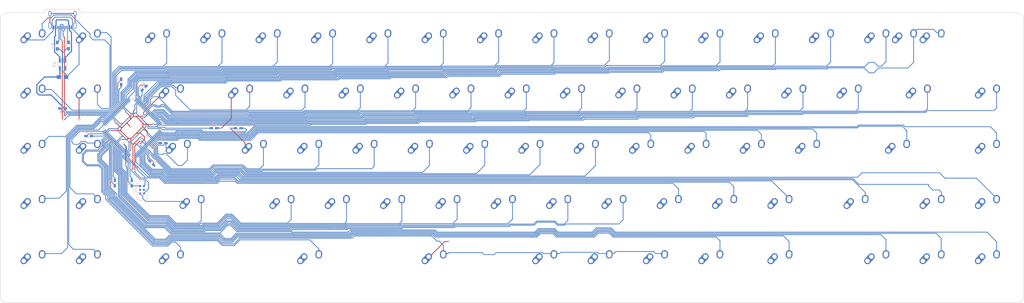
<source format=kicad_pcb>
(kicad_pcb (version 20171130) (host pcbnew "(5.0.0-rc2-dev-733-g23a9fcd91)")
  (layers (0 F.Cu signal) (31 B.Cu signal) (34 B.Paste user) (35 F.Paste user) (36 B.SilkS user) (37 F.SilkS user) (38 B.Mask user) (39 F.Mask user) (44 Edge.Cuts user))
  (net 0 "")
  (net 1 GND)
  (net 2 VCC)
  (net 3 /PDI)
  (net 4 /RST)
  (net 5 /D+)
  (net 6 /D-)
  (net 7 "Net-(J2-PadB5)")
  (net 8 "Net-(J2-PadA5)")
  (net 9 +5V)
  (net 10 "Net-(J2-PadS1)")
  (net 11 /KEY1)
  (net 12 /KEY2)
  (net 13 /KEY3)
  (net 14 /KEY4)
  (net 15 /KEY5)
  (net 16 /KEY6)
  (net 17 /KEY8)
  (net 18 /KEY9)
  (net 19 /KEY10)
  (net 20 /KEY11)
  (net 21 /KEY12)
  (net 22 /KEY13)
  (net 23 /KEY14)
  (net 24 /KEY15)
  (net 25 /KEY17)
  (net 26 /KEY19)
  (net 27 /KEY20)
  (net 28 /KEY21)
  (net 29 /KEY22)
  (net 30 /KEY23)
  (net 31 /KEY24)
  (net 32 /KEY25)
  (net 33 /KEY26)
  (net 34 /KEY27)
  (net 35 /KEY28)
  (net 36 /KEY29)
  (net 37 /KEY30)
  (net 38 /KEY31)
  (net 39 /KEY32)
  (net 40 /KEY33)
  (net 41 /KEY34)
  (net 42 /KEY35)
  (net 43 /KEY36)
  (net 44 /KEY37)
  (net 45 /KEY38)
  (net 46 /KEY39)
  (net 47 /KEY40)
  (net 48 /KEY41)
  (net 49 /KEY42)
  (net 50 /KEY43)
  (net 51 /KEY44)
  (net 52 /KEY45)
  (net 53 /KEY46)
  (net 54 /KEY47)
  (net 55 /KEY49)
  (net 56 /KEY51)
  (net 57 /KEY53)
  (net 58 /KEY55)
  (net 59 /KEY57)
  (net 60 /KEY59)
  (net 61 /KEY61)
  (net 62 /KEY63)
  (net 63 /KEY65)
  (net 64 /KEY67)
  (net 65 /KEY69)
  (net 66 /KEY71)
  (net 67 /KEY72)
  (net 68 /KEY77)
  (net 69 /KEY78)
  (net 70 /KEY79)
  (net 71 /KEY81)
  (net 72 /KEY7)
  (net 73 /KEY16)
  (net 74 /KEY48)
  (net 75 /KEY50)
  (net 76 /KEY52)
  (net 77 /KEY54)
  (net 78 /KEY56)
  (net 79 /KEY58)
  (net 80 /KEY60)
  (net 81 /KEY62)
  (net 82 /KEY64)
  (net 83 /KEY66)
  (net 84 /KEY68)
  (net 85 /KEY70)
  (net 86 /KEY80)
  (module MX_Alps_Hybrid:MX-1U-NoLED (layer F.Cu) (at 414.3375 261.9375)
    (fp_text reference K37)
    (fp_text value K00)
    (pad 2 thru_hole oval (at 2.5 -4.5 86.0548) (size 2.831378 2.25) (drill 1.47 (offset 0.290689 0)) (layers *.Cu B.Mask) (net 44 /KEY37))
    (pad 2 thru_hole circle (at 2.54 -5.08) (size 2.25 2.25) (drill 1.47) (layers *.Cu B.Mask) (net 44 /KEY37))
    (pad 1 thru_hole oval (at -3.81 -2.54 48.0996) (size 4.211556 2.25) (drill 1.47 (offset 0.980778 0)) (layers *.Cu B.Mask) (net 1 GND))
    (pad "" np_thru_hole circle (at 0 0) (size 3.9878 3.9878) (drill 3.9878) (layers *.Cu *.Mask))
    (pad 1 thru_hole circle (at -2.5 -4) (size 2.25 2.25) (drill 1.47) (layers *.Cu B.Mask) (net 1 GND))
    (pad "" np_thru_hole circle (at -5.08 0 48.0996) (size 1.75 1.75) (drill 1.75) (layers *.Cu *.Mask))
    (pad "" np_thru_hole circle (at 5.08 0 48.0996) (size 1.75 1.75) (drill 1.75) (layers *.Cu *.Mask))
  )
  (module MX_Alps_Hybrid:MX-1U-NoLED (layer F.Cu) (at 704.85 280.9875)
    (fp_text reference K66)
    (fp_text value K00)
    (pad 2 thru_hole oval (at 2.5 -4.5 86.0548) (size 2.831378 2.25) (drill 1.47 (offset 0.290689 0)) (layers *.Cu B.Mask) (net 83 /KEY66))
    (pad 2 thru_hole circle (at 2.54 -5.08) (size 2.25 2.25) (drill 1.47) (layers *.Cu B.Mask) (net 83 /KEY66))
    (pad 1 thru_hole oval (at -3.81 -2.54 48.0996) (size 4.211556 2.25) (drill 1.47 (offset 0.980778 0)) (layers *.Cu B.Mask) (net 1 GND))
    (pad "" np_thru_hole circle (at 0 0) (size 3.9878 3.9878) (drill 3.9878) (layers *.Cu *.Mask))
    (pad 1 thru_hole circle (at -2.5 -4) (size 2.25 2.25) (drill 1.47) (layers *.Cu B.Mask) (net 1 GND))
    (pad "" np_thru_hole circle (at -5.08 0 48.0996) (size 1.75 1.75) (drill 1.75) (layers *.Cu *.Mask))
    (pad "" np_thru_hole circle (at 5.08 0 48.0996) (size 1.75 1.75) (drill 1.75) (layers *.Cu *.Mask))
  )
  (module MX_Alps_Hybrid:MX-1U-NoLED (layer F.Cu) (at 595.3125 280.9875)
    (fp_text reference K61)
    (fp_text value K00)
    (pad 2 thru_hole oval (at 2.5 -4.5 86.0548) (size 2.831378 2.25) (drill 1.47 (offset 0.290689 0)) (layers *.Cu B.Mask) (net 61 /KEY61))
    (pad 2 thru_hole circle (at 2.54 -5.08) (size 2.25 2.25) (drill 1.47) (layers *.Cu B.Mask) (net 61 /KEY61))
    (pad 1 thru_hole oval (at -3.81 -2.54 48.0996) (size 4.211556 2.25) (drill 1.47 (offset 0.980778 0)) (layers *.Cu B.Mask) (net 1 GND))
    (pad "" np_thru_hole circle (at 0 0) (size 3.9878 3.9878) (drill 3.9878) (layers *.Cu *.Mask))
    (pad 1 thru_hole circle (at -2.5 -4) (size 2.25 2.25) (drill 1.47) (layers *.Cu B.Mask) (net 1 GND))
    (pad "" np_thru_hole circle (at -5.08 0 48.0996) (size 1.75 1.75) (drill 1.75) (layers *.Cu *.Mask))
    (pad "" np_thru_hole circle (at 5.08 0 48.0996) (size 1.75 1.75) (drill 1.75) (layers *.Cu *.Mask))
  )
  (module MX_Alps_Hybrid:MX-1U-NoLED (layer F.Cu) (at 576.2625 280.9875)
    (fp_text reference K60)
    (fp_text value K00)
    (pad 2 thru_hole oval (at 2.5 -4.5 86.0548) (size 2.831378 2.25) (drill 1.47 (offset 0.290689 0)) (layers *.Cu B.Mask) (net 80 /KEY60))
    (pad 2 thru_hole circle (at 2.54 -5.08) (size 2.25 2.25) (drill 1.47) (layers *.Cu B.Mask) (net 80 /KEY60))
    (pad 1 thru_hole oval (at -3.81 -2.54 48.0996) (size 4.211556 2.25) (drill 1.47 (offset 0.980778 0)) (layers *.Cu B.Mask) (net 1 GND))
    (pad "" np_thru_hole circle (at 0 0) (size 3.9878 3.9878) (drill 3.9878) (layers *.Cu *.Mask))
    (pad 1 thru_hole circle (at -2.5 -4) (size 2.25 2.25) (drill 1.47) (layers *.Cu B.Mask) (net 1 GND))
    (pad "" np_thru_hole circle (at -5.08 0 48.0996) (size 1.75 1.75) (drill 1.75) (layers *.Cu *.Mask))
    (pad "" np_thru_hole circle (at 5.08 0 48.0996) (size 1.75 1.75) (drill 1.75) (layers *.Cu *.Mask))
  )
  (module Housings_QFP:TQFP-100_14x14mm_Pitch0.5mm (layer B.Cu) (at 428.9 251.55 45)
    (fp_text reference U2 (at 0 9.45 45) (layer B.SilkS) (effects (justify mirror)))
    (fp_text value ATXMEGA128A1U-AU)
    (pad 1 smd rect (at -7.7 6 45) (size 1.5 0.3) (layers B.Cu B.Paste B.Mask) (net 62 /KEY63))
    (pad 2 smd rect (at -7.7 5.5 45) (size 1.5 0.3) (layers B.Cu B.Paste B.Mask) (net 81 /KEY62))
    (pad 3 smd rect (at -7.7 5 45) (size 1.5 0.3) (layers B.Cu B.Paste B.Mask) (net 1 GND))
    (pad 4 smd rect (at -7.7 4.5 45) (size 1.5 0.3) (layers B.Cu B.Paste B.Mask) (net 2 VCC))
    (pad 5 smd rect (at -7.7 4 45) (size 1.5 0.3) (layers B.Cu B.Paste B.Mask) (net 77 /KEY54))
    (pad 6 smd rect (at -7.7 3.5 45) (size 1.5 0.3) (layers B.Cu B.Paste B.Mask) (net 58 /KEY55))
    (pad 7 smd rect (at -7.7 3 45) (size 1.5 0.3) (layers B.Cu B.Paste B.Mask) (net 78 /KEY56))
    (pad 8 smd rect (at -7.7 2.5 45) (size 1.5 0.3) (layers B.Cu B.Paste B.Mask) (net 59 /KEY57))
    (pad 9 smd rect (at -7.7 2 45) (size 1.5 0.3) (layers B.Cu B.Paste B.Mask) (net 79 /KEY58))
    (pad 10 smd rect (at -7.7 1.5 45) (size 1.5 0.3) (layers B.Cu B.Paste B.Mask) (net 60 /KEY59))
    (pad 11 smd rect (at -7.7 1 45) (size 1.5 0.3) (layers B.Cu B.Paste B.Mask) (net 80 /KEY60))
    (pad 12 smd rect (at -7.7 0.5 45) (size 1.5 0.3) (layers B.Cu B.Paste B.Mask) (net 61 /KEY61))
    (pad 13 smd rect (at -7.7 0 45) (size 1.5 0.3) (layers B.Cu B.Paste B.Mask) (net 1 GND))
    (pad 14 smd rect (at -7.7 -0.5 45) (size 1.5 0.3) (layers B.Cu B.Paste B.Mask) (net 2 VCC))
    (pad 15 smd rect (at -7.7 -1 45) (size 1.5 0.3) (layers B.Cu B.Paste B.Mask) (net 71 /KEY81))
    (pad 16 smd rect (at -7.7 -1.5 45) (size 1.5 0.3) (layers B.Cu B.Paste B.Mask) (net 86 /KEY80))
    (pad 17 smd rect (at -7.7 -2 45) (size 1.5 0.3) (layers B.Cu B.Paste B.Mask) (net 70 /KEY79))
    (pad 18 smd rect (at -7.7 -2.5 45) (size 1.5 0.3) (layers B.Cu B.Paste B.Mask) (net 69 /KEY78))
    (pad 19 smd rect (at -7.7 -3 45) (size 1.5 0.3) (layers B.Cu B.Paste B.Mask) (net 68 /KEY77))
    (pad 20 smd rect (at -7.7 -3.5 45) (size 1.5 0.3) (layers B.Cu B.Paste B.Mask) (net 67 /KEY72))
    (pad 21 smd rect (at -7.7 -4 45) (size 1.5 0.3) (layers B.Cu B.Paste B.Mask) (net 66 /KEY71))
    (pad 22 smd rect (at -7.7 -4.5 45) (size 1.5 0.3) (layers B.Cu B.Paste B.Mask) (net 85 /KEY70))
    (pad 23 smd rect (at -7.7 -5 45) (size 1.5 0.3) (layers B.Cu B.Paste B.Mask) (net 1 GND))
    (pad 24 smd rect (at -7.7 -5.5 45) (size 1.5 0.3) (layers B.Cu B.Paste B.Mask) (net 2 VCC))
    (pad 25 smd rect (at -7.7 -6 45) (size 1.5 0.3) (layers B.Cu B.Paste B.Mask) (net 44 /KEY37))
    (pad 26 smd rect (at -6 -7.7 315) (size 1.5 0.3) (layers B.Cu B.Paste B.Mask) (net 57 /KEY53))
    (pad 27 smd rect (at -5.5 -7.7 315) (size 1.5 0.3) (layers B.Cu B.Paste B.Mask) (net 65 /KEY69))
    (pad 28 smd rect (at -5 -7.7 315) (size 1.5 0.3) (layers B.Cu B.Paste B.Mask) (net 84 /KEY68))
    (pad 29 smd rect (at -4.5 -7.7 315) (size 1.5 0.3) (layers B.Cu B.Paste B.Mask) (net 76 /KEY52))
    (pad 30 smd rect (at -4 -7.7 315) (size 1.5 0.3) (layers B.Cu B.Paste B.Mask) (net 43 /KEY36))
    (pad 31 smd rect (at -3.5 -7.7 315) (size 1.5 0.3) (layers B.Cu B.Paste B.Mask) (net 6 /D-))
    (pad 32 smd rect (at -3 -7.7 315) (size 1.5 0.3) (layers B.Cu B.Paste B.Mask) (net 5 /D+))
    (pad 33 smd rect (at -2.5 -7.7 315) (size 1.5 0.3) (layers B.Cu B.Paste B.Mask) (net 1 GND))
    (pad 34 smd rect (at -2 -7.7 315) (size 1.5 0.3) (layers B.Cu B.Paste B.Mask) (net 2 VCC))
    (pad 35 smd rect (at -1.5 -7.7 315) (size 1.5 0.3) (layers B.Cu B.Paste B.Mask) (net 26 /KEY19))
    (pad 36 smd rect (at -1 -7.7 315) (size 1.5 0.3) (layers B.Cu B.Paste B.Mask) (net 27 /KEY20))
    (pad 37 smd rect (at -0.5 -7.7 315) (size 1.5 0.3) (layers B.Cu B.Paste B.Mask) (net 11 /KEY1))
    (pad 38 smd rect (at 0 -7.7 315) (size 1.5 0.3) (layers B.Cu B.Paste B.Mask) (net 12 /KEY2))
    (pad 39 smd rect (at 0.5 -7.7 315) (size 1.5 0.3) (layers B.Cu B.Paste B.Mask) (net 13 /KEY3))
    (pad 40 smd rect (at 1 -7.7 315) (size 1.5 0.3) (layers B.Cu B.Paste B.Mask) (net 14 /KEY4))
    (pad 41 smd rect (at 1.5 -7.7 315) (size 1.5 0.3) (layers B.Cu B.Paste B.Mask) (net 15 /KEY5))
    (pad 42 smd rect (at 2 -7.7 315) (size 1.5 0.3) (layers B.Cu B.Paste B.Mask) (net 16 /KEY6))
    (pad 43 smd rect (at 2.5 -7.7 315) (size 1.5 0.3) (layers B.Cu B.Paste B.Mask) (net 1 GND))
    (pad 44 smd rect (at 3 -7.7 315) (size 1.5 0.3) (layers B.Cu B.Paste B.Mask) (net 2 VCC))
    (pad 45 smd rect (at 3.5 -7.7 315) (size 1.5 0.3) (layers B.Cu B.Paste B.Mask) (net 72 /KEY7))
    (pad 46 smd rect (at 4 -7.7 315) (size 1.5 0.3) (layers B.Cu B.Paste B.Mask) (net 17 /KEY8))
    (pad 47 smd rect (at 4.5 -7.7 315) (size 1.5 0.3) (layers B.Cu B.Paste B.Mask) (net 18 /KEY9))
    (pad 48 smd rect (at 5 -7.7 315) (size 1.5 0.3) (layers B.Cu B.Paste B.Mask) (net 19 /KEY10))
    (pad 49 smd rect (at 5.5 -7.7 315) (size 1.5 0.3) (layers B.Cu B.Paste B.Mask) (net 20 /KEY11))
    (pad 50 smd rect (at 6 -7.7 315) (size 1.5 0.3) (layers B.Cu B.Paste B.Mask) (net 21 /KEY12))
    (pad 51 smd rect (at 7.7 -6 45) (size 1.5 0.3) (layers B.Cu B.Paste B.Mask) (net 22 /KEY13))
    (pad 52 smd rect (at 7.7 -5.5 45) (size 1.5 0.3) (layers B.Cu B.Paste B.Mask) (net 23 /KEY14))
    (pad 53 smd rect (at 7.7 -5 45) (size 1.5 0.3) (layers B.Cu B.Paste B.Mask) (net 1 GND))
    (pad 54 smd rect (at 7.7 -4.5 45) (size 1.5 0.3) (layers B.Cu B.Paste B.Mask) (net 2 VCC))
    (pad 55 smd rect (at 7.7 -4 45) (size 1.5 0.3) (layers B.Cu B.Paste B.Mask) (net 24 /KEY15))
    (pad 56 smd rect (at 7.7 -3.5 45) (size 1.5 0.3) (layers B.Cu B.Paste B.Mask) (net 73 /KEY16))
    (pad 57 smd rect (at 7.7 -3 45) (size 1.5 0.3) (layers B.Cu B.Paste B.Mask) (net 25 /KEY17))
    (pad 58 smd rect (at 7.7 -2.5 45) (size 1.5 0.3) (layers B.Cu B.Paste B.Mask) (net 28 /KEY21))
    (pad 59 smd rect (at 7.7 -2 45) (size 1.5 0.3) (layers B.Cu B.Paste B.Mask) (net 29 /KEY22))
    (pad 60 smd rect (at 7.7 -1.5 45) (size 1.5 0.3) (layers B.Cu B.Paste B.Mask) (net 30 /KEY23))
    (pad 61 smd rect (at 7.7 -1 45) (size 1.5 0.3) (layers B.Cu B.Paste B.Mask) (net 31 /KEY24))
    (pad 62 smd rect (at 7.7 -0.5 45) (size 1.5 0.3) (layers B.Cu B.Paste B.Mask) (net 32 /KEY25))
    (pad 63 smd rect (at 7.7 0 45) (size 1.5 0.3) (layers B.Cu B.Paste B.Mask) (net 1 GND))
    (pad 64 smd rect (at 7.7 0.5 45) (size 1.5 0.3) (layers B.Cu B.Paste B.Mask) (net 2 VCC))
    (pad 65 smd rect (at 7.7 1 45) (size 1.5 0.3) (layers B.Cu B.Paste B.Mask) (net 33 /KEY26))
    (pad 66 smd rect (at 7.7 1.5 45) (size 1.5 0.3) (layers B.Cu B.Paste B.Mask) (net 34 /KEY27))
    (pad 67 smd rect (at 7.7 2 45) (size 1.5 0.3) (layers B.Cu B.Paste B.Mask) (net 35 /KEY28))
    (pad 68 smd rect (at 7.7 2.5 45) (size 1.5 0.3) (layers B.Cu B.Paste B.Mask) (net 36 /KEY29))
    (pad 69 smd rect (at 7.7 3 45) (size 1.5 0.3) (layers B.Cu B.Paste B.Mask) (net 37 /KEY30))
    (pad 70 smd rect (at 7.7 3.5 45) (size 1.5 0.3) (layers B.Cu B.Paste B.Mask) (net 38 /KEY31))
    (pad 71 smd rect (at 7.7 4 45) (size 1.5 0.3) (layers B.Cu B.Paste B.Mask) (net 39 /KEY32))
    (pad 72 smd rect (at 7.7 4.5 45) (size 1.5 0.3) (layers B.Cu B.Paste B.Mask) (net 40 /KEY33))
    (pad 73 smd rect (at 7.7 5 45) (size 1.5 0.3) (layers B.Cu B.Paste B.Mask) (net 1 GND))
    (pad 74 smd rect (at 7.7 5.5 45) (size 1.5 0.3) (layers B.Cu B.Paste B.Mask) (net 2 VCC))
    (pad 75 smd rect (at 7.7 6 45) (size 1.5 0.3) (layers B.Cu B.Paste B.Mask) (net 41 /KEY34))
    (pad 76 smd rect (at 6 7.7 315) (size 1.5 0.3) (layers B.Cu B.Paste B.Mask) (net 42 /KEY35))
    (pad 77 smd rect (at 5.5 7.7 315) (size 1.5 0.3) (layers B.Cu B.Paste B.Mask) (net 56 /KEY51))
    (pad 78 smd rect (at 5 7.7 315) (size 1.5 0.3) (layers B.Cu B.Paste B.Mask) (net 75 /KEY50))
    (pad 79 smd rect (at 4.5 7.7 315) (size 1.5 0.3) (layers B.Cu B.Paste B.Mask) (net 55 /KEY49))
    (pad 80 smd rect (at 4 7.7 315) (size 1.5 0.3) (layers B.Cu B.Paste B.Mask) (net 74 /KEY48))
    (pad 81 smd rect (at 3.5 7.7 315) (size 1.5 0.3) (layers B.Cu B.Paste B.Mask) (net 54 /KEY47))
    (pad 82 smd rect (at 3 7.7 315) (size 1.5 0.3) (layers B.Cu B.Paste B.Mask) (net 53 /KEY46))
    (pad 83 smd rect (at 2.5 7.7 315) (size 1.5 0.3) (layers B.Cu B.Paste B.Mask) (net 2 VCC))
    (pad 84 smd rect (at 2 7.7 315) (size 1.5 0.3) (layers B.Cu B.Paste B.Mask) (net 1 GND))
    (pad 85 smd rect (at 1.5 7.7 315) (size 1.5 0.3) (layers B.Cu B.Paste B.Mask) (net 45 /KEY38))
    (pad 86 smd rect (at 1 7.7 315) (size 1.5 0.3) (layers B.Cu B.Paste B.Mask) (net 46 /KEY39))
    (pad 87 smd rect (at 0.5 7.7 315) (size 1.5 0.3) (layers B.Cu B.Paste B.Mask) (net 47 /KEY40))
    (pad 88 smd rect (at 0 7.7 315) (size 1.5 0.3) (layers B.Cu B.Paste B.Mask) (net 48 /KEY41))
    (pad 89 smd rect (at -0.5 7.7 315) (size 1.5 0.3) (layers B.Cu B.Paste B.Mask) (net 3 /PDI))
    (pad 90 smd rect (at -1 7.7 315) (size 1.5 0.3) (layers B.Cu B.Paste B.Mask) (net 4 /RST))
    (pad 91 smd rect (at -1.5 7.7 315) (size 1.5 0.3) (layers B.Cu B.Paste B.Mask) (net 49 /KEY42))
    (pad 92 smd rect (at -2 7.7 315) (size 1.5 0.3) (layers B.Cu B.Paste B.Mask) (net 50 /KEY43))
    (pad 93 smd rect (at -2.5 7.7 315) (size 1.5 0.3) (layers B.Cu B.Paste B.Mask) (net 1 GND))
    (pad 94 smd rect (at -3 7.7 315) (size 1.5 0.3) (layers B.Cu B.Paste B.Mask) (net 2 VCC))
    (pad 95 smd rect (at -3.5 7.7 315) (size 1.5 0.3) (layers B.Cu B.Paste B.Mask) (net 51 /KEY44))
    (pad 96 smd rect (at -4 7.7 315) (size 1.5 0.3) (layers B.Cu B.Paste B.Mask) (net 52 /KEY45))
    (pad 97 smd rect (at -4.5 7.7 315) (size 1.5 0.3) (layers B.Cu B.Paste B.Mask) (net 64 /KEY67))
    (pad 98 smd rect (at -5 7.7 315) (size 1.5 0.3) (layers B.Cu B.Paste B.Mask) (net 83 /KEY66))
    (pad 99 smd rect (at -5.5 7.7 315) (size 1.5 0.3) (layers B.Cu B.Paste B.Mask) (net 63 /KEY65))
    (pad 100 smd rect (at -6 7.7 315) (size 1.5 0.3) (layers B.Cu B.Paste B.Mask) (net 82 /KEY64))
  )
  (module MX_Alps_Hybrid:MX-1U-NoLED (layer F.Cu) (at 395.2875 223.8375)
    (fp_text reference K1)
    (fp_text value K00)
    (pad 2 thru_hole oval (at 2.5 -4.5 86.0548) (size 2.831378 2.25) (drill 1.47 (offset 0.290689 0)) (layers *.Cu B.Mask) (net 11 /KEY1))
    (pad 2 thru_hole circle (at 2.54 -5.08) (size 2.25 2.25) (drill 1.47) (layers *.Cu B.Mask) (net 11 /KEY1))
    (pad 1 thru_hole oval (at -3.81 -2.54 48.0996) (size 4.211556 2.25) (drill 1.47 (offset 0.980778 0)) (layers *.Cu B.Mask) (net 1 GND))
    (pad "" np_thru_hole circle (at 0 0) (size 3.9878 3.9878) (drill 3.9878) (layers *.Cu *.Mask))
    (pad 1 thru_hole circle (at -2.5 -4) (size 2.25 2.25) (drill 1.47) (layers *.Cu B.Mask) (net 1 GND))
    (pad "" np_thru_hole circle (at -5.08 0 48.0996) (size 1.75 1.75) (drill 1.75) (layers *.Cu *.Mask))
    (pad "" np_thru_hole circle (at 5.08 0 48.0996) (size 1.75 1.75) (drill 1.75) (layers *.Cu *.Mask))
  )
  (module MX_Alps_Hybrid:MX-1.75U-NoLED (layer F.Cu) (at 445.29375 261.9375)
    (fp_text reference K38)
    (fp_text value K00)
    (pad 2 thru_hole oval (at 2.5 -4.5 86.0548) (size 2.831378 2.25) (drill 1.47 (offset 0.290689 0)) (layers *.Cu B.Mask) (net 45 /KEY38))
    (pad 2 thru_hole circle (at 2.54 -5.08) (size 2.25 2.25) (drill 1.47) (layers *.Cu B.Mask) (net 45 /KEY38))
    (pad 1 thru_hole oval (at -3.81 -2.54 48.0996) (size 4.211556 2.25) (drill 1.47 (offset 0.980778 0)) (layers *.Cu B.Mask) (net 1 GND))
    (pad "" np_thru_hole circle (at 0 0) (size 3.9878 3.9878) (drill 3.9878) (layers *.Cu *.Mask))
    (pad 1 thru_hole circle (at -2.5 -4) (size 2.25 2.25) (drill 1.47) (layers *.Cu B.Mask) (net 1 GND))
    (pad "" np_thru_hole circle (at -5.08 0 48.0996) (size 1.75 1.75) (drill 1.75) (layers *.Cu *.Mask))
    (pad "" np_thru_hole circle (at 5.08 0 48.0996) (size 1.75 1.75) (drill 1.75) (layers *.Cu *.Mask))
  )
  (module MX_Alps_Hybrid:MX-1U-NoLED (layer F.Cu) (at 395.2875 242.8875)
    (fp_text reference K19)
    (fp_text value K00)
    (pad 2 thru_hole oval (at 2.5 -4.5 86.0548) (size 2.831378 2.25) (drill 1.47 (offset 0.290689 0)) (layers *.Cu B.Mask) (net 26 /KEY19))
    (pad 2 thru_hole circle (at 2.54 -5.08) (size 2.25 2.25) (drill 1.47) (layers *.Cu B.Mask) (net 26 /KEY19))
    (pad 1 thru_hole oval (at -3.81 -2.54 48.0996) (size 4.211556 2.25) (drill 1.47 (offset 0.980778 0)) (layers *.Cu B.Mask) (net 1 GND))
    (pad "" np_thru_hole circle (at 0 0) (size 3.9878 3.9878) (drill 3.9878) (layers *.Cu *.Mask))
    (pad 1 thru_hole circle (at -2.5 -4) (size 2.25 2.25) (drill 1.47) (layers *.Cu B.Mask) (net 1 GND))
    (pad "" np_thru_hole circle (at -5.08 0 48.0996) (size 1.75 1.75) (drill 1.75) (layers *.Cu *.Mask))
    (pad "" np_thru_hole circle (at 5.08 0 48.0996) (size 1.75 1.75) (drill 1.75) (layers *.Cu *.Mask))
  )
  (module MX_Alps_Hybrid:MX-1.5U-NoLED (layer F.Cu) (at 442.9125 242.8875)
    (fp_text reference K21)
    (fp_text value K00)
    (pad 2 thru_hole oval (at 2.5 -4.5 86.0548) (size 2.831378 2.25) (drill 1.47 (offset 0.290689 0)) (layers *.Cu B.Mask) (net 28 /KEY21))
    (pad 2 thru_hole circle (at 2.54 -5.08) (size 2.25 2.25) (drill 1.47) (layers *.Cu B.Mask) (net 28 /KEY21))
    (pad 1 thru_hole oval (at -3.81 -2.54 48.0996) (size 4.211556 2.25) (drill 1.47 (offset 0.980778 0)) (layers *.Cu B.Mask) (net 1 GND))
    (pad "" np_thru_hole circle (at 0 0) (size 3.9878 3.9878) (drill 3.9878) (layers *.Cu *.Mask))
    (pad 1 thru_hole circle (at -2.5 -4) (size 2.25 2.25) (drill 1.47) (layers *.Cu B.Mask) (net 1 GND))
    (pad "" np_thru_hole circle (at -5.08 0 48.0996) (size 1.75 1.75) (drill 1.75) (layers *.Cu *.Mask))
    (pad "" np_thru_hole circle (at 5.08 0 48.0996) (size 1.75 1.75) (drill 1.75) (layers *.Cu *.Mask))
  )
  (module Capacitors_SMD:C_0805_HandSoldering (layer B.Cu) (at 404.8 234.08 180)
    (fp_text reference C1 (at 0 1.75 180) (layer B.SilkS) (effects (justify mirror)))
    (fp_text value 10uF)
    (pad 1 smd rect (at -1.25 0 180) (size 1.5 1.25) (layers B.Cu B.Paste B.Mask) (net 1 GND))
    (pad 2 smd rect (at 1.25 0 180) (size 1.5 1.25) (layers B.Cu B.Paste B.Mask) (net 2 VCC))
  )
  (module Capacitors_SMD:C_0603_HandSoldering (layer B.Cu) (at 428.66 270.67 270)
    (fp_text reference C2 (at 0 1.25 270) (layer B.SilkS) (effects (justify mirror)))
    (fp_text value 0.1uF)
    (pad 1 smd rect (at -0.95 0 270) (size 1.2 0.75) (layers B.Cu B.Paste B.Mask) (net 1 GND))
    (pad 2 smd rect (at 0.95 0 270) (size 1.2 0.75) (layers B.Cu B.Paste B.Mask) (net 2 VCC))
  )
  (module Capacitors_SMD:C_0603_HandSoldering (layer B.Cu) (at 422.82 270.64 270)
    (fp_text reference C3 (at 0 1.25 270) (layer B.SilkS) (effects (justify mirror)))
    (fp_text value 0.1uF)
    (pad 1 smd rect (at -0.95 0 270) (size 1.2 0.75) (layers B.Cu B.Paste B.Mask) (net 1 GND))
    (pad 2 smd rect (at 0.95 0 270) (size 1.2 0.75) (layers B.Cu B.Paste B.Mask) (net 2 VCC))
  )
  (module Capacitors_SMD:C_0603_HandSoldering (layer B.Cu) (at 439.5 256.89 180)
    (fp_text reference C4 (at 0 1.25 180) (layer B.SilkS) (effects (justify mirror)))
    (fp_text value 0.1uF)
    (pad 1 smd rect (at -0.95 0 180) (size 1.2 0.75) (layers B.Cu B.Paste B.Mask) (net 1 GND))
    (pad 2 smd rect (at 0.95 0 180) (size 1.2 0.75) (layers B.Cu B.Paste B.Mask) (net 2 VCC))
  )
  (module Capacitors_SMD:C_0603_HandSoldering (layer B.Cu) (at 413.84 254.45 180)
    (fp_text reference C5 (at 0 1.25 180) (layer B.SilkS) (effects (justify mirror)))
    (fp_text value 0.1uF)
    (pad 1 smd rect (at -0.95 0 180) (size 1.2 0.75) (layers B.Cu B.Paste B.Mask) (net 1 GND))
    (pad 2 smd rect (at 0.95 0 180) (size 1.2 0.75) (layers B.Cu B.Paste B.Mask) (net 2 VCC))
  )
  (module Capacitors_SMD:C_0603_HandSoldering (layer B.Cu) (at 456.99 251.74 180)
    (fp_text reference C6 (at 0 1.25 180) (layer B.SilkS) (effects (justify mirror)))
    (fp_text value 0.1uF)
    (pad 1 smd rect (at -0.95 0 180) (size 1.2 0.75) (layers B.Cu B.Paste B.Mask) (net 1 GND))
    (pad 2 smd rect (at 0.95 0 180) (size 1.2 0.75) (layers B.Cu B.Paste B.Mask) (net 2 VCC))
  )
  (module Capacitors_SMD:C_0603_HandSoldering (layer B.Cu) (at 435.541751 263.731751 135)
    (fp_text reference C7 (at 0 1.25 135) (layer B.SilkS) (effects (justify mirror)))
    (fp_text value 0.1uF)
    (pad 1 smd rect (at -0.949999 0 135) (size 1.2 0.75) (layers B.Cu B.Paste B.Mask) (net 1 GND))
    (pad 2 smd rect (at 0.949999 0 135) (size 1.2 0.75) (layers B.Cu B.Paste B.Mask) (net 2 VCC))
  )
  (module Capacitors_SMD:C_0603_HandSoldering (layer B.Cu) (at 404.8 244.92)
    (fp_text reference C8 (at 0 1.25) (layer B.SilkS) (effects (justify mirror)))
    (fp_text value 0.1uF)
    (pad 1 smd rect (at -0.95 0) (size 1.2 0.75) (layers B.Cu B.Paste B.Mask) (net 1 GND))
    (pad 2 smd rect (at 0.95 0) (size 1.2 0.75) (layers B.Cu B.Paste B.Mask) (net 2 VCC))
  )
  (module Capacitors_SMD:C_0603_HandSoldering (layer B.Cu) (at 465.37 251.75)
    (fp_text reference C9 (at 0 1.25) (layer B.SilkS) (effects (justify mirror)))
    (fp_text value 0.1uF)
    (pad 1 smd rect (at -0.95 0) (size 1.2 0.75) (layers B.Cu B.Paste B.Mask) (net 1 GND))
    (pad 2 smd rect (at 0.95 0) (size 1.2 0.75) (layers B.Cu B.Paste B.Mask) (net 2 VCC))
  )
  (module Capacitors_SMD:C_0603_HandSoldering (layer B.Cu) (at 432.93 237.93 225)
    (fp_text reference C10 (at 0 1.25 225) (layer B.SilkS) (effects (justify mirror)))
    (fp_text value 0.1uF)
    (pad 1 smd rect (at -0.949999 0 225) (size 1.2 0.75) (layers B.Cu B.Paste B.Mask) (net 1 GND))
    (pad 2 smd rect (at 0.949999 0 225) (size 1.2 0.75) (layers B.Cu B.Paste B.Mask) (net 2 VCC))
  )
  (module Capacitors_SMD:C_0603_HandSoldering (layer B.Cu) (at 425.02 235.76 270)
    (fp_text reference C11 (at 0 1.25 270) (layer B.SilkS) (effects (justify mirror)))
    (fp_text value 0.1uF)
    (pad 1 smd rect (at -0.95 0 270) (size 1.2 0.75) (layers B.Cu B.Paste B.Mask) (net 1 GND))
    (pad 2 smd rect (at 0.95 0 270) (size 1.2 0.75) (layers B.Cu B.Paste B.Mask) (net 2 VCC))
  )
  (module Tag-Connect:TC2030-NL_SMALL (layer B.Cu) (at 432.185 272.99 270)
    (fp_text reference J1 (at 0 2.54 270) (layer B.SilkS) (effects (font (size 0.75692 0.75692) (thickness 0.127)) (justify mirror)))
    (fp_text value TC2030-IDC hide)
    (pad 1 connect circle (at -1.27 -0.635 270) (size 0.78486 0.78486) (layers B.Cu B.Mask) (net 3 /PDI))
    (pad 2 connect circle (at -1.27 0.635 270) (size 0.78486 0.78486) (layers B.Cu B.Mask) (net 2 VCC))
    (pad 3 connect circle (at 0 -0.635 270) (size 0.78486 0.78486) (layers B.Cu B.Mask))
    (pad 4 connect circle (at 0 0.635 270) (size 0.78486 0.78486) (layers B.Cu B.Mask))
    (pad 5 connect circle (at 1.27 -0.635 270) (size 0.78486 0.78486) (layers B.Cu B.Mask) (net 4 /RST))
    (pad 6 connect circle (at 1.27 0.635 270) (size 0.78486 0.78486) (layers B.Cu B.Mask) (net 1 GND))
    (pad "" np_thru_hole circle (at -2.54 0 270) (size 0.98806 0.98806) (drill 0.98806) (layers *.Cu *.Mask B.SilkS))
    (pad "" np_thru_hole circle (at 2.54 1.016 270) (size 0.98552 0.98552) (drill 0.98552) (layers *.Cu *.Mask B.SilkS))
    (pad "" np_thru_hole circle (at 2.54 -1.016 270) (size 0.98552 0.98552) (drill 0.98552) (layers *.Cu *.Mask B.SilkS))
  )
  (module conn_usb:USB_TypeC_U31F-24SNA0201 (layer B.Cu) (at 404.8125 209.55)
    (fp_text reference J2 (at 0 9.1) (layer B.SilkS) (effects (justify mirror)))
    (fp_text value USB_Type_C_2.0_Receptacle)
    (pad A6 smd rect (at -0.25 7.445) (size 0.3 1.15) (layers B.Cu B.Paste B.Mask) (net 5 /D+))
    (pad B1 smd rect (at 3.2 7.445) (size 0.6 1.15) (layers B.Cu B.Paste B.Mask) (net 1 GND))
    (pad B4 smd rect (at 2.4 7.445) (size 0.6 1.15) (layers B.Cu B.Paste B.Mask) (net 9 +5V))
    (pad A4 smd rect (at -2.4 7.445) (size 0.6 1.15) (layers B.Cu B.Paste B.Mask) (net 9 +5V))
    (pad S1 thru_hole oval (at -4.32 6.78) (size 1 2.1) (drill oval 0.6 1.7) (layers *.Cu *.Mask) (net 10 "Net-(J2-PadS1)"))
    (pad "" np_thru_hole circle (at -2.89 6.28) (size 0.65 0.65) (drill 0.65) (layers *.Cu *.Mask))
    (pad S1 thru_hole oval (at 4.32 6.78) (size 1 2.1) (drill oval 0.6 1.7) (layers *.Cu *.Mask) (net 10 "Net-(J2-PadS1)"))
    (pad S1 thru_hole oval (at -4.32 2.6) (size 1 1.6) (drill oval 0.6 1.2) (layers *.Cu *.Mask) (net 10 "Net-(J2-PadS1)"))
    (pad S1 thru_hole oval (at 4.32 2.6) (size 1 1.6) (drill oval 0.6 1.2) (layers *.Cu *.Mask) (net 10 "Net-(J2-PadS1)"))
    (pad A1 smd rect (at -3.2 7.445) (size 0.6 1.15) (layers B.Cu B.Paste B.Mask) (net 1 GND))
    (pad "" np_thru_hole circle (at 2.89 6.28) (size 0.65 0.65) (drill 0.65) (layers *.Cu *.Mask))
    (pad A7 smd rect (at 0.25 7.445) (size 0.3 1.15) (layers B.Cu B.Paste B.Mask) (net 6 /D-))
    (pad B6 smd rect (at 0.75 7.445) (size 0.3 1.15) (layers B.Cu B.Paste B.Mask) (net 5 /D+))
    (pad A8 smd rect (at 1.25 7.445) (size 0.3 1.15) (layers B.Cu B.Paste B.Mask))
    (pad B5 smd rect (at 1.75 7.445) (size 0.3 1.15) (layers B.Cu B.Paste B.Mask) (net 7 "Net-(J2-PadB5)"))
    (pad B7 smd rect (at -0.75 7.445) (size 0.3 1.15) (layers B.Cu B.Paste B.Mask) (net 6 /D-))
    (pad A5 smd rect (at -1.25 7.445) (size 0.3 1.15) (layers B.Cu B.Paste B.Mask) (net 8 "Net-(J2-PadA5)"))
    (pad B8 smd rect (at -1.75 7.445) (size 0.3 1.15) (layers B.Cu B.Paste B.Mask))
  )
  (module MX_Alps_Hybrid:MX-1U-NoLED (layer F.Cu) (at 414.3375 223.8375)
    (fp_text reference K2)
    (fp_text value K00)
    (pad 2 thru_hole oval (at 2.5 -4.5 86.0548) (size 2.831378 2.25) (drill 1.47 (offset 0.290689 0)) (layers *.Cu B.Mask) (net 12 /KEY2))
    (pad 2 thru_hole circle (at 2.54 -5.08) (size 2.25 2.25) (drill 1.47) (layers *.Cu B.Mask) (net 12 /KEY2))
    (pad 1 thru_hole oval (at -3.81 -2.54 48.0996) (size 4.211556 2.25) (drill 1.47 (offset 0.980778 0)) (layers *.Cu B.Mask) (net 1 GND))
    (pad "" np_thru_hole circle (at 0 0) (size 3.9878 3.9878) (drill 3.9878) (layers *.Cu *.Mask))
    (pad 1 thru_hole circle (at -2.5 -4) (size 2.25 2.25) (drill 1.47) (layers *.Cu B.Mask) (net 1 GND))
    (pad "" np_thru_hole circle (at -5.08 0 48.0996) (size 1.75 1.75) (drill 1.75) (layers *.Cu *.Mask))
    (pad "" np_thru_hole circle (at 5.08 0 48.0996) (size 1.75 1.75) (drill 1.75) (layers *.Cu *.Mask))
  )
  (module MX_Alps_Hybrid:MX-1U-NoLED (layer F.Cu) (at 438.15 223.8375)
    (fp_text reference K3)
    (fp_text value K00)
    (pad 2 thru_hole oval (at 2.5 -4.5 86.0548) (size 2.831378 2.25) (drill 1.47 (offset 0.290689 0)) (layers *.Cu B.Mask) (net 13 /KEY3))
    (pad 2 thru_hole circle (at 2.54 -5.08) (size 2.25 2.25) (drill 1.47) (layers *.Cu B.Mask) (net 13 /KEY3))
    (pad 1 thru_hole oval (at -3.81 -2.54 48.0996) (size 4.211556 2.25) (drill 1.47 (offset 0.980778 0)) (layers *.Cu B.Mask) (net 1 GND))
    (pad "" np_thru_hole circle (at 0 0) (size 3.9878 3.9878) (drill 3.9878) (layers *.Cu *.Mask))
    (pad 1 thru_hole circle (at -2.5 -4) (size 2.25 2.25) (drill 1.47) (layers *.Cu B.Mask) (net 1 GND))
    (pad "" np_thru_hole circle (at -5.08 0 48.0996) (size 1.75 1.75) (drill 1.75) (layers *.Cu *.Mask))
    (pad "" np_thru_hole circle (at 5.08 0 48.0996) (size 1.75 1.75) (drill 1.75) (layers *.Cu *.Mask))
  )
  (module MX_Alps_Hybrid:MX-1U-NoLED (layer F.Cu) (at 457.2 223.8375)
    (fp_text reference K4)
    (fp_text value K00)
    (pad 2 thru_hole oval (at 2.5 -4.5 86.0548) (size 2.831378 2.25) (drill 1.47 (offset 0.290689 0)) (layers *.Cu B.Mask) (net 14 /KEY4))
    (pad 2 thru_hole circle (at 2.54 -5.08) (size 2.25 2.25) (drill 1.47) (layers *.Cu B.Mask) (net 14 /KEY4))
    (pad 1 thru_hole oval (at -3.81 -2.54 48.0996) (size 4.211556 2.25) (drill 1.47 (offset 0.980778 0)) (layers *.Cu B.Mask) (net 1 GND))
    (pad "" np_thru_hole circle (at 0 0) (size 3.9878 3.9878) (drill 3.9878) (layers *.Cu *.Mask))
    (pad 1 thru_hole circle (at -2.5 -4) (size 2.25 2.25) (drill 1.47) (layers *.Cu B.Mask) (net 1 GND))
    (pad "" np_thru_hole circle (at -5.08 0 48.0996) (size 1.75 1.75) (drill 1.75) (layers *.Cu *.Mask))
    (pad "" np_thru_hole circle (at 5.08 0 48.0996) (size 1.75 1.75) (drill 1.75) (layers *.Cu *.Mask))
  )
  (module MX_Alps_Hybrid:MX-1U-NoLED (layer F.Cu) (at 476.25 223.8375)
    (fp_text reference K5)
    (fp_text value K00)
    (pad 2 thru_hole oval (at 2.5 -4.5 86.0548) (size 2.831378 2.25) (drill 1.47 (offset 0.290689 0)) (layers *.Cu B.Mask) (net 15 /KEY5))
    (pad 2 thru_hole circle (at 2.54 -5.08) (size 2.25 2.25) (drill 1.47) (layers *.Cu B.Mask) (net 15 /KEY5))
    (pad 1 thru_hole oval (at -3.81 -2.54 48.0996) (size 4.211556 2.25) (drill 1.47 (offset 0.980778 0)) (layers *.Cu B.Mask) (net 1 GND))
    (pad "" np_thru_hole circle (at 0 0) (size 3.9878 3.9878) (drill 3.9878) (layers *.Cu *.Mask))
    (pad 1 thru_hole circle (at -2.5 -4) (size 2.25 2.25) (drill 1.47) (layers *.Cu B.Mask) (net 1 GND))
    (pad "" np_thru_hole circle (at -5.08 0 48.0996) (size 1.75 1.75) (drill 1.75) (layers *.Cu *.Mask))
    (pad "" np_thru_hole circle (at 5.08 0 48.0996) (size 1.75 1.75) (drill 1.75) (layers *.Cu *.Mask))
  )
  (module MX_Alps_Hybrid:MX-1U-NoLED (layer F.Cu) (at 495.3 223.8375)
    (fp_text reference K6)
    (fp_text value K00)
    (pad 2 thru_hole oval (at 2.5 -4.5 86.0548) (size 2.831378 2.25) (drill 1.47 (offset 0.290689 0)) (layers *.Cu B.Mask) (net 16 /KEY6))
    (pad 2 thru_hole circle (at 2.54 -5.08) (size 2.25 2.25) (drill 1.47) (layers *.Cu B.Mask) (net 16 /KEY6))
    (pad 1 thru_hole oval (at -3.81 -2.54 48.0996) (size 4.211556 2.25) (drill 1.47 (offset 0.980778 0)) (layers *.Cu B.Mask) (net 1 GND))
    (pad "" np_thru_hole circle (at 0 0) (size 3.9878 3.9878) (drill 3.9878) (layers *.Cu *.Mask))
    (pad 1 thru_hole circle (at -2.5 -4) (size 2.25 2.25) (drill 1.47) (layers *.Cu B.Mask) (net 1 GND))
    (pad "" np_thru_hole circle (at -5.08 0 48.0996) (size 1.75 1.75) (drill 1.75) (layers *.Cu *.Mask))
    (pad "" np_thru_hole circle (at 5.08 0 48.0996) (size 1.75 1.75) (drill 1.75) (layers *.Cu *.Mask))
  )
  (module MX_Alps_Hybrid:MX-1U-NoLED (layer F.Cu) (at 514.35 223.8375)
    (fp_text reference K7)
    (fp_text value K00)
    (pad 2 thru_hole oval (at 2.5 -4.5 86.0548) (size 2.831378 2.25) (drill 1.47 (offset 0.290689 0)) (layers *.Cu B.Mask) (net 72 /KEY7))
    (pad 2 thru_hole circle (at 2.54 -5.08) (size 2.25 2.25) (drill 1.47) (layers *.Cu B.Mask) (net 72 /KEY7))
    (pad 1 thru_hole oval (at -3.81 -2.54 48.0996) (size 4.211556 2.25) (drill 1.47 (offset 0.980778 0)) (layers *.Cu B.Mask) (net 1 GND))
    (pad "" np_thru_hole circle (at 0 0) (size 3.9878 3.9878) (drill 3.9878) (layers *.Cu *.Mask))
    (pad 1 thru_hole circle (at -2.5 -4) (size 2.25 2.25) (drill 1.47) (layers *.Cu B.Mask) (net 1 GND))
    (pad "" np_thru_hole circle (at -5.08 0 48.0996) (size 1.75 1.75) (drill 1.75) (layers *.Cu *.Mask))
    (pad "" np_thru_hole circle (at 5.08 0 48.0996) (size 1.75 1.75) (drill 1.75) (layers *.Cu *.Mask))
  )
  (module MX_Alps_Hybrid:MX-1U-NoLED (layer F.Cu) (at 533.4 223.8375)
    (fp_text reference K8)
    (fp_text value K00)
    (pad 2 thru_hole oval (at 2.5 -4.5 86.0548) (size 2.831378 2.25) (drill 1.47 (offset 0.290689 0)) (layers *.Cu B.Mask) (net 17 /KEY8))
    (pad 2 thru_hole circle (at 2.54 -5.08) (size 2.25 2.25) (drill 1.47) (layers *.Cu B.Mask) (net 17 /KEY8))
    (pad 1 thru_hole oval (at -3.81 -2.54 48.0996) (size 4.211556 2.25) (drill 1.47 (offset 0.980778 0)) (layers *.Cu B.Mask) (net 1 GND))
    (pad "" np_thru_hole circle (at 0 0) (size 3.9878 3.9878) (drill 3.9878) (layers *.Cu *.Mask))
    (pad 1 thru_hole circle (at -2.5 -4) (size 2.25 2.25) (drill 1.47) (layers *.Cu B.Mask) (net 1 GND))
    (pad "" np_thru_hole circle (at -5.08 0 48.0996) (size 1.75 1.75) (drill 1.75) (layers *.Cu *.Mask))
    (pad "" np_thru_hole circle (at 5.08 0 48.0996) (size 1.75 1.75) (drill 1.75) (layers *.Cu *.Mask))
  )
  (module MX_Alps_Hybrid:MX-1U-NoLED (layer F.Cu) (at 552.45 223.8375)
    (fp_text reference K9)
    (fp_text value K00)
    (pad 2 thru_hole oval (at 2.5 -4.5 86.0548) (size 2.831378 2.25) (drill 1.47 (offset 0.290689 0)) (layers *.Cu B.Mask) (net 18 /KEY9))
    (pad 2 thru_hole circle (at 2.54 -5.08) (size 2.25 2.25) (drill 1.47) (layers *.Cu B.Mask) (net 18 /KEY9))
    (pad 1 thru_hole oval (at -3.81 -2.54 48.0996) (size 4.211556 2.25) (drill 1.47 (offset 0.980778 0)) (layers *.Cu B.Mask) (net 1 GND))
    (pad "" np_thru_hole circle (at 0 0) (size 3.9878 3.9878) (drill 3.9878) (layers *.Cu *.Mask))
    (pad 1 thru_hole circle (at -2.5 -4) (size 2.25 2.25) (drill 1.47) (layers *.Cu B.Mask) (net 1 GND))
    (pad "" np_thru_hole circle (at -5.08 0 48.0996) (size 1.75 1.75) (drill 1.75) (layers *.Cu *.Mask))
    (pad "" np_thru_hole circle (at 5.08 0 48.0996) (size 1.75 1.75) (drill 1.75) (layers *.Cu *.Mask))
  )
  (module MX_Alps_Hybrid:MX-1U-NoLED (layer F.Cu) (at 571.5 223.8375)
    (fp_text reference K10)
    (fp_text value K00)
    (pad 2 thru_hole oval (at 2.5 -4.5 86.0548) (size 2.831378 2.25) (drill 1.47 (offset 0.290689 0)) (layers *.Cu B.Mask) (net 19 /KEY10))
    (pad 2 thru_hole circle (at 2.54 -5.08) (size 2.25 2.25) (drill 1.47) (layers *.Cu B.Mask) (net 19 /KEY10))
    (pad 1 thru_hole oval (at -3.81 -2.54 48.0996) (size 4.211556 2.25) (drill 1.47 (offset 0.980778 0)) (layers *.Cu B.Mask) (net 1 GND))
    (pad "" np_thru_hole circle (at 0 0) (size 3.9878 3.9878) (drill 3.9878) (layers *.Cu *.Mask))
    (pad 1 thru_hole circle (at -2.5 -4) (size 2.25 2.25) (drill 1.47) (layers *.Cu B.Mask) (net 1 GND))
    (pad "" np_thru_hole circle (at -5.08 0 48.0996) (size 1.75 1.75) (drill 1.75) (layers *.Cu *.Mask))
    (pad "" np_thru_hole circle (at 5.08 0 48.0996) (size 1.75 1.75) (drill 1.75) (layers *.Cu *.Mask))
  )
  (module MX_Alps_Hybrid:MX-1U-NoLED (layer F.Cu) (at 590.55 223.8375)
    (fp_text reference K11)
    (fp_text value K00)
    (pad 2 thru_hole oval (at 2.5 -4.5 86.0548) (size 2.831378 2.25) (drill 1.47 (offset 0.290689 0)) (layers *.Cu B.Mask) (net 20 /KEY11))
    (pad 2 thru_hole circle (at 2.54 -5.08) (size 2.25 2.25) (drill 1.47) (layers *.Cu B.Mask) (net 20 /KEY11))
    (pad 1 thru_hole oval (at -3.81 -2.54 48.0996) (size 4.211556 2.25) (drill 1.47 (offset 0.980778 0)) (layers *.Cu B.Mask) (net 1 GND))
    (pad "" np_thru_hole circle (at 0 0) (size 3.9878 3.9878) (drill 3.9878) (layers *.Cu *.Mask))
    (pad 1 thru_hole circle (at -2.5 -4) (size 2.25 2.25) (drill 1.47) (layers *.Cu B.Mask) (net 1 GND))
    (pad "" np_thru_hole circle (at -5.08 0 48.0996) (size 1.75 1.75) (drill 1.75) (layers *.Cu *.Mask))
    (pad "" np_thru_hole circle (at 5.08 0 48.0996) (size 1.75 1.75) (drill 1.75) (layers *.Cu *.Mask))
  )
  (module MX_Alps_Hybrid:MX-1U-NoLED (layer F.Cu) (at 609.6 223.8375)
    (fp_text reference K12)
    (fp_text value K00)
    (pad 2 thru_hole oval (at 2.5 -4.5 86.0548) (size 2.831378 2.25) (drill 1.47 (offset 0.290689 0)) (layers *.Cu B.Mask) (net 21 /KEY12))
    (pad 2 thru_hole circle (at 2.54 -5.08) (size 2.25 2.25) (drill 1.47) (layers *.Cu B.Mask) (net 21 /KEY12))
    (pad 1 thru_hole oval (at -3.81 -2.54 48.0996) (size 4.211556 2.25) (drill 1.47 (offset 0.980778 0)) (layers *.Cu B.Mask) (net 1 GND))
    (pad "" np_thru_hole circle (at 0 0) (size 3.9878 3.9878) (drill 3.9878) (layers *.Cu *.Mask))
    (pad 1 thru_hole circle (at -2.5 -4) (size 2.25 2.25) (drill 1.47) (layers *.Cu B.Mask) (net 1 GND))
    (pad "" np_thru_hole circle (at -5.08 0 48.0996) (size 1.75 1.75) (drill 1.75) (layers *.Cu *.Mask))
    (pad "" np_thru_hole circle (at 5.08 0 48.0996) (size 1.75 1.75) (drill 1.75) (layers *.Cu *.Mask))
  )
  (module MX_Alps_Hybrid:MX-1U-NoLED (layer F.Cu) (at 628.65 223.8375)
    (fp_text reference K13)
    (fp_text value K00)
    (pad 2 thru_hole oval (at 2.5 -4.5 86.0548) (size 2.831378 2.25) (drill 1.47 (offset 0.290689 0)) (layers *.Cu B.Mask) (net 22 /KEY13))
    (pad 2 thru_hole circle (at 2.54 -5.08) (size 2.25 2.25) (drill 1.47) (layers *.Cu B.Mask) (net 22 /KEY13))
    (pad 1 thru_hole oval (at -3.81 -2.54 48.0996) (size 4.211556 2.25) (drill 1.47 (offset 0.980778 0)) (layers *.Cu B.Mask) (net 1 GND))
    (pad "" np_thru_hole circle (at 0 0) (size 3.9878 3.9878) (drill 3.9878) (layers *.Cu *.Mask))
    (pad 1 thru_hole circle (at -2.5 -4) (size 2.25 2.25) (drill 1.47) (layers *.Cu B.Mask) (net 1 GND))
    (pad "" np_thru_hole circle (at -5.08 0 48.0996) (size 1.75 1.75) (drill 1.75) (layers *.Cu *.Mask))
    (pad "" np_thru_hole circle (at 5.08 0 48.0996) (size 1.75 1.75) (drill 1.75) (layers *.Cu *.Mask))
  )
  (module MX_Alps_Hybrid:MX-1U-NoLED (layer F.Cu) (at 647.7 223.8375)
    (fp_text reference K14)
    (fp_text value K00)
    (pad 2 thru_hole oval (at 2.5 -4.5 86.0548) (size 2.831378 2.25) (drill 1.47 (offset 0.290689 0)) (layers *.Cu B.Mask) (net 23 /KEY14))
    (pad 2 thru_hole circle (at 2.54 -5.08) (size 2.25 2.25) (drill 1.47) (layers *.Cu B.Mask) (net 23 /KEY14))
    (pad 1 thru_hole oval (at -3.81 -2.54 48.0996) (size 4.211556 2.25) (drill 1.47 (offset 0.980778 0)) (layers *.Cu B.Mask) (net 1 GND))
    (pad "" np_thru_hole circle (at 0 0) (size 3.9878 3.9878) (drill 3.9878) (layers *.Cu *.Mask))
    (pad 1 thru_hole circle (at -2.5 -4) (size 2.25 2.25) (drill 1.47) (layers *.Cu B.Mask) (net 1 GND))
    (pad "" np_thru_hole circle (at -5.08 0 48.0996) (size 1.75 1.75) (drill 1.75) (layers *.Cu *.Mask))
    (pad "" np_thru_hole circle (at 5.08 0 48.0996) (size 1.75 1.75) (drill 1.75) (layers *.Cu *.Mask))
  )
  (module MX_Alps_Hybrid:MX-1U-NoLED (layer F.Cu) (at 666.75 223.8375)
    (fp_text reference K15)
    (fp_text value K00)
    (pad 2 thru_hole oval (at 2.5 -4.5 86.0548) (size 2.831378 2.25) (drill 1.47 (offset 0.290689 0)) (layers *.Cu B.Mask) (net 24 /KEY15))
    (pad 2 thru_hole circle (at 2.54 -5.08) (size 2.25 2.25) (drill 1.47) (layers *.Cu B.Mask) (net 24 /KEY15))
    (pad 1 thru_hole oval (at -3.81 -2.54 48.0996) (size 4.211556 2.25) (drill 1.47 (offset 0.980778 0)) (layers *.Cu B.Mask) (net 1 GND))
    (pad "" np_thru_hole circle (at 0 0) (size 3.9878 3.9878) (drill 3.9878) (layers *.Cu *.Mask))
    (pad 1 thru_hole circle (at -2.5 -4) (size 2.25 2.25) (drill 1.47) (layers *.Cu B.Mask) (net 1 GND))
    (pad "" np_thru_hole circle (at -5.08 0 48.0996) (size 1.75 1.75) (drill 1.75) (layers *.Cu *.Mask))
    (pad "" np_thru_hole circle (at 5.08 0 48.0996) (size 1.75 1.75) (drill 1.75) (layers *.Cu *.Mask))
  )
  (module MX_Alps_Hybrid:MX-1U-NoLED (layer F.Cu) (at 685.8 223.8375)
    (fp_text reference K16)
    (fp_text value K00)
    (pad 2 thru_hole oval (at 2.5 -4.5 86.0548) (size 2.831378 2.25) (drill 1.47 (offset 0.290689 0)) (layers *.Cu B.Mask) (net 73 /KEY16))
    (pad 2 thru_hole circle (at 2.54 -5.08) (size 2.25 2.25) (drill 1.47) (layers *.Cu B.Mask) (net 73 /KEY16))
    (pad 1 thru_hole oval (at -3.81 -2.54 48.0996) (size 4.211556 2.25) (drill 1.47 (offset 0.980778 0)) (layers *.Cu B.Mask) (net 1 GND))
    (pad "" np_thru_hole circle (at 0 0) (size 3.9878 3.9878) (drill 3.9878) (layers *.Cu *.Mask))
    (pad 1 thru_hole circle (at -2.5 -4) (size 2.25 2.25) (drill 1.47) (layers *.Cu B.Mask) (net 1 GND))
    (pad "" np_thru_hole circle (at -5.08 0 48.0996) (size 1.75 1.75) (drill 1.75) (layers *.Cu *.Mask))
    (pad "" np_thru_hole circle (at 5.08 0 48.0996) (size 1.75 1.75) (drill 1.75) (layers *.Cu *.Mask))
  )
  (module MX_Alps_Hybrid:MX-1U-NoLED (layer F.Cu) (at 704.85 223.8375)
    (fp_text reference K17)
    (fp_text value K00)
    (pad 2 thru_hole oval (at 2.5 -4.5 86.0548) (size 2.831378 2.25) (drill 1.47 (offset 0.290689 0)) (layers *.Cu B.Mask) (net 25 /KEY17))
    (pad 2 thru_hole circle (at 2.54 -5.08) (size 2.25 2.25) (drill 1.47) (layers *.Cu B.Mask) (net 25 /KEY17))
    (pad 1 thru_hole oval (at -3.81 -2.54 48.0996) (size 4.211556 2.25) (drill 1.47 (offset 0.980778 0)) (layers *.Cu B.Mask) (net 1 GND))
    (pad "" np_thru_hole circle (at 0 0) (size 3.9878 3.9878) (drill 3.9878) (layers *.Cu *.Mask))
    (pad 1 thru_hole circle (at -2.5 -4) (size 2.25 2.25) (drill 1.47) (layers *.Cu B.Mask) (net 1 GND))
    (pad "" np_thru_hole circle (at -5.08 0 48.0996) (size 1.75 1.75) (drill 1.75) (layers *.Cu *.Mask))
    (pad "" np_thru_hole circle (at 5.08 0 48.0996) (size 1.75 1.75) (drill 1.75) (layers *.Cu *.Mask))
  )
  (module MX_Alps_Hybrid:MX-2U-ReversedStabilizers-NoLED (layer F.Cu) (at 695.325 223.8375)
    (fp_text reference K18)
    (fp_text value K00)
    (pad 2 thru_hole oval (at 2.5 -4.5 86.0548) (size 2.831378 2.25) (drill 1.47 (offset 0.290689 0)) (layers *.Cu B.Mask) (net 25 /KEY17))
    (pad 2 thru_hole circle (at 2.54 -5.08) (size 2.25 2.25) (drill 1.47) (layers *.Cu B.Mask) (net 25 /KEY17))
    (pad 1 thru_hole oval (at -3.81 -2.54 48.0996) (size 4.211556 2.25) (drill 1.47 (offset 0.980778 0)) (layers *.Cu B.Mask) (net 1 GND))
    (pad "" np_thru_hole circle (at 0 0) (size 3.9878 3.9878) (drill 3.9878) (layers *.Cu *.Mask))
    (pad 1 thru_hole circle (at -2.5 -4) (size 2.25 2.25) (drill 1.47) (layers *.Cu B.Mask) (net 1 GND))
    (pad "" np_thru_hole circle (at -5.08 0 48.0996) (size 1.75 1.75) (drill 1.75) (layers *.Cu *.Mask))
    (pad "" np_thru_hole circle (at 5.08 0 48.0996) (size 1.75 1.75) (drill 1.75) (layers *.Cu *.Mask))
    (pad "" np_thru_hole circle (at -11.938 6.985) (size 3.048 3.048) (drill 3.048) (layers *.Cu *.Mask))
    (pad "" np_thru_hole circle (at 11.938 6.985) (size 3.048 3.048) (drill 3.048) (layers *.Cu *.Mask))
    (pad "" np_thru_hole circle (at -11.938 -8.255) (size 3.9878 3.9878) (drill 3.9878) (layers *.Cu *.Mask))
    (pad "" np_thru_hole circle (at 11.938 -8.255) (size 3.9878 3.9878) (drill 3.9878) (layers *.Cu *.Mask))
  )
  (module MX_Alps_Hybrid:MX-1U-NoLED (layer F.Cu) (at 414.3375 242.8875)
    (fp_text reference K20)
    (fp_text value K00)
    (pad 2 thru_hole oval (at 2.5 -4.5 86.0548) (size 2.831378 2.25) (drill 1.47 (offset 0.290689 0)) (layers *.Cu B.Mask) (net 27 /KEY20))
    (pad 2 thru_hole circle (at 2.54 -5.08) (size 2.25 2.25) (drill 1.47) (layers *.Cu B.Mask) (net 27 /KEY20))
    (pad 1 thru_hole oval (at -3.81 -2.54 48.0996) (size 4.211556 2.25) (drill 1.47 (offset 0.980778 0)) (layers *.Cu B.Mask) (net 1 GND))
    (pad "" np_thru_hole circle (at 0 0) (size 3.9878 3.9878) (drill 3.9878) (layers *.Cu *.Mask))
    (pad 1 thru_hole circle (at -2.5 -4) (size 2.25 2.25) (drill 1.47) (layers *.Cu B.Mask) (net 1 GND))
    (pad "" np_thru_hole circle (at -5.08 0 48.0996) (size 1.75 1.75) (drill 1.75) (layers *.Cu *.Mask))
    (pad "" np_thru_hole circle (at 5.08 0 48.0996) (size 1.75 1.75) (drill 1.75) (layers *.Cu *.Mask))
  )
  (module MX_Alps_Hybrid:MX-1U-NoLED (layer F.Cu) (at 466.725 242.8875)
    (fp_text reference K22)
    (fp_text value K00)
    (pad 2 thru_hole oval (at 2.5 -4.5 86.0548) (size 2.831378 2.25) (drill 1.47 (offset 0.290689 0)) (layers *.Cu B.Mask) (net 29 /KEY22))
    (pad 2 thru_hole circle (at 2.54 -5.08) (size 2.25 2.25) (drill 1.47) (layers *.Cu B.Mask) (net 29 /KEY22))
    (pad 1 thru_hole oval (at -3.81 -2.54 48.0996) (size 4.211556 2.25) (drill 1.47 (offset 0.980778 0)) (layers *.Cu B.Mask) (net 1 GND))
    (pad "" np_thru_hole circle (at 0 0) (size 3.9878 3.9878) (drill 3.9878) (layers *.Cu *.Mask))
    (pad 1 thru_hole circle (at -2.5 -4) (size 2.25 2.25) (drill 1.47) (layers *.Cu B.Mask) (net 1 GND))
    (pad "" np_thru_hole circle (at -5.08 0 48.0996) (size 1.75 1.75) (drill 1.75) (layers *.Cu *.Mask))
    (pad "" np_thru_hole circle (at 5.08 0 48.0996) (size 1.75 1.75) (drill 1.75) (layers *.Cu *.Mask))
  )
  (module MX_Alps_Hybrid:MX-1U-NoLED (layer F.Cu) (at 485.775 242.8875)
    (fp_text reference K23)
    (fp_text value K00)
    (pad 2 thru_hole oval (at 2.5 -4.5 86.0548) (size 2.831378 2.25) (drill 1.47 (offset 0.290689 0)) (layers *.Cu B.Mask) (net 30 /KEY23))
    (pad 2 thru_hole circle (at 2.54 -5.08) (size 2.25 2.25) (drill 1.47) (layers *.Cu B.Mask) (net 30 /KEY23))
    (pad 1 thru_hole oval (at -3.81 -2.54 48.0996) (size 4.211556 2.25) (drill 1.47 (offset 0.980778 0)) (layers *.Cu B.Mask) (net 1 GND))
    (pad "" np_thru_hole circle (at 0 0) (size 3.9878 3.9878) (drill 3.9878) (layers *.Cu *.Mask))
    (pad 1 thru_hole circle (at -2.5 -4) (size 2.25 2.25) (drill 1.47) (layers *.Cu B.Mask) (net 1 GND))
    (pad "" np_thru_hole circle (at -5.08 0 48.0996) (size 1.75 1.75) (drill 1.75) (layers *.Cu *.Mask))
    (pad "" np_thru_hole circle (at 5.08 0 48.0996) (size 1.75 1.75) (drill 1.75) (layers *.Cu *.Mask))
  )
  (module MX_Alps_Hybrid:MX-1U-NoLED (layer F.Cu) (at 504.825 242.8875)
    (fp_text reference K24)
    (fp_text value K00)
    (pad 2 thru_hole oval (at 2.5 -4.5 86.0548) (size 2.831378 2.25) (drill 1.47 (offset 0.290689 0)) (layers *.Cu B.Mask) (net 31 /KEY24))
    (pad 2 thru_hole circle (at 2.54 -5.08) (size 2.25 2.25) (drill 1.47) (layers *.Cu B.Mask) (net 31 /KEY24))
    (pad 1 thru_hole oval (at -3.81 -2.54 48.0996) (size 4.211556 2.25) (drill 1.47 (offset 0.980778 0)) (layers *.Cu B.Mask) (net 1 GND))
    (pad "" np_thru_hole circle (at 0 0) (size 3.9878 3.9878) (drill 3.9878) (layers *.Cu *.Mask))
    (pad 1 thru_hole circle (at -2.5 -4) (size 2.25 2.25) (drill 1.47) (layers *.Cu B.Mask) (net 1 GND))
    (pad "" np_thru_hole circle (at -5.08 0 48.0996) (size 1.75 1.75) (drill 1.75) (layers *.Cu *.Mask))
    (pad "" np_thru_hole circle (at 5.08 0 48.0996) (size 1.75 1.75) (drill 1.75) (layers *.Cu *.Mask))
  )
  (module MX_Alps_Hybrid:MX-1U-NoLED (layer F.Cu) (at 523.875 242.8875)
    (fp_text reference K25)
    (fp_text value K00)
    (pad 2 thru_hole oval (at 2.5 -4.5 86.0548) (size 2.831378 2.25) (drill 1.47 (offset 0.290689 0)) (layers *.Cu B.Mask) (net 32 /KEY25))
    (pad 2 thru_hole circle (at 2.54 -5.08) (size 2.25 2.25) (drill 1.47) (layers *.Cu B.Mask) (net 32 /KEY25))
    (pad 1 thru_hole oval (at -3.81 -2.54 48.0996) (size 4.211556 2.25) (drill 1.47 (offset 0.980778 0)) (layers *.Cu B.Mask) (net 1 GND))
    (pad "" np_thru_hole circle (at 0 0) (size 3.9878 3.9878) (drill 3.9878) (layers *.Cu *.Mask))
    (pad 1 thru_hole circle (at -2.5 -4) (size 2.25 2.25) (drill 1.47) (layers *.Cu B.Mask) (net 1 GND))
    (pad "" np_thru_hole circle (at -5.08 0 48.0996) (size 1.75 1.75) (drill 1.75) (layers *.Cu *.Mask))
    (pad "" np_thru_hole circle (at 5.08 0 48.0996) (size 1.75 1.75) (drill 1.75) (layers *.Cu *.Mask))
  )
  (module MX_Alps_Hybrid:MX-1U-NoLED (layer F.Cu) (at 542.925 242.8875)
    (fp_text reference K26)
    (fp_text value K00)
    (pad 2 thru_hole oval (at 2.5 -4.5 86.0548) (size 2.831378 2.25) (drill 1.47 (offset 0.290689 0)) (layers *.Cu B.Mask) (net 33 /KEY26))
    (pad 2 thru_hole circle (at 2.54 -5.08) (size 2.25 2.25) (drill 1.47) (layers *.Cu B.Mask) (net 33 /KEY26))
    (pad 1 thru_hole oval (at -3.81 -2.54 48.0996) (size 4.211556 2.25) (drill 1.47 (offset 0.980778 0)) (layers *.Cu B.Mask) (net 1 GND))
    (pad "" np_thru_hole circle (at 0 0) (size 3.9878 3.9878) (drill 3.9878) (layers *.Cu *.Mask))
    (pad 1 thru_hole circle (at -2.5 -4) (size 2.25 2.25) (drill 1.47) (layers *.Cu B.Mask) (net 1 GND))
    (pad "" np_thru_hole circle (at -5.08 0 48.0996) (size 1.75 1.75) (drill 1.75) (layers *.Cu *.Mask))
    (pad "" np_thru_hole circle (at 5.08 0 48.0996) (size 1.75 1.75) (drill 1.75) (layers *.Cu *.Mask))
  )
  (module MX_Alps_Hybrid:MX-1U-NoLED (layer F.Cu) (at 561.975 242.8875)
    (fp_text reference K27)
    (fp_text value K00)
    (pad 2 thru_hole oval (at 2.5 -4.5 86.0548) (size 2.831378 2.25) (drill 1.47 (offset 0.290689 0)) (layers *.Cu B.Mask) (net 34 /KEY27))
    (pad 2 thru_hole circle (at 2.54 -5.08) (size 2.25 2.25) (drill 1.47) (layers *.Cu B.Mask) (net 34 /KEY27))
    (pad 1 thru_hole oval (at -3.81 -2.54 48.0996) (size 4.211556 2.25) (drill 1.47 (offset 0.980778 0)) (layers *.Cu B.Mask) (net 1 GND))
    (pad "" np_thru_hole circle (at 0 0) (size 3.9878 3.9878) (drill 3.9878) (layers *.Cu *.Mask))
    (pad 1 thru_hole circle (at -2.5 -4) (size 2.25 2.25) (drill 1.47) (layers *.Cu B.Mask) (net 1 GND))
    (pad "" np_thru_hole circle (at -5.08 0 48.0996) (size 1.75 1.75) (drill 1.75) (layers *.Cu *.Mask))
    (pad "" np_thru_hole circle (at 5.08 0 48.0996) (size 1.75 1.75) (drill 1.75) (layers *.Cu *.Mask))
  )
  (module MX_Alps_Hybrid:MX-1U-NoLED (layer F.Cu) (at 581.025 242.8875)
    (fp_text reference K28)
    (fp_text value K00)
    (pad 2 thru_hole oval (at 2.5 -4.5 86.0548) (size 2.831378 2.25) (drill 1.47 (offset 0.290689 0)) (layers *.Cu B.Mask) (net 35 /KEY28))
    (pad 2 thru_hole circle (at 2.54 -5.08) (size 2.25 2.25) (drill 1.47) (layers *.Cu B.Mask) (net 35 /KEY28))
    (pad 1 thru_hole oval (at -3.81 -2.54 48.0996) (size 4.211556 2.25) (drill 1.47 (offset 0.980778 0)) (layers *.Cu B.Mask) (net 1 GND))
    (pad "" np_thru_hole circle (at 0 0) (size 3.9878 3.9878) (drill 3.9878) (layers *.Cu *.Mask))
    (pad 1 thru_hole circle (at -2.5 -4) (size 2.25 2.25) (drill 1.47) (layers *.Cu B.Mask) (net 1 GND))
    (pad "" np_thru_hole circle (at -5.08 0 48.0996) (size 1.75 1.75) (drill 1.75) (layers *.Cu *.Mask))
    (pad "" np_thru_hole circle (at 5.08 0 48.0996) (size 1.75 1.75) (drill 1.75) (layers *.Cu *.Mask))
  )
  (module MX_Alps_Hybrid:MX-1U-NoLED (layer F.Cu) (at 600.075 242.8875)
    (fp_text reference K29)
    (fp_text value K00)
    (pad 2 thru_hole oval (at 2.5 -4.5 86.0548) (size 2.831378 2.25) (drill 1.47 (offset 0.290689 0)) (layers *.Cu B.Mask) (net 36 /KEY29))
    (pad 2 thru_hole circle (at 2.54 -5.08) (size 2.25 2.25) (drill 1.47) (layers *.Cu B.Mask) (net 36 /KEY29))
    (pad 1 thru_hole oval (at -3.81 -2.54 48.0996) (size 4.211556 2.25) (drill 1.47 (offset 0.980778 0)) (layers *.Cu B.Mask) (net 1 GND))
    (pad "" np_thru_hole circle (at 0 0) (size 3.9878 3.9878) (drill 3.9878) (layers *.Cu *.Mask))
    (pad 1 thru_hole circle (at -2.5 -4) (size 2.25 2.25) (drill 1.47) (layers *.Cu B.Mask) (net 1 GND))
    (pad "" np_thru_hole circle (at -5.08 0 48.0996) (size 1.75 1.75) (drill 1.75) (layers *.Cu *.Mask))
    (pad "" np_thru_hole circle (at 5.08 0 48.0996) (size 1.75 1.75) (drill 1.75) (layers *.Cu *.Mask))
  )
  (module MX_Alps_Hybrid:MX-1U-NoLED (layer F.Cu) (at 619.125 242.8875)
    (fp_text reference K30)
    (fp_text value K00)
    (pad 2 thru_hole oval (at 2.5 -4.5 86.0548) (size 2.831378 2.25) (drill 1.47 (offset 0.290689 0)) (layers *.Cu B.Mask) (net 37 /KEY30))
    (pad 2 thru_hole circle (at 2.54 -5.08) (size 2.25 2.25) (drill 1.47) (layers *.Cu B.Mask) (net 37 /KEY30))
    (pad 1 thru_hole oval (at -3.81 -2.54 48.0996) (size 4.211556 2.25) (drill 1.47 (offset 0.980778 0)) (layers *.Cu B.Mask) (net 1 GND))
    (pad "" np_thru_hole circle (at 0 0) (size 3.9878 3.9878) (drill 3.9878) (layers *.Cu *.Mask))
    (pad 1 thru_hole circle (at -2.5 -4) (size 2.25 2.25) (drill 1.47) (layers *.Cu B.Mask) (net 1 GND))
    (pad "" np_thru_hole circle (at -5.08 0 48.0996) (size 1.75 1.75) (drill 1.75) (layers *.Cu *.Mask))
    (pad "" np_thru_hole circle (at 5.08 0 48.0996) (size 1.75 1.75) (drill 1.75) (layers *.Cu *.Mask))
  )
  (module MX_Alps_Hybrid:MX-1U-NoLED (layer F.Cu) (at 638.175 242.8875)
    (fp_text reference K31)
    (fp_text value K00)
    (pad 2 thru_hole oval (at 2.5 -4.5 86.0548) (size 2.831378 2.25) (drill 1.47 (offset 0.290689 0)) (layers *.Cu B.Mask) (net 38 /KEY31))
    (pad 2 thru_hole circle (at 2.54 -5.08) (size 2.25 2.25) (drill 1.47) (layers *.Cu B.Mask) (net 38 /KEY31))
    (pad 1 thru_hole oval (at -3.81 -2.54 48.0996) (size 4.211556 2.25) (drill 1.47 (offset 0.980778 0)) (layers *.Cu B.Mask) (net 1 GND))
    (pad "" np_thru_hole circle (at 0 0) (size 3.9878 3.9878) (drill 3.9878) (layers *.Cu *.Mask))
    (pad 1 thru_hole circle (at -2.5 -4) (size 2.25 2.25) (drill 1.47) (layers *.Cu B.Mask) (net 1 GND))
    (pad "" np_thru_hole circle (at -5.08 0 48.0996) (size 1.75 1.75) (drill 1.75) (layers *.Cu *.Mask))
    (pad "" np_thru_hole circle (at 5.08 0 48.0996) (size 1.75 1.75) (drill 1.75) (layers *.Cu *.Mask))
  )
  (module MX_Alps_Hybrid:MX-1U-NoLED (layer F.Cu) (at 657.225 242.8875)
    (fp_text reference K32)
    (fp_text value K00)
    (pad 2 thru_hole oval (at 2.5 -4.5 86.0548) (size 2.831378 2.25) (drill 1.47 (offset 0.290689 0)) (layers *.Cu B.Mask) (net 39 /KEY32))
    (pad 2 thru_hole circle (at 2.54 -5.08) (size 2.25 2.25) (drill 1.47) (layers *.Cu B.Mask) (net 39 /KEY32))
    (pad 1 thru_hole oval (at -3.81 -2.54 48.0996) (size 4.211556 2.25) (drill 1.47 (offset 0.980778 0)) (layers *.Cu B.Mask) (net 1 GND))
    (pad "" np_thru_hole circle (at 0 0) (size 3.9878 3.9878) (drill 3.9878) (layers *.Cu *.Mask))
    (pad 1 thru_hole circle (at -2.5 -4) (size 2.25 2.25) (drill 1.47) (layers *.Cu B.Mask) (net 1 GND))
    (pad "" np_thru_hole circle (at -5.08 0 48.0996) (size 1.75 1.75) (drill 1.75) (layers *.Cu *.Mask))
    (pad "" np_thru_hole circle (at 5.08 0 48.0996) (size 1.75 1.75) (drill 1.75) (layers *.Cu *.Mask))
  )
  (module MX_Alps_Hybrid:MX-1U-NoLED (layer F.Cu) (at 676.275 242.8875)
    (fp_text reference K33)
    (fp_text value K00)
    (pad 2 thru_hole oval (at 2.5 -4.5 86.0548) (size 2.831378 2.25) (drill 1.47 (offset 0.290689 0)) (layers *.Cu B.Mask) (net 40 /KEY33))
    (pad 2 thru_hole circle (at 2.54 -5.08) (size 2.25 2.25) (drill 1.47) (layers *.Cu B.Mask) (net 40 /KEY33))
    (pad 1 thru_hole oval (at -3.81 -2.54 48.0996) (size 4.211556 2.25) (drill 1.47 (offset 0.980778 0)) (layers *.Cu B.Mask) (net 1 GND))
    (pad "" np_thru_hole circle (at 0 0) (size 3.9878 3.9878) (drill 3.9878) (layers *.Cu *.Mask))
    (pad 1 thru_hole circle (at -2.5 -4) (size 2.25 2.25) (drill 1.47) (layers *.Cu B.Mask) (net 1 GND))
    (pad "" np_thru_hole circle (at -5.08 0 48.0996) (size 1.75 1.75) (drill 1.75) (layers *.Cu *.Mask))
    (pad "" np_thru_hole circle (at 5.08 0 48.0996) (size 1.75 1.75) (drill 1.75) (layers *.Cu *.Mask))
  )
  (module MX_Alps_Hybrid:MX-1.5U-NoLED (layer F.Cu) (at 700.0875 242.8875)
    (fp_text reference K34)
    (fp_text value K00)
    (pad 2 thru_hole oval (at 2.5 -4.5 86.0548) (size 2.831378 2.25) (drill 1.47 (offset 0.290689 0)) (layers *.Cu B.Mask) (net 41 /KEY34))
    (pad 2 thru_hole circle (at 2.54 -5.08) (size 2.25 2.25) (drill 1.47) (layers *.Cu B.Mask) (net 41 /KEY34))
    (pad 1 thru_hole oval (at -3.81 -2.54 48.0996) (size 4.211556 2.25) (drill 1.47 (offset 0.980778 0)) (layers *.Cu B.Mask) (net 1 GND))
    (pad "" np_thru_hole circle (at 0 0) (size 3.9878 3.9878) (drill 3.9878) (layers *.Cu *.Mask))
    (pad 1 thru_hole circle (at -2.5 -4) (size 2.25 2.25) (drill 1.47) (layers *.Cu B.Mask) (net 1 GND))
    (pad "" np_thru_hole circle (at -5.08 0 48.0996) (size 1.75 1.75) (drill 1.75) (layers *.Cu *.Mask))
    (pad "" np_thru_hole circle (at 5.08 0 48.0996) (size 1.75 1.75) (drill 1.75) (layers *.Cu *.Mask))
  )
  (module MX_Alps_Hybrid:MX-1U-NoLED (layer F.Cu) (at 723.9 242.8875)
    (fp_text reference K35)
    (fp_text value K00)
    (pad 2 thru_hole oval (at 2.5 -4.5 86.0548) (size 2.831378 2.25) (drill 1.47 (offset 0.290689 0)) (layers *.Cu B.Mask) (net 42 /KEY35))
    (pad 2 thru_hole circle (at 2.54 -5.08) (size 2.25 2.25) (drill 1.47) (layers *.Cu B.Mask) (net 42 /KEY35))
    (pad 1 thru_hole oval (at -3.81 -2.54 48.0996) (size 4.211556 2.25) (drill 1.47 (offset 0.980778 0)) (layers *.Cu B.Mask) (net 1 GND))
    (pad "" np_thru_hole circle (at 0 0) (size 3.9878 3.9878) (drill 3.9878) (layers *.Cu *.Mask))
    (pad 1 thru_hole circle (at -2.5 -4) (size 2.25 2.25) (drill 1.47) (layers *.Cu B.Mask) (net 1 GND))
    (pad "" np_thru_hole circle (at -5.08 0 48.0996) (size 1.75 1.75) (drill 1.75) (layers *.Cu *.Mask))
    (pad "" np_thru_hole circle (at 5.08 0 48.0996) (size 1.75 1.75) (drill 1.75) (layers *.Cu *.Mask))
  )
  (module MX_Alps_Hybrid:MX-1U-NoLED (layer F.Cu) (at 395.2875 261.9375)
    (fp_text reference K36)
    (fp_text value K00)
    (pad 2 thru_hole oval (at 2.5 -4.5 86.0548) (size 2.831378 2.25) (drill 1.47 (offset 0.290689 0)) (layers *.Cu B.Mask) (net 43 /KEY36))
    (pad 2 thru_hole circle (at 2.54 -5.08) (size 2.25 2.25) (drill 1.47) (layers *.Cu B.Mask) (net 43 /KEY36))
    (pad 1 thru_hole oval (at -3.81 -2.54 48.0996) (size 4.211556 2.25) (drill 1.47 (offset 0.980778 0)) (layers *.Cu B.Mask) (net 1 GND))
    (pad "" np_thru_hole circle (at 0 0) (size 3.9878 3.9878) (drill 3.9878) (layers *.Cu *.Mask))
    (pad 1 thru_hole circle (at -2.5 -4) (size 2.25 2.25) (drill 1.47) (layers *.Cu B.Mask) (net 1 GND))
    (pad "" np_thru_hole circle (at -5.08 0 48.0996) (size 1.75 1.75) (drill 1.75) (layers *.Cu *.Mask))
    (pad "" np_thru_hole circle (at 5.08 0 48.0996) (size 1.75 1.75) (drill 1.75) (layers *.Cu *.Mask))
  )
  (module MX_Alps_Hybrid:MX-1U-NoLED (layer F.Cu) (at 471.4875 261.9375)
    (fp_text reference K39)
    (fp_text value K00)
    (pad 2 thru_hole oval (at 2.5 -4.5 86.0548) (size 2.831378 2.25) (drill 1.47 (offset 0.290689 0)) (layers *.Cu B.Mask) (net 46 /KEY39))
    (pad 2 thru_hole circle (at 2.54 -5.08) (size 2.25 2.25) (drill 1.47) (layers *.Cu B.Mask) (net 46 /KEY39))
    (pad 1 thru_hole oval (at -3.81 -2.54 48.0996) (size 4.211556 2.25) (drill 1.47 (offset 0.980778 0)) (layers *.Cu B.Mask) (net 1 GND))
    (pad "" np_thru_hole circle (at 0 0) (size 3.9878 3.9878) (drill 3.9878) (layers *.Cu *.Mask))
    (pad 1 thru_hole circle (at -2.5 -4) (size 2.25 2.25) (drill 1.47) (layers *.Cu B.Mask) (net 1 GND))
    (pad "" np_thru_hole circle (at -5.08 0 48.0996) (size 1.75 1.75) (drill 1.75) (layers *.Cu *.Mask))
    (pad "" np_thru_hole circle (at 5.08 0 48.0996) (size 1.75 1.75) (drill 1.75) (layers *.Cu *.Mask))
  )
  (module MX_Alps_Hybrid:MX-1U-NoLED (layer F.Cu) (at 490.5375 261.9375)
    (fp_text reference K40)
    (fp_text value K00)
    (pad 2 thru_hole oval (at 2.5 -4.5 86.0548) (size 2.831378 2.25) (drill 1.47 (offset 0.290689 0)) (layers *.Cu B.Mask) (net 47 /KEY40))
    (pad 2 thru_hole circle (at 2.54 -5.08) (size 2.25 2.25) (drill 1.47) (layers *.Cu B.Mask) (net 47 /KEY40))
    (pad 1 thru_hole oval (at -3.81 -2.54 48.0996) (size 4.211556 2.25) (drill 1.47 (offset 0.980778 0)) (layers *.Cu B.Mask) (net 1 GND))
    (pad "" np_thru_hole circle (at 0 0) (size 3.9878 3.9878) (drill 3.9878) (layers *.Cu *.Mask))
    (pad 1 thru_hole circle (at -2.5 -4) (size 2.25 2.25) (drill 1.47) (layers *.Cu B.Mask) (net 1 GND))
    (pad "" np_thru_hole circle (at -5.08 0 48.0996) (size 1.75 1.75) (drill 1.75) (layers *.Cu *.Mask))
    (pad "" np_thru_hole circle (at 5.08 0 48.0996) (size 1.75 1.75) (drill 1.75) (layers *.Cu *.Mask))
  )
  (module MX_Alps_Hybrid:MX-1U-NoLED (layer F.Cu) (at 509.5875 261.9375)
    (fp_text reference K41)
    (fp_text value K00)
    (pad 2 thru_hole oval (at 2.5 -4.5 86.0548) (size 2.831378 2.25) (drill 1.47 (offset 0.290689 0)) (layers *.Cu B.Mask) (net 48 /KEY41))
    (pad 2 thru_hole circle (at 2.54 -5.08) (size 2.25 2.25) (drill 1.47) (layers *.Cu B.Mask) (net 48 /KEY41))
    (pad 1 thru_hole oval (at -3.81 -2.54 48.0996) (size 4.211556 2.25) (drill 1.47 (offset 0.980778 0)) (layers *.Cu B.Mask) (net 1 GND))
    (pad "" np_thru_hole circle (at 0 0) (size 3.9878 3.9878) (drill 3.9878) (layers *.Cu *.Mask))
    (pad 1 thru_hole circle (at -2.5 -4) (size 2.25 2.25) (drill 1.47) (layers *.Cu B.Mask) (net 1 GND))
    (pad "" np_thru_hole circle (at -5.08 0 48.0996) (size 1.75 1.75) (drill 1.75) (layers *.Cu *.Mask))
    (pad "" np_thru_hole circle (at 5.08 0 48.0996) (size 1.75 1.75) (drill 1.75) (layers *.Cu *.Mask))
  )
  (module MX_Alps_Hybrid:MX-1U-NoLED (layer F.Cu) (at 528.6375 261.9375)
    (fp_text reference K42)
    (fp_text value K00)
    (pad 2 thru_hole oval (at 2.5 -4.5 86.0548) (size 2.831378 2.25) (drill 1.47 (offset 0.290689 0)) (layers *.Cu B.Mask) (net 49 /KEY42))
    (pad 2 thru_hole circle (at 2.54 -5.08) (size 2.25 2.25) (drill 1.47) (layers *.Cu B.Mask) (net 49 /KEY42))
    (pad 1 thru_hole oval (at -3.81 -2.54 48.0996) (size 4.211556 2.25) (drill 1.47 (offset 0.980778 0)) (layers *.Cu B.Mask) (net 1 GND))
    (pad "" np_thru_hole circle (at 0 0) (size 3.9878 3.9878) (drill 3.9878) (layers *.Cu *.Mask))
    (pad 1 thru_hole circle (at -2.5 -4) (size 2.25 2.25) (drill 1.47) (layers *.Cu B.Mask) (net 1 GND))
    (pad "" np_thru_hole circle (at -5.08 0 48.0996) (size 1.75 1.75) (drill 1.75) (layers *.Cu *.Mask))
    (pad "" np_thru_hole circle (at 5.08 0 48.0996) (size 1.75 1.75) (drill 1.75) (layers *.Cu *.Mask))
  )
  (module MX_Alps_Hybrid:MX-1U-NoLED (layer F.Cu) (at 547.6875 261.9375)
    (fp_text reference K43)
    (fp_text value K00)
    (pad 2 thru_hole oval (at 2.5 -4.5 86.0548) (size 2.831378 2.25) (drill 1.47 (offset 0.290689 0)) (layers *.Cu B.Mask) (net 50 /KEY43))
    (pad 2 thru_hole circle (at 2.54 -5.08) (size 2.25 2.25) (drill 1.47) (layers *.Cu B.Mask) (net 50 /KEY43))
    (pad 1 thru_hole oval (at -3.81 -2.54 48.0996) (size 4.211556 2.25) (drill 1.47 (offset 0.980778 0)) (layers *.Cu B.Mask) (net 1 GND))
    (pad "" np_thru_hole circle (at 0 0) (size 3.9878 3.9878) (drill 3.9878) (layers *.Cu *.Mask))
    (pad 1 thru_hole circle (at -2.5 -4) (size 2.25 2.25) (drill 1.47) (layers *.Cu B.Mask) (net 1 GND))
    (pad "" np_thru_hole circle (at -5.08 0 48.0996) (size 1.75 1.75) (drill 1.75) (layers *.Cu *.Mask))
    (pad "" np_thru_hole circle (at 5.08 0 48.0996) (size 1.75 1.75) (drill 1.75) (layers *.Cu *.Mask))
  )
  (module MX_Alps_Hybrid:MX-1U-NoLED (layer F.Cu) (at 566.7375 261.9375)
    (fp_text reference K44)
    (fp_text value K00)
    (pad 2 thru_hole oval (at 2.5 -4.5 86.0548) (size 2.831378 2.25) (drill 1.47 (offset 0.290689 0)) (layers *.Cu B.Mask) (net 51 /KEY44))
    (pad 2 thru_hole circle (at 2.54 -5.08) (size 2.25 2.25) (drill 1.47) (layers *.Cu B.Mask) (net 51 /KEY44))
    (pad 1 thru_hole oval (at -3.81 -2.54 48.0996) (size 4.211556 2.25) (drill 1.47 (offset 0.980778 0)) (layers *.Cu B.Mask) (net 1 GND))
    (pad "" np_thru_hole circle (at 0 0) (size 3.9878 3.9878) (drill 3.9878) (layers *.Cu *.Mask))
    (pad 1 thru_hole circle (at -2.5 -4) (size 2.25 2.25) (drill 1.47) (layers *.Cu B.Mask) (net 1 GND))
    (pad "" np_thru_hole circle (at -5.08 0 48.0996) (size 1.75 1.75) (drill 1.75) (layers *.Cu *.Mask))
    (pad "" np_thru_hole circle (at 5.08 0 48.0996) (size 1.75 1.75) (drill 1.75) (layers *.Cu *.Mask))
  )
  (module MX_Alps_Hybrid:MX-1U-NoLED (layer F.Cu) (at 585.7875 261.9375)
    (fp_text reference K45)
    (fp_text value K00)
    (pad 2 thru_hole oval (at 2.5 -4.5 86.0548) (size 2.831378 2.25) (drill 1.47 (offset 0.290689 0)) (layers *.Cu B.Mask) (net 52 /KEY45))
    (pad 2 thru_hole circle (at 2.54 -5.08) (size 2.25 2.25) (drill 1.47) (layers *.Cu B.Mask) (net 52 /KEY45))
    (pad 1 thru_hole oval (at -3.81 -2.54 48.0996) (size 4.211556 2.25) (drill 1.47 (offset 0.980778 0)) (layers *.Cu B.Mask) (net 1 GND))
    (pad "" np_thru_hole circle (at 0 0) (size 3.9878 3.9878) (drill 3.9878) (layers *.Cu *.Mask))
    (pad 1 thru_hole circle (at -2.5 -4) (size 2.25 2.25) (drill 1.47) (layers *.Cu B.Mask) (net 1 GND))
    (pad "" np_thru_hole circle (at -5.08 0 48.0996) (size 1.75 1.75) (drill 1.75) (layers *.Cu *.Mask))
    (pad "" np_thru_hole circle (at 5.08 0 48.0996) (size 1.75 1.75) (drill 1.75) (layers *.Cu *.Mask))
  )
  (module MX_Alps_Hybrid:MX-1U-NoLED (layer F.Cu) (at 604.8375 261.9375)
    (fp_text reference K46)
    (fp_text value K00)
    (pad 2 thru_hole oval (at 2.5 -4.5 86.0548) (size 2.831378 2.25) (drill 1.47 (offset 0.290689 0)) (layers *.Cu B.Mask) (net 53 /KEY46))
    (pad 2 thru_hole circle (at 2.54 -5.08) (size 2.25 2.25) (drill 1.47) (layers *.Cu B.Mask) (net 53 /KEY46))
    (pad 1 thru_hole oval (at -3.81 -2.54 48.0996) (size 4.211556 2.25) (drill 1.47 (offset 0.980778 0)) (layers *.Cu B.Mask) (net 1 GND))
    (pad "" np_thru_hole circle (at 0 0) (size 3.9878 3.9878) (drill 3.9878) (layers *.Cu *.Mask))
    (pad 1 thru_hole circle (at -2.5 -4) (size 2.25 2.25) (drill 1.47) (layers *.Cu B.Mask) (net 1 GND))
    (pad "" np_thru_hole circle (at -5.08 0 48.0996) (size 1.75 1.75) (drill 1.75) (layers *.Cu *.Mask))
    (pad "" np_thru_hole circle (at 5.08 0 48.0996) (size 1.75 1.75) (drill 1.75) (layers *.Cu *.Mask))
  )
  (module MX_Alps_Hybrid:MX-1U-NoLED (layer F.Cu) (at 623.8875 261.9375)
    (fp_text reference K47)
    (fp_text value K00)
    (pad 2 thru_hole oval (at 2.5 -4.5 86.0548) (size 2.831378 2.25) (drill 1.47 (offset 0.290689 0)) (layers *.Cu B.Mask) (net 54 /KEY47))
    (pad 2 thru_hole circle (at 2.54 -5.08) (size 2.25 2.25) (drill 1.47) (layers *.Cu B.Mask) (net 54 /KEY47))
    (pad 1 thru_hole oval (at -3.81 -2.54 48.0996) (size 4.211556 2.25) (drill 1.47 (offset 0.980778 0)) (layers *.Cu B.Mask) (net 1 GND))
    (pad "" np_thru_hole circle (at 0 0) (size 3.9878 3.9878) (drill 3.9878) (layers *.Cu *.Mask))
    (pad 1 thru_hole circle (at -2.5 -4) (size 2.25 2.25) (drill 1.47) (layers *.Cu B.Mask) (net 1 GND))
    (pad "" np_thru_hole circle (at -5.08 0 48.0996) (size 1.75 1.75) (drill 1.75) (layers *.Cu *.Mask))
    (pad "" np_thru_hole circle (at 5.08 0 48.0996) (size 1.75 1.75) (drill 1.75) (layers *.Cu *.Mask))
  )
  (module MX_Alps_Hybrid:MX-1U-NoLED (layer F.Cu) (at 642.9375 261.9375)
    (fp_text reference K48)
    (fp_text value K00)
    (pad 2 thru_hole oval (at 2.5 -4.5 86.0548) (size 2.831378 2.25) (drill 1.47 (offset 0.290689 0)) (layers *.Cu B.Mask) (net 74 /KEY48))
    (pad 2 thru_hole circle (at 2.54 -5.08) (size 2.25 2.25) (drill 1.47) (layers *.Cu B.Mask) (net 74 /KEY48))
    (pad 1 thru_hole oval (at -3.81 -2.54 48.0996) (size 4.211556 2.25) (drill 1.47 (offset 0.980778 0)) (layers *.Cu B.Mask) (net 1 GND))
    (pad "" np_thru_hole circle (at 0 0) (size 3.9878 3.9878) (drill 3.9878) (layers *.Cu *.Mask))
    (pad 1 thru_hole circle (at -2.5 -4) (size 2.25 2.25) (drill 1.47) (layers *.Cu B.Mask) (net 1 GND))
    (pad "" np_thru_hole circle (at -5.08 0 48.0996) (size 1.75 1.75) (drill 1.75) (layers *.Cu *.Mask))
    (pad "" np_thru_hole circle (at 5.08 0 48.0996) (size 1.75 1.75) (drill 1.75) (layers *.Cu *.Mask))
  )
  (module MX_Alps_Hybrid:MX-1U-NoLED (layer F.Cu) (at 723.9 261.9375)
    (fp_text reference K51)
    (fp_text value K00)
    (pad 2 thru_hole oval (at 2.5 -4.5 86.0548) (size 2.831378 2.25) (drill 1.47 (offset 0.290689 0)) (layers *.Cu B.Mask) (net 56 /KEY51))
    (pad 2 thru_hole circle (at 2.54 -5.08) (size 2.25 2.25) (drill 1.47) (layers *.Cu B.Mask) (net 56 /KEY51))
    (pad 1 thru_hole oval (at -3.81 -2.54 48.0996) (size 4.211556 2.25) (drill 1.47 (offset 0.980778 0)) (layers *.Cu B.Mask) (net 1 GND))
    (pad "" np_thru_hole circle (at 0 0) (size 3.9878 3.9878) (drill 3.9878) (layers *.Cu *.Mask))
    (pad 1 thru_hole circle (at -2.5 -4) (size 2.25 2.25) (drill 1.47) (layers *.Cu B.Mask) (net 1 GND))
    (pad "" np_thru_hole circle (at -5.08 0 48.0996) (size 1.75 1.75) (drill 1.75) (layers *.Cu *.Mask))
    (pad "" np_thru_hole circle (at 5.08 0 48.0996) (size 1.75 1.75) (drill 1.75) (layers *.Cu *.Mask))
  )
  (module MX_Alps_Hybrid:MX-1U-NoLED (layer F.Cu) (at 414.3375 280.9875)
    (fp_text reference K53)
    (fp_text value K00)
    (pad 2 thru_hole oval (at 2.5 -4.5 86.0548) (size 2.831378 2.25) (drill 1.47 (offset 0.290689 0)) (layers *.Cu B.Mask) (net 57 /KEY53))
    (pad 2 thru_hole circle (at 2.54 -5.08) (size 2.25 2.25) (drill 1.47) (layers *.Cu B.Mask) (net 57 /KEY53))
    (pad 1 thru_hole oval (at -3.81 -2.54 48.0996) (size 4.211556 2.25) (drill 1.47 (offset 0.980778 0)) (layers *.Cu B.Mask) (net 1 GND))
    (pad "" np_thru_hole circle (at 0 0) (size 3.9878 3.9878) (drill 3.9878) (layers *.Cu *.Mask))
    (pad 1 thru_hole circle (at -2.5 -4) (size 2.25 2.25) (drill 1.47) (layers *.Cu B.Mask) (net 1 GND))
    (pad "" np_thru_hole circle (at -5.08 0 48.0996) (size 1.75 1.75) (drill 1.75) (layers *.Cu *.Mask))
    (pad "" np_thru_hole circle (at 5.08 0 48.0996) (size 1.75 1.75) (drill 1.75) (layers *.Cu *.Mask))
  )
  (module MX_Alps_Hybrid:MX-1U-NoLED (layer F.Cu) (at 481.0125 280.9875)
    (fp_text reference K55)
    (fp_text value K00)
    (pad 2 thru_hole oval (at 2.5 -4.5 86.0548) (size 2.831378 2.25) (drill 1.47 (offset 0.290689 0)) (layers *.Cu B.Mask) (net 58 /KEY55))
    (pad 2 thru_hole circle (at 2.54 -5.08) (size 2.25 2.25) (drill 1.47) (layers *.Cu B.Mask) (net 58 /KEY55))
    (pad 1 thru_hole oval (at -3.81 -2.54 48.0996) (size 4.211556 2.25) (drill 1.47 (offset 0.980778 0)) (layers *.Cu B.Mask) (net 1 GND))
    (pad "" np_thru_hole circle (at 0 0) (size 3.9878 3.9878) (drill 3.9878) (layers *.Cu *.Mask))
    (pad 1 thru_hole circle (at -2.5 -4) (size 2.25 2.25) (drill 1.47) (layers *.Cu B.Mask) (net 1 GND))
    (pad "" np_thru_hole circle (at -5.08 0 48.0996) (size 1.75 1.75) (drill 1.75) (layers *.Cu *.Mask))
    (pad "" np_thru_hole circle (at 5.08 0 48.0996) (size 1.75 1.75) (drill 1.75) (layers *.Cu *.Mask))
  )
  (module MX_Alps_Hybrid:MX-1U-NoLED (layer F.Cu) (at 500.0625 280.9875)
    (fp_text reference K56)
    (fp_text value K00)
    (pad 2 thru_hole oval (at 2.5 -4.5 86.0548) (size 2.831378 2.25) (drill 1.47 (offset 0.290689 0)) (layers *.Cu B.Mask) (net 78 /KEY56))
    (pad 2 thru_hole circle (at 2.54 -5.08) (size 2.25 2.25) (drill 1.47) (layers *.Cu B.Mask) (net 78 /KEY56))
    (pad 1 thru_hole oval (at -3.81 -2.54 48.0996) (size 4.211556 2.25) (drill 1.47 (offset 0.980778 0)) (layers *.Cu B.Mask) (net 1 GND))
    (pad "" np_thru_hole circle (at 0 0) (size 3.9878 3.9878) (drill 3.9878) (layers *.Cu *.Mask))
    (pad 1 thru_hole circle (at -2.5 -4) (size 2.25 2.25) (drill 1.47) (layers *.Cu B.Mask) (net 1 GND))
    (pad "" np_thru_hole circle (at -5.08 0 48.0996) (size 1.75 1.75) (drill 1.75) (layers *.Cu *.Mask))
    (pad "" np_thru_hole circle (at 5.08 0 48.0996) (size 1.75 1.75) (drill 1.75) (layers *.Cu *.Mask))
  )
  (module MX_Alps_Hybrid:MX-1U-NoLED (layer F.Cu) (at 519.1125 280.9875)
    (fp_text reference K57)
    (fp_text value K00)
    (pad 2 thru_hole oval (at 2.5 -4.5 86.0548) (size 2.831378 2.25) (drill 1.47 (offset 0.290689 0)) (layers *.Cu B.Mask) (net 59 /KEY57))
    (pad 2 thru_hole circle (at 2.54 -5.08) (size 2.25 2.25) (drill 1.47) (layers *.Cu B.Mask) (net 59 /KEY57))
    (pad 1 thru_hole oval (at -3.81 -2.54 48.0996) (size 4.211556 2.25) (drill 1.47 (offset 0.980778 0)) (layers *.Cu B.Mask) (net 1 GND))
    (pad "" np_thru_hole circle (at 0 0) (size 3.9878 3.9878) (drill 3.9878) (layers *.Cu *.Mask))
    (pad 1 thru_hole circle (at -2.5 -4) (size 2.25 2.25) (drill 1.47) (layers *.Cu B.Mask) (net 1 GND))
    (pad "" np_thru_hole circle (at -5.08 0 48.0996) (size 1.75 1.75) (drill 1.75) (layers *.Cu *.Mask))
    (pad "" np_thru_hole circle (at 5.08 0 48.0996) (size 1.75 1.75) (drill 1.75) (layers *.Cu *.Mask))
  )
  (module MX_Alps_Hybrid:MX-1U-NoLED (layer F.Cu) (at 538.1625 280.9875)
    (fp_text reference K58)
    (fp_text value K00)
    (pad 2 thru_hole oval (at 2.5 -4.5 86.0548) (size 2.831378 2.25) (drill 1.47 (offset 0.290689 0)) (layers *.Cu B.Mask) (net 79 /KEY58))
    (pad 2 thru_hole circle (at 2.54 -5.08) (size 2.25 2.25) (drill 1.47) (layers *.Cu B.Mask) (net 79 /KEY58))
    (pad 1 thru_hole oval (at -3.81 -2.54 48.0996) (size 4.211556 2.25) (drill 1.47 (offset 0.980778 0)) (layers *.Cu B.Mask) (net 1 GND))
    (pad "" np_thru_hole circle (at 0 0) (size 3.9878 3.9878) (drill 3.9878) (layers *.Cu *.Mask))
    (pad 1 thru_hole circle (at -2.5 -4) (size 2.25 2.25) (drill 1.47) (layers *.Cu B.Mask) (net 1 GND))
    (pad "" np_thru_hole circle (at -5.08 0 48.0996) (size 1.75 1.75) (drill 1.75) (layers *.Cu *.Mask))
    (pad "" np_thru_hole circle (at 5.08 0 48.0996) (size 1.75 1.75) (drill 1.75) (layers *.Cu *.Mask))
  )
  (module MX_Alps_Hybrid:MX-1U-NoLED (layer F.Cu) (at 557.2125 280.9875)
    (fp_text reference K59)
    (fp_text value K00)
    (pad 2 thru_hole oval (at 2.5 -4.5 86.0548) (size 2.831378 2.25) (drill 1.47 (offset 0.290689 0)) (layers *.Cu B.Mask) (net 60 /KEY59))
    (pad 2 thru_hole circle (at 2.54 -5.08) (size 2.25 2.25) (drill 1.47) (layers *.Cu B.Mask) (net 60 /KEY59))
    (pad 1 thru_hole oval (at -3.81 -2.54 48.0996) (size 4.211556 2.25) (drill 1.47 (offset 0.980778 0)) (layers *.Cu B.Mask) (net 1 GND))
    (pad "" np_thru_hole circle (at 0 0) (size 3.9878 3.9878) (drill 3.9878) (layers *.Cu *.Mask))
    (pad 1 thru_hole circle (at -2.5 -4) (size 2.25 2.25) (drill 1.47) (layers *.Cu B.Mask) (net 1 GND))
    (pad "" np_thru_hole circle (at -5.08 0 48.0996) (size 1.75 1.75) (drill 1.75) (layers *.Cu *.Mask))
    (pad "" np_thru_hole circle (at 5.08 0 48.0996) (size 1.75 1.75) (drill 1.75) (layers *.Cu *.Mask))
  )
  (module MX_Alps_Hybrid:MX-1U-NoLED (layer F.Cu) (at 614.3625 280.9875)
    (fp_text reference K62)
    (fp_text value K00)
    (pad 2 thru_hole oval (at 2.5 -4.5 86.0548) (size 2.831378 2.25) (drill 1.47 (offset 0.290689 0)) (layers *.Cu B.Mask) (net 81 /KEY62))
    (pad 2 thru_hole circle (at 2.54 -5.08) (size 2.25 2.25) (drill 1.47) (layers *.Cu B.Mask) (net 81 /KEY62))
    (pad 1 thru_hole oval (at -3.81 -2.54 48.0996) (size 4.211556 2.25) (drill 1.47 (offset 0.980778 0)) (layers *.Cu B.Mask) (net 1 GND))
    (pad "" np_thru_hole circle (at 0 0) (size 3.9878 3.9878) (drill 3.9878) (layers *.Cu *.Mask))
    (pad 1 thru_hole circle (at -2.5 -4) (size 2.25 2.25) (drill 1.47) (layers *.Cu B.Mask) (net 1 GND))
    (pad "" np_thru_hole circle (at -5.08 0 48.0996) (size 1.75 1.75) (drill 1.75) (layers *.Cu *.Mask))
    (pad "" np_thru_hole circle (at 5.08 0 48.0996) (size 1.75 1.75) (drill 1.75) (layers *.Cu *.Mask))
  )
  (module MX_Alps_Hybrid:MX-1U-NoLED (layer F.Cu) (at 633.4125 280.9875)
    (fp_text reference K63)
    (fp_text value K00)
    (pad 2 thru_hole oval (at 2.5 -4.5 86.0548) (size 2.831378 2.25) (drill 1.47 (offset 0.290689 0)) (layers *.Cu B.Mask) (net 62 /KEY63))
    (pad 2 thru_hole circle (at 2.54 -5.08) (size 2.25 2.25) (drill 1.47) (layers *.Cu B.Mask) (net 62 /KEY63))
    (pad 1 thru_hole oval (at -3.81 -2.54 48.0996) (size 4.211556 2.25) (drill 1.47 (offset 0.980778 0)) (layers *.Cu B.Mask) (net 1 GND))
    (pad "" np_thru_hole circle (at 0 0) (size 3.9878 3.9878) (drill 3.9878) (layers *.Cu *.Mask))
    (pad 1 thru_hole circle (at -2.5 -4) (size 2.25 2.25) (drill 1.47) (layers *.Cu B.Mask) (net 1 GND))
    (pad "" np_thru_hole circle (at -5.08 0 48.0996) (size 1.75 1.75) (drill 1.75) (layers *.Cu *.Mask))
    (pad "" np_thru_hole circle (at 5.08 0 48.0996) (size 1.75 1.75) (drill 1.75) (layers *.Cu *.Mask))
  )
  (module MX_Alps_Hybrid:MX-1U-NoLED (layer F.Cu) (at 652.4625 280.9875)
    (fp_text reference K64)
    (fp_text value K00)
    (pad 2 thru_hole oval (at 2.5 -4.5 86.0548) (size 2.831378 2.25) (drill 1.47 (offset 0.290689 0)) (layers *.Cu B.Mask) (net 82 /KEY64))
    (pad 2 thru_hole circle (at 2.54 -5.08) (size 2.25 2.25) (drill 1.47) (layers *.Cu B.Mask) (net 82 /KEY64))
    (pad 1 thru_hole oval (at -3.81 -2.54 48.0996) (size 4.211556 2.25) (drill 1.47 (offset 0.980778 0)) (layers *.Cu B.Mask) (net 1 GND))
    (pad "" np_thru_hole circle (at 0 0) (size 3.9878 3.9878) (drill 3.9878) (layers *.Cu *.Mask))
    (pad 1 thru_hole circle (at -2.5 -4) (size 2.25 2.25) (drill 1.47) (layers *.Cu B.Mask) (net 1 GND))
    (pad "" np_thru_hole circle (at -5.08 0 48.0996) (size 1.75 1.75) (drill 1.75) (layers *.Cu *.Mask))
    (pad "" np_thru_hole circle (at 5.08 0 48.0996) (size 1.75 1.75) (drill 1.75) (layers *.Cu *.Mask))
  )
  (module MX_Alps_Hybrid:MX-1U-NoLED (layer F.Cu) (at 723.9 280.9875)
    (fp_text reference K67)
    (fp_text value K00)
    (pad 2 thru_hole oval (at 2.5 -4.5 86.0548) (size 2.831378 2.25) (drill 1.47 (offset 0.290689 0)) (layers *.Cu B.Mask) (net 64 /KEY67))
    (pad 2 thru_hole circle (at 2.54 -5.08) (size 2.25 2.25) (drill 1.47) (layers *.Cu B.Mask) (net 64 /KEY67))
    (pad 1 thru_hole oval (at -3.81 -2.54 48.0996) (size 4.211556 2.25) (drill 1.47 (offset 0.980778 0)) (layers *.Cu B.Mask) (net 1 GND))
    (pad "" np_thru_hole circle (at 0 0) (size 3.9878 3.9878) (drill 3.9878) (layers *.Cu *.Mask))
    (pad 1 thru_hole circle (at -2.5 -4) (size 2.25 2.25) (drill 1.47) (layers *.Cu B.Mask) (net 1 GND))
    (pad "" np_thru_hole circle (at -5.08 0 48.0996) (size 1.75 1.75) (drill 1.75) (layers *.Cu *.Mask))
    (pad "" np_thru_hole circle (at 5.08 0 48.0996) (size 1.75 1.75) (drill 1.75) (layers *.Cu *.Mask))
  )
  (module MX_Alps_Hybrid:MX-1U-NoLED (layer F.Cu) (at 395.2875 300.0375)
    (fp_text reference K68)
    (fp_text value K00)
    (pad 2 thru_hole oval (at 2.5 -4.5 86.0548) (size 2.831378 2.25) (drill 1.47 (offset 0.290689 0)) (layers *.Cu B.Mask) (net 84 /KEY68))
    (pad 2 thru_hole circle (at 2.54 -5.08) (size 2.25 2.25) (drill 1.47) (layers *.Cu B.Mask) (net 84 /KEY68))
    (pad 1 thru_hole oval (at -3.81 -2.54 48.0996) (size 4.211556 2.25) (drill 1.47 (offset 0.980778 0)) (layers *.Cu B.Mask) (net 1 GND))
    (pad "" np_thru_hole circle (at 0 0) (size 3.9878 3.9878) (drill 3.9878) (layers *.Cu *.Mask))
    (pad 1 thru_hole circle (at -2.5 -4) (size 2.25 2.25) (drill 1.47) (layers *.Cu B.Mask) (net 1 GND))
    (pad "" np_thru_hole circle (at -5.08 0 48.0996) (size 1.75 1.75) (drill 1.75) (layers *.Cu *.Mask))
    (pad "" np_thru_hole circle (at 5.08 0 48.0996) (size 1.75 1.75) (drill 1.75) (layers *.Cu *.Mask))
  )
  (module MX_Alps_Hybrid:MX-1U-NoLED (layer F.Cu) (at 414.3375 300.0375)
    (fp_text reference K69)
    (fp_text value K00)
    (pad 2 thru_hole oval (at 2.5 -4.5 86.0548) (size 2.831378 2.25) (drill 1.47 (offset 0.290689 0)) (layers *.Cu B.Mask) (net 65 /KEY69))
    (pad 2 thru_hole circle (at 2.54 -5.08) (size 2.25 2.25) (drill 1.47) (layers *.Cu B.Mask) (net 65 /KEY69))
    (pad 1 thru_hole oval (at -3.81 -2.54 48.0996) (size 4.211556 2.25) (drill 1.47 (offset 0.980778 0)) (layers *.Cu B.Mask) (net 1 GND))
    (pad "" np_thru_hole circle (at 0 0) (size 3.9878 3.9878) (drill 3.9878) (layers *.Cu *.Mask))
    (pad 1 thru_hole circle (at -2.5 -4) (size 2.25 2.25) (drill 1.47) (layers *.Cu B.Mask) (net 1 GND))
    (pad "" np_thru_hole circle (at -5.08 0 48.0996) (size 1.75 1.75) (drill 1.75) (layers *.Cu *.Mask))
    (pad "" np_thru_hole circle (at 5.08 0 48.0996) (size 1.75 1.75) (drill 1.75) (layers *.Cu *.Mask))
  )
  (module MX_Alps_Hybrid:MX-1.5U-NoLED (layer F.Cu) (at 442.9125 300.0375)
    (fp_text reference K70)
    (fp_text value K00)
    (pad 2 thru_hole oval (at 2.5 -4.5 86.0548) (size 2.831378 2.25) (drill 1.47 (offset 0.290689 0)) (layers *.Cu B.Mask) (net 85 /KEY70))
    (pad 2 thru_hole circle (at 2.54 -5.08) (size 2.25 2.25) (drill 1.47) (layers *.Cu B.Mask) (net 85 /KEY70))
    (pad 1 thru_hole oval (at -3.81 -2.54 48.0996) (size 4.211556 2.25) (drill 1.47 (offset 0.980778 0)) (layers *.Cu B.Mask) (net 1 GND))
    (pad "" np_thru_hole circle (at 0 0) (size 3.9878 3.9878) (drill 3.9878) (layers *.Cu *.Mask))
    (pad 1 thru_hole circle (at -2.5 -4) (size 2.25 2.25) (drill 1.47) (layers *.Cu B.Mask) (net 1 GND))
    (pad "" np_thru_hole circle (at -5.08 0 48.0996) (size 1.75 1.75) (drill 1.75) (layers *.Cu *.Mask))
    (pad "" np_thru_hole circle (at 5.08 0 48.0996) (size 1.75 1.75) (drill 1.75) (layers *.Cu *.Mask))
  )
  (module Resistors_SMD:R_0603_HandSoldering (layer B.Cu) (at 406.91 223.24 270)
    (fp_text reference R1 (at 0 1.45 270) (layer B.SilkS) (effects (justify mirror)))
    (fp_text value 5.1k)
    (pad 1 smd rect (at -1.1 0 270) (size 1.2 0.9) (layers B.Cu B.Paste B.Mask) (net 7 "Net-(J2-PadB5)"))
    (pad 2 smd rect (at 1.1 0 270) (size 1.2 0.9) (layers B.Cu B.Paste B.Mask) (net 1 GND))
  )
  (module Resistors_SMD:R_0603_HandSoldering (layer B.Cu) (at 403.04 223.27 270)
    (fp_text reference R2 (at 0 1.45 270) (layer B.SilkS) (effects (justify mirror)))
    (fp_text value 5.1k)
    (pad 1 smd rect (at -1.1 0 270) (size 1.2 0.9) (layers B.Cu B.Paste B.Mask) (net 8 "Net-(J2-PadA5)"))
    (pad 2 smd rect (at 1.1 0 270) (size 1.2 0.9) (layers B.Cu B.Paste B.Mask) (net 1 GND))
  )
  (module TO_SOT_Packages_SMD:SOT-23-5_HandSoldering (layer B.Cu) (at 404.85 229.72 270)
    (fp_text reference U1 (at 0 2.9 270) (layer B.SilkS) (effects (justify mirror)))
    (fp_text value MIC5504-1.2YM5)
    (pad 1 smd rect (at -1.35 0.95 270) (size 1.56 0.65) (layers B.Cu B.Paste B.Mask) (net 9 +5V))
    (pad 2 smd rect (at -1.35 0 270) (size 1.56 0.65) (layers B.Cu B.Paste B.Mask) (net 1 GND))
    (pad 3 smd rect (at -1.35 -0.95 270) (size 1.56 0.65) (layers B.Cu B.Paste B.Mask) (net 9 +5V))
    (pad 4 smd rect (at 1.35 -0.95 270) (size 1.56 0.65) (layers B.Cu B.Paste B.Mask))
    (pad 5 smd rect (at 1.35 0.95 270) (size 1.56 0.65) (layers B.Cu B.Paste B.Mask) (net 2 VCC))
  )
  (module MX_Alps_Hybrid:MX-1U-NoLED (layer F.Cu) (at 661.9875 261.9375)
    (fp_text reference K49)
    (fp_text value K00)
    (pad 2 thru_hole oval (at 2.5 -4.5 86.0548) (size 2.831378 2.25) (drill 1.47 (offset 0.290689 0)) (layers *.Cu B.Mask) (net 55 /KEY49))
    (pad 2 thru_hole circle (at 2.54 -5.08) (size 2.25 2.25) (drill 1.47) (layers *.Cu B.Mask) (net 55 /KEY49))
    (pad 1 thru_hole oval (at -3.81 -2.54 48.0996) (size 4.211556 2.25) (drill 1.47 (offset 0.980778 0)) (layers *.Cu B.Mask) (net 1 GND))
    (pad "" np_thru_hole circle (at 0 0) (size 3.9878 3.9878) (drill 3.9878) (layers *.Cu *.Mask))
    (pad 1 thru_hole circle (at -2.5 -4) (size 2.25 2.25) (drill 1.47) (layers *.Cu B.Mask) (net 1 GND))
    (pad "" np_thru_hole circle (at -5.08 0 48.0996) (size 1.75 1.75) (drill 1.75) (layers *.Cu *.Mask))
    (pad "" np_thru_hole circle (at 5.08 0 48.0996) (size 1.75 1.75) (drill 1.75) (layers *.Cu *.Mask))
  )
  (module MX_Alps_Hybrid:MX-2.25U-ReversedStabilizers-NoLED (layer F.Cu) (at 692.94375 261.9375)
    (fp_text reference K50)
    (fp_text value K00)
    (pad 2 thru_hole oval (at 2.5 -4.5 86.0548) (size 2.831378 2.25) (drill 1.47 (offset 0.290689 0)) (layers *.Cu B.Mask) (net 75 /KEY50))
    (pad 2 thru_hole circle (at 2.54 -5.08) (size 2.25 2.25) (drill 1.47) (layers *.Cu B.Mask) (net 75 /KEY50))
    (pad 1 thru_hole oval (at -3.81 -2.54 48.0996) (size 4.211556 2.25) (drill 1.47 (offset 0.980778 0)) (layers *.Cu B.Mask) (net 1 GND))
    (pad "" np_thru_hole circle (at 0 0) (size 3.9878 3.9878) (drill 3.9878) (layers *.Cu *.Mask))
    (pad 1 thru_hole circle (at -2.5 -4) (size 2.25 2.25) (drill 1.47) (layers *.Cu B.Mask) (net 1 GND))
    (pad "" np_thru_hole circle (at -5.08 0 48.0996) (size 1.75 1.75) (drill 1.75) (layers *.Cu *.Mask))
    (pad "" np_thru_hole circle (at 5.08 0 48.0996) (size 1.75 1.75) (drill 1.75) (layers *.Cu *.Mask))
    (pad "" np_thru_hole circle (at -11.938 6.985) (size 3.048 3.048) (drill 3.048) (layers *.Cu *.Mask))
    (pad "" np_thru_hole circle (at 11.938 6.985) (size 3.048 3.048) (drill 3.048) (layers *.Cu *.Mask))
    (pad "" np_thru_hole circle (at -11.938 -8.255) (size 3.9878 3.9878) (drill 3.9878) (layers *.Cu *.Mask))
    (pad "" np_thru_hole circle (at 11.938 -8.255) (size 3.9878 3.9878) (drill 3.9878) (layers *.Cu *.Mask))
  )
  (module MX_Alps_Hybrid:MX-1U-NoLED (layer F.Cu) (at 395.2875 280.9875)
    (fp_text reference K52)
    (fp_text value K00)
    (pad 2 thru_hole oval (at 2.5 -4.5 86.0548) (size 2.831378 2.25) (drill 1.47 (offset 0.290689 0)) (layers *.Cu B.Mask) (net 76 /KEY52))
    (pad 2 thru_hole circle (at 2.54 -5.08) (size 2.25 2.25) (drill 1.47) (layers *.Cu B.Mask) (net 76 /KEY52))
    (pad 1 thru_hole oval (at -3.81 -2.54 48.0996) (size 4.211556 2.25) (drill 1.47 (offset 0.980778 0)) (layers *.Cu B.Mask) (net 1 GND))
    (pad "" np_thru_hole circle (at 0 0) (size 3.9878 3.9878) (drill 3.9878) (layers *.Cu *.Mask))
    (pad 1 thru_hole circle (at -2.5 -4) (size 2.25 2.25) (drill 1.47) (layers *.Cu B.Mask) (net 1 GND))
    (pad "" np_thru_hole circle (at -5.08 0 48.0996) (size 1.75 1.75) (drill 1.75) (layers *.Cu *.Mask))
    (pad "" np_thru_hole circle (at 5.08 0 48.0996) (size 1.75 1.75) (drill 1.75) (layers *.Cu *.Mask))
  )
  (module MX_Alps_Hybrid:MX-2.25U-ReversedStabilizers-NoLED (layer F.Cu) (at 450.05625 280.9875)
    (fp_text reference K54)
    (fp_text value K00)
    (pad 2 thru_hole oval (at 2.5 -4.5 86.0548) (size 2.831378 2.25) (drill 1.47 (offset 0.290689 0)) (layers *.Cu B.Mask) (net 77 /KEY54))
    (pad 2 thru_hole circle (at 2.54 -5.08) (size 2.25 2.25) (drill 1.47) (layers *.Cu B.Mask) (net 77 /KEY54))
    (pad 1 thru_hole oval (at -3.81 -2.54 48.0996) (size 4.211556 2.25) (drill 1.47 (offset 0.980778 0)) (layers *.Cu B.Mask) (net 1 GND))
    (pad "" np_thru_hole circle (at 0 0) (size 3.9878 3.9878) (drill 3.9878) (layers *.Cu *.Mask))
    (pad 1 thru_hole circle (at -2.5 -4) (size 2.25 2.25) (drill 1.47) (layers *.Cu B.Mask) (net 1 GND))
    (pad "" np_thru_hole circle (at -5.08 0 48.0996) (size 1.75 1.75) (drill 1.75) (layers *.Cu *.Mask))
    (pad "" np_thru_hole circle (at 5.08 0 48.0996) (size 1.75 1.75) (drill 1.75) (layers *.Cu *.Mask))
    (pad "" np_thru_hole circle (at -11.938 6.985) (size 3.048 3.048) (drill 3.048) (layers *.Cu *.Mask))
    (pad "" np_thru_hole circle (at 11.938 6.985) (size 3.048 3.048) (drill 3.048) (layers *.Cu *.Mask))
    (pad "" np_thru_hole circle (at -11.938 -8.255) (size 3.9878 3.9878) (drill 3.9878) (layers *.Cu *.Mask))
    (pad "" np_thru_hole circle (at 11.938 -8.255) (size 3.9878 3.9878) (drill 3.9878) (layers *.Cu *.Mask))
  )
  (module MX_Alps_Hybrid:MX-1.75U-NoLED (layer F.Cu) (at 678.65625 280.9875)
    (fp_text reference K65)
    (fp_text value K00)
    (pad 2 thru_hole oval (at 2.5 -4.5 86.0548) (size 2.831378 2.25) (drill 1.47 (offset 0.290689 0)) (layers *.Cu B.Mask) (net 63 /KEY65))
    (pad 2 thru_hole circle (at 2.54 -5.08) (size 2.25 2.25) (drill 1.47) (layers *.Cu B.Mask) (net 63 /KEY65))
    (pad 1 thru_hole oval (at -3.81 -2.54 48.0996) (size 4.211556 2.25) (drill 1.47 (offset 0.980778 0)) (layers *.Cu B.Mask) (net 1 GND))
    (pad "" np_thru_hole circle (at 0 0) (size 3.9878 3.9878) (drill 3.9878) (layers *.Cu *.Mask))
    (pad 1 thru_hole circle (at -2.5 -4) (size 2.25 2.25) (drill 1.47) (layers *.Cu B.Mask) (net 1 GND))
    (pad "" np_thru_hole circle (at -5.08 0 48.0996) (size 1.75 1.75) (drill 1.75) (layers *.Cu *.Mask))
    (pad "" np_thru_hole circle (at 5.08 0 48.0996) (size 1.75 1.75) (drill 1.75) (layers *.Cu *.Mask))
  )
  (module MX_Alps_Hybrid:MX-1.5U-NoLED (layer F.Cu) (at 490.5375 300.0375)
    (fp_text reference K71)
    (fp_text value K00)
    (pad 2 thru_hole oval (at 2.5 -4.5 86.0548) (size 2.831378 2.25) (drill 1.47 (offset 0.290689 0)) (layers *.Cu B.Mask) (net 66 /KEY71))
    (pad 2 thru_hole circle (at 2.54 -5.08) (size 2.25 2.25) (drill 1.47) (layers *.Cu B.Mask) (net 66 /KEY71))
    (pad 1 thru_hole oval (at -3.81 -2.54 48.0996) (size 4.211556 2.25) (drill 1.47 (offset 0.980778 0)) (layers *.Cu B.Mask) (net 1 GND))
    (pad "" np_thru_hole circle (at 0 0) (size 3.9878 3.9878) (drill 3.9878) (layers *.Cu *.Mask))
    (pad 1 thru_hole circle (at -2.5 -4) (size 2.25 2.25) (drill 1.47) (layers *.Cu B.Mask) (net 1 GND))
    (pad "" np_thru_hole circle (at -5.08 0 48.0996) (size 1.75 1.75) (drill 1.75) (layers *.Cu *.Mask))
    (pad "" np_thru_hole circle (at 5.08 0 48.0996) (size 1.75 1.75) (drill 1.75) (layers *.Cu *.Mask))
  )
  (module MX_Alps_Hybrid:MX-3U-ReversedStabilizers-NoLED (layer F.Cu) (at 533.4 300.0375)
    (fp_text reference K72)
    (fp_text value K00)
    (pad 2 thru_hole oval (at 2.5 -4.5 86.0548) (size 2.831378 2.25) (drill 1.47 (offset 0.290689 0)) (layers *.Cu B.Mask) (net 67 /KEY72))
    (pad 2 thru_hole circle (at 2.54 -5.08) (size 2.25 2.25) (drill 1.47) (layers *.Cu B.Mask) (net 67 /KEY72))
    (pad 1 thru_hole oval (at -3.81 -2.54 48.0996) (size 4.211556 2.25) (drill 1.47 (offset 0.980778 0)) (layers *.Cu B.Mask) (net 1 GND))
    (pad "" np_thru_hole circle (at 0 0) (size 3.9878 3.9878) (drill 3.9878) (layers *.Cu *.Mask))
    (pad 1 thru_hole circle (at -2.5 -4) (size 2.25 2.25) (drill 1.47) (layers *.Cu B.Mask) (net 1 GND))
    (pad "" np_thru_hole circle (at -5.08 0 48.0996) (size 1.75 1.75) (drill 1.75) (layers *.Cu *.Mask))
    (pad "" np_thru_hole circle (at 5.08 0 48.0996) (size 1.75 1.75) (drill 1.75) (layers *.Cu *.Mask))
    (pad "" np_thru_hole circle (at -19.05 6.985) (size 3.048 3.048) (drill 3.048) (layers *.Cu *.Mask))
    (pad "" np_thru_hole circle (at 19.05 6.985) (size 3.048 3.048) (drill 3.048) (layers *.Cu *.Mask))
    (pad "" np_thru_hole circle (at -19.05 -8.255) (size 3.9878 3.9878) (drill 3.9878) (layers *.Cu *.Mask))
    (pad "" np_thru_hole circle (at 19.05 -8.255) (size 3.9878 3.9878) (drill 3.9878) (layers *.Cu *.Mask))
  )
  (module MX_Alps_Hybrid:MX-1U-NoLED (layer F.Cu) (at 704.85 300.0375)
    (fp_text reference K80)
    (fp_text value K00)
    (pad 2 thru_hole oval (at 2.5 -4.5 86.0548) (size 2.831378 2.25) (drill 1.47 (offset 0.290689 0)) (layers *.Cu B.Mask) (net 86 /KEY80))
    (pad 2 thru_hole circle (at 2.54 -5.08) (size 2.25 2.25) (drill 1.47) (layers *.Cu B.Mask) (net 86 /KEY80))
    (pad 1 thru_hole oval (at -3.81 -2.54 48.0996) (size 4.211556 2.25) (drill 1.47 (offset 0.980778 0)) (layers *.Cu B.Mask) (net 1 GND))
    (pad "" np_thru_hole circle (at 0 0) (size 3.9878 3.9878) (drill 3.9878) (layers *.Cu *.Mask))
    (pad 1 thru_hole circle (at -2.5 -4) (size 2.25 2.25) (drill 1.47) (layers *.Cu B.Mask) (net 1 GND))
    (pad "" np_thru_hole circle (at -5.08 0 48.0996) (size 1.75 1.75) (drill 1.75) (layers *.Cu *.Mask))
    (pad "" np_thru_hole circle (at 5.08 0 48.0996) (size 1.75 1.75) (drill 1.75) (layers *.Cu *.Mask))
  )
  (module MX_Alps_Hybrid:MX-1U-NoLED (layer F.Cu) (at 723.9 300.0375)
    (fp_text reference K81)
    (fp_text value K00)
    (pad 2 thru_hole oval (at 2.5 -4.5 86.0548) (size 2.831378 2.25) (drill 1.47 (offset 0.290689 0)) (layers *.Cu B.Mask) (net 71 /KEY81))
    (pad 2 thru_hole circle (at 2.54 -5.08) (size 2.25 2.25) (drill 1.47) (layers *.Cu B.Mask) (net 71 /KEY81))
    (pad 1 thru_hole oval (at -3.81 -2.54 48.0996) (size 4.211556 2.25) (drill 1.47 (offset 0.980778 0)) (layers *.Cu B.Mask) (net 1 GND))
    (pad "" np_thru_hole circle (at 0 0) (size 3.9878 3.9878) (drill 3.9878) (layers *.Cu *.Mask))
    (pad 1 thru_hole circle (at -2.5 -4) (size 2.25 2.25) (drill 1.47) (layers *.Cu B.Mask) (net 1 GND))
    (pad "" np_thru_hole circle (at -5.08 0 48.0996) (size 1.75 1.75) (drill 1.75) (layers *.Cu *.Mask))
    (pad "" np_thru_hole circle (at 5.08 0 48.0996) (size 1.75 1.75) (drill 1.75) (layers *.Cu *.Mask))
  )
  (module MX_Alps_Hybrid:MX-3U-ReversedStabilizers-NoLED (layer F.Cu) (at 590.55 300.0375)
    (fp_text reference K73)
    (fp_text value K00)
    (pad 2 thru_hole oval (at 2.5 -4.5 86.0548) (size 2.831378 2.25) (drill 1.47 (offset 0.290689 0)) (layers *.Cu B.Mask) (net 67 /KEY72))
    (pad 2 thru_hole circle (at 2.54 -5.08) (size 2.25 2.25) (drill 1.47) (layers *.Cu B.Mask) (net 67 /KEY72))
    (pad 1 thru_hole oval (at -3.81 -2.54 48.0996) (size 4.211556 2.25) (drill 1.47 (offset 0.980778 0)) (layers *.Cu B.Mask) (net 1 GND))
    (pad "" np_thru_hole circle (at 0 0) (size 3.9878 3.9878) (drill 3.9878) (layers *.Cu *.Mask))
    (pad 1 thru_hole circle (at -2.5 -4) (size 2.25 2.25) (drill 1.47) (layers *.Cu B.Mask) (net 1 GND))
    (pad "" np_thru_hole circle (at -5.08 0 48.0996) (size 1.75 1.75) (drill 1.75) (layers *.Cu *.Mask))
    (pad "" np_thru_hole circle (at 5.08 0 48.0996) (size 1.75 1.75) (drill 1.75) (layers *.Cu *.Mask))
    (pad "" np_thru_hole circle (at -19.05 6.985) (size 3.048 3.048) (drill 3.048) (layers *.Cu *.Mask))
    (pad "" np_thru_hole circle (at 19.05 6.985) (size 3.048 3.048) (drill 3.048) (layers *.Cu *.Mask))
    (pad "" np_thru_hole circle (at -19.05 -8.255) (size 3.9878 3.9878) (drill 3.9878) (layers *.Cu *.Mask))
    (pad "" np_thru_hole circle (at 19.05 -8.255) (size 3.9878 3.9878) (drill 3.9878) (layers *.Cu *.Mask))
  )
  (module MX_Alps_Hybrid:MX-1.5U-NoLED (layer F.Cu) (at 652.4625 300.0375)
    (fp_text reference K78)
    (fp_text value K00)
    (pad 2 thru_hole oval (at 2.5 -4.5 86.0548) (size 2.831378 2.25) (drill 1.47 (offset 0.290689 0)) (layers *.Cu B.Mask) (net 69 /KEY78))
    (pad 2 thru_hole circle (at 2.54 -5.08) (size 2.25 2.25) (drill 1.47) (layers *.Cu B.Mask) (net 69 /KEY78))
    (pad 1 thru_hole oval (at -3.81 -2.54 48.0996) (size 4.211556 2.25) (drill 1.47 (offset 0.980778 0)) (layers *.Cu B.Mask) (net 1 GND))
    (pad "" np_thru_hole circle (at 0 0) (size 3.9878 3.9878) (drill 3.9878) (layers *.Cu *.Mask))
    (pad 1 thru_hole circle (at -2.5 -4) (size 2.25 2.25) (drill 1.47) (layers *.Cu B.Mask) (net 1 GND))
    (pad "" np_thru_hole circle (at -5.08 0 48.0996) (size 1.75 1.75) (drill 1.75) (layers *.Cu *.Mask))
    (pad "" np_thru_hole circle (at 5.08 0 48.0996) (size 1.75 1.75) (drill 1.75) (layers *.Cu *.Mask))
  )
  (module MX_Alps_Hybrid:MX-1U-NoLED (layer F.Cu) (at 685.8 300.0375)
    (fp_text reference K79)
    (fp_text value K00)
    (pad 2 thru_hole oval (at 2.5 -4.5 86.0548) (size 2.831378 2.25) (drill 1.47 (offset 0.290689 0)) (layers *.Cu B.Mask) (net 70 /KEY79))
    (pad 2 thru_hole circle (at 2.54 -5.08) (size 2.25 2.25) (drill 1.47) (layers *.Cu B.Mask) (net 70 /KEY79))
    (pad 1 thru_hole oval (at -3.81 -2.54 48.0996) (size 4.211556 2.25) (drill 1.47 (offset 0.980778 0)) (layers *.Cu B.Mask) (net 1 GND))
    (pad "" np_thru_hole circle (at 0 0) (size 3.9878 3.9878) (drill 3.9878) (layers *.Cu *.Mask))
    (pad 1 thru_hole circle (at -2.5 -4) (size 2.25 2.25) (drill 1.47) (layers *.Cu B.Mask) (net 1 GND))
    (pad "" np_thru_hole circle (at -5.08 0 48.0996) (size 1.75 1.75) (drill 1.75) (layers *.Cu *.Mask))
    (pad "" np_thru_hole circle (at 5.08 0 48.0996) (size 1.75 1.75) (drill 1.75) (layers *.Cu *.Mask))
  )
  (module MX_Alps_Hybrid:MX-7U-ReversedStabilizers-NoLED (layer F.Cu) (at 571.5 300.0375)
    (fp_text reference K74)
    (fp_text value K00)
    (pad 2 thru_hole oval (at 2.5 -4.5 86.0548) (size 2.831378 2.25) (drill 1.47 (offset 0.290689 0)) (layers *.Cu B.Mask) (net 67 /KEY72))
    (pad 2 thru_hole circle (at 2.54 -5.08) (size 2.25 2.25) (drill 1.47) (layers *.Cu B.Mask) (net 67 /KEY72))
    (pad 1 thru_hole oval (at -3.81 -2.54 48.0996) (size 4.211556 2.25) (drill 1.47 (offset 0.980778 0)) (layers *.Cu B.Mask) (net 1 GND))
    (pad "" np_thru_hole circle (at 0 0) (size 3.9878 3.9878) (drill 3.9878) (layers *.Cu *.Mask))
    (pad 1 thru_hole circle (at -2.5 -4) (size 2.25 2.25) (drill 1.47) (layers *.Cu B.Mask) (net 1 GND))
    (pad "" np_thru_hole circle (at -5.08 0 48.0996) (size 1.75 1.75) (drill 1.75) (layers *.Cu *.Mask))
    (pad "" np_thru_hole circle (at 5.08 0 48.0996) (size 1.75 1.75) (drill 1.75) (layers *.Cu *.Mask))
    (pad "" np_thru_hole circle (at -57.15 6.985) (size 3.048 3.048) (drill 3.048) (layers *.Cu *.Mask))
    (pad "" np_thru_hole circle (at 57.15 6.985) (size 3.048 3.048) (drill 3.048) (layers *.Cu *.Mask))
    (pad "" np_thru_hole circle (at -57.15 -8.255) (size 3.9878 3.9878) (drill 3.9878) (layers *.Cu *.Mask))
    (pad "" np_thru_hole circle (at 57.15 -8.255) (size 3.9878 3.9878) (drill 3.9878) (layers *.Cu *.Mask))
  )
  (module MX_Alps_Hybrid:MX-6U-7UOverlay-ReversedStabilizers (layer F.Cu) (at 561.975 300.0375)
    (fp_text reference K75)
    (fp_text value K00)
    (pad "" np_thru_hole circle (at 47.625 6.985) (size 3.048 3.048) (drill 3.048) (layers *.Cu *.Mask))
    (pad "" np_thru_hole circle (at 47.625 -8.255) (size 3.9878 3.9878) (drill 3.9878) (layers *.Cu *.Mask))
  )
  (module MX_Alps_Hybrid:MX-3U-ReversedStabilizers-NoLED (layer F.Cu) (at 609.6 300.0375)
    (fp_text reference K76)
    (fp_text value K00)
    (pad 2 thru_hole oval (at 2.5 -4.5 86.0548) (size 2.831378 2.25) (drill 1.47 (offset 0.290689 0)) (layers *.Cu B.Mask) (net 67 /KEY72))
    (pad 2 thru_hole circle (at 2.54 -5.08) (size 2.25 2.25) (drill 1.47) (layers *.Cu B.Mask) (net 67 /KEY72))
    (pad 1 thru_hole oval (at -3.81 -2.54 48.0996) (size 4.211556 2.25) (drill 1.47 (offset 0.980778 0)) (layers *.Cu B.Mask) (net 1 GND))
    (pad "" np_thru_hole circle (at 0 0) (size 3.9878 3.9878) (drill 3.9878) (layers *.Cu *.Mask))
    (pad 1 thru_hole circle (at -2.5 -4) (size 2.25 2.25) (drill 1.47) (layers *.Cu B.Mask) (net 1 GND))
    (pad "" np_thru_hole circle (at -5.08 0 48.0996) (size 1.75 1.75) (drill 1.75) (layers *.Cu *.Mask))
    (pad "" np_thru_hole circle (at 5.08 0 48.0996) (size 1.75 1.75) (drill 1.75) (layers *.Cu *.Mask))
    (pad "" np_thru_hole circle (at -19.05 6.985) (size 3.048 3.048) (drill 3.048) (layers *.Cu *.Mask))
    (pad "" np_thru_hole circle (at 19.05 6.985) (size 3.048 3.048) (drill 3.048) (layers *.Cu *.Mask))
    (pad "" np_thru_hole circle (at -19.05 -8.255) (size 3.9878 3.9878) (drill 3.9878) (layers *.Cu *.Mask))
    (pad "" np_thru_hole circle (at 19.05 -8.255) (size 3.9878 3.9878) (drill 3.9878) (layers *.Cu *.Mask))
  )
  (module MX_Alps_Hybrid:MX-1U-NoLED (layer F.Cu) (at 628.65 300.0375)
    (fp_text reference K77)
    (fp_text value K00)
    (pad 2 thru_hole oval (at 2.5 -4.5 86.0548) (size 2.831378 2.25) (drill 1.47 (offset 0.290689 0)) (layers *.Cu B.Mask) (net 68 /KEY77))
    (pad 2 thru_hole circle (at 2.54 -5.08) (size 2.25 2.25) (drill 1.47) (layers *.Cu B.Mask) (net 68 /KEY77))
    (pad 1 thru_hole oval (at -3.81 -2.54 48.0996) (size 4.211556 2.25) (drill 1.47 (offset 0.980778 0)) (layers *.Cu B.Mask) (net 1 GND))
    (pad "" np_thru_hole circle (at 0 0) (size 3.9878 3.9878) (drill 3.9878) (layers *.Cu *.Mask))
    (pad 1 thru_hole circle (at -2.5 -4) (size 2.25 2.25) (drill 1.47) (layers *.Cu B.Mask) (net 1 GND))
    (pad "" np_thru_hole circle (at -5.08 0 48.0996) (size 1.75 1.75) (drill 1.75) (layers *.Cu *.Mask))
    (pad "" np_thru_hole circle (at 5.08 0 48.0996) (size 1.75 1.75) (drill 1.75) (layers *.Cu *.Mask))
  )
  (gr_arc (start 411.95625 210.740625) (end 411.95625 211.93125) (angle 90) (layer Edge.Cuts) (width 0.15))
  (gr_arc (start 397.66875 210.740625) (end 398.859375 210.740625) (angle 90) (layer Edge.Cuts) (width 0.15))
  (gr_line (start 733.425 211.93125) (end 569.11875 211.93125) (layer Edge.Cuts) (width 0.15))
  (gr_line (start 735.80625 309.5625) (end 735.80625 214.3125) (layer Edge.Cuts) (width 0.15))
  (gr_line (start 385.7625 311.94375) (end 733.425 311.94375) (layer Edge.Cuts) (width 0.15))
  (gr_line (start 383.38125 214.3125) (end 383.38125 309.5625) (layer Edge.Cuts) (width 0.15))
  (gr_line (start 397.66875 211.93125) (end 385.7625 211.93125) (layer Edge.Cuts) (width 0.15))
  (gr_arc (start 385.7625 214.3125) (end 383.38125 214.3125) (angle 90) (layer Edge.Cuts) (width 0.15))
  (gr_arc (start 733.425 214.3125) (end 733.425 211.93125) (angle 90) (layer Edge.Cuts) (width 0.15))
  (gr_arc (start 733.425 309.5625) (end 735.80625 309.5625) (angle 90) (layer Edge.Cuts) (width 0.15))
  (gr_arc (start 385.7625 309.5625) (end 385.7625 311.94375) (angle 90) (layer Edge.Cuts) (width 0.15))
  (gr_line (start 554.83125 211.93125) (end 569.11875 211.93125) (layer Edge.Cuts) (width 0.15))
  (gr_line (start 411.95625 211.93125) (end 554.83125 211.93125) (angle 90) (layer Edge.Cuts) (width 0.15))
  (gr_line (start 398.859375 210.740625) (end 410.765625 210.740625) (angle 90) (layer Edge.Cuts) (width 0.15))
  (segment (start 408.0125 216.995) (end 408.0125 217.27) (width 0.258) (layer B.Cu) (net 1))
  (segment (start 408.0125 217.27) (end 410.5275 219.785) (width 0.258) (layer B.Cu) (net 1))
  (segment (start 410.5275 219.785) (end 410.5275 221.2975) (width 0.258) (layer B.Cu) (net 1))
  (segment (start 529.7325 297.4975) (end 536.44 290.79) (width 0.258) (layer F.Cu) (net 1))
  (segment (start 536.44 290.79) (end 537.56 290.79) (width 0.258) (layer F.Cu) (net 1))
  (via (at 537.56 290.79) (size 0.6) (drill 0.4) (layers F.Cu B.Cu) (net 1))
  (segment (start 529.59 297.4975) (end 529.7325 297.4975) (width 0.258) (layer F.Cu) (net 1))
  (segment (start 410.5275 244.47) (end 410.5275 248.6175) (width 0.258) (layer F.Cu) (net 1))
  (segment (start 410.5275 240.3475) (end 410.5275 244.47) (width 0.258) (layer F.Cu) (net 1))
  (via (at 410.5275 244.47) (size 0.6) (drill 0.4) (layers F.Cu B.Cu) (net 1))
  (segment (start 410.5275 248.6175) (end 410.64 248.73) (width 0.258) (layer F.Cu) (net 1))
  (via (at 410.64 248.73) (size 0.6) (drill 0.4) (layers F.Cu B.Cu) (net 1))
  (segment (start 441.48375 259.3975) (end 440.45 258.36375) (width 0.258) (layer B.Cu) (net 1))
  (segment (start 440.45 258.36375) (end 440.45 256.89) (width 0.258) (layer B.Cu) (net 1))
  (segment (start 431.55 274.26) (end 432.419239 275.129239) (width 0.258) (layer B.Cu) (net 1))
  (segment (start 445.96526 276.9875) (end 447.55625 276.9875) (width 0.258) (layer B.Cu) (net 1))
  (segment (start 432.419239 275.129239) (end 432.419239 275.905246) (width 0.258) (layer B.Cu) (net 1))
  (segment (start 433.501493 276.9875) (end 445.96526 276.9875) (width 0.258) (layer B.Cu) (net 1))
  (segment (start 432.419239 275.905246) (end 433.501493 276.9875) (width 0.258) (layer B.Cu) (net 1))
  (segment (start 406.05 234.08) (end 406.05 233.197) (width 0.258) (layer B.Cu) (net 1))
  (segment (start 406.05 233.197) (end 404.85 231.997) (width 0.258) (layer B.Cu) (net 1))
  (segment (start 404.85 231.997) (end 404.85 229.408) (width 0.258) (layer B.Cu) (net 1))
  (segment (start 404.85 229.408) (end 404.85 228.37) (width 0.258) (layer B.Cu) (net 1))
  (segment (start 403.04 224.37) (end 403.748 224.37) (width 0.258) (layer B.Cu) (net 1))
  (segment (start 403.748 224.37) (end 404.85 225.472) (width 0.258) (layer B.Cu) (net 1))
  (segment (start 404.85 225.472) (end 404.85 225.692) (width 0.258) (layer B.Cu) (net 1))
  (segment (start 404.85 228.37) (end 404.85 225.692) (width 0.258) (layer B.Cu) (net 1))
  (segment (start 404.85 225.692) (end 406.202 224.34) (width 0.258) (layer B.Cu) (net 1))
  (segment (start 406.202 224.34) (end 406.91 224.34) (width 0.258) (layer B.Cu) (net 1))
  (segment (start 401.6125 216.995) (end 401.6125 216.4625) (width 0.258) (layer B.Cu) (net 1))
  (segment (start 401.6125 216.4625) (end 401.28151 216.13151) (width 0.258) (layer B.Cu) (net 1))
  (segment (start 401.28151 216.13151) (end 401.28151 214.40849) (width 0.258) (layer B.Cu) (net 1))
  (segment (start 401.28151 214.40849) (end 402.25 213.44) (width 0.258) (layer B.Cu) (net 1))
  (segment (start 402.25 213.44) (end 407.426501 213.44) (width 0.258) (layer B.Cu) (net 1))
  (segment (start 407.426501 213.44) (end 408.316501 214.33) (width 0.258) (layer B.Cu) (net 1))
  (segment (start 408.316501 214.33) (end 408.316501 216.124721) (width 0.258) (layer B.Cu) (net 1))
  (segment (start 408.316501 216.124721) (end 408.0125 216.428722) (width 0.258) (layer B.Cu) (net 1))
  (segment (start 408.0125 216.428722) (end 408.0125 216.995) (width 0.258) (layer B.Cu) (net 1))
  (segment (start 459.53 251.75) (end 462.915 248.365) (width 0.258) (layer F.Cu) (net 1))
  (segment (start 462.915 248.365) (end 462.915 240.3475) (width 0.258) (layer F.Cu) (net 1))
  (segment (start 457.94 251.74) (end 459.52 251.74) (width 0.258) (layer B.Cu) (net 1))
  (segment (start 459.52 251.74) (end 459.53 251.75) (width 0.258) (layer B.Cu) (net 1))
  (via (at 459.53 251.75) (size 0.6) (drill 0.4) (layers F.Cu B.Cu) (net 1))
  (segment (start 462.57 251.73) (end 467.6775 256.8375) (width 0.258) (layer F.Cu) (net 1))
  (segment (start 467.6775 256.8375) (end 467.6775 259.3975) (width 0.258) (layer F.Cu) (net 1))
  (segment (start 464.42 251.75) (end 462.59 251.75) (width 0.258) (layer B.Cu) (net 1))
  (segment (start 462.59 251.75) (end 462.57 251.73) (width 0.258) (layer B.Cu) (net 1))
  (via (at 462.57 251.73) (size 0.6) (drill 0.4) (layers F.Cu B.Cu) (net 1))
  (segment (start 437.824798 257.66) (end 439.455 257.66) (width 0.258) (layer B.Cu) (net 1))
  (segment (start 439.455 257.66) (end 440.225 256.89) (width 0.258) (layer B.Cu) (net 1))
  (segment (start 440.225 256.89) (end 440.45 256.89) (width 0.258) (layer B.Cu) (net 1))
  (segment (start 435.758936 255.580509) (end 437.486436 257.308009) (width 0.258) (layer B.Cu) (net 1))
  (segment (start 437.486436 257.308009) (end 437.486436 257.321638) (width 0.258) (layer B.Cu) (net 1))
  (segment (start 437.486436 257.321638) (end 437.824798 257.66) (width 0.258) (layer B.Cu) (net 1))
  (segment (start 432.576955 258.762489) (end 434.51801 260.703544) (width 0.258) (layer B.Cu) (net 1))
  (segment (start 434.51801 260.703544) (end 434.51801 261.768956) (width 0.258) (layer B.Cu) (net 1))
  (segment (start 436.213502 263.773172) (end 436.213502 264.403502) (width 0.258) (layer B.Cu) (net 1))
  (segment (start 434.51801 261.768956) (end 436.213502 263.464448) (width 0.258) (layer B.Cu) (net 1))
  (segment (start 436.213502 263.464448) (end 436.213502 263.773172) (width 0.258) (layer B.Cu) (net 1))
  (segment (start 422.82 268.832) (end 422.338585 268.350585) (width 0.258) (layer B.Cu) (net 1))
  (segment (start 422.338585 259.83) (end 422.338585 259.97) (width 0.258) (layer B.Cu) (net 1))
  (segment (start 422.338585 258.227367) (end 422.338585 259.83) (width 0.258) (layer B.Cu) (net 1))
  (segment (start 422.82 269.69) (end 422.82 268.832) (width 0.258) (layer B.Cu) (net 1))
  (segment (start 422.338585 258.111415) (end 422.338585 258.227367) (width 0.258) (layer B.Cu) (net 1))
  (segment (start 423.455278 256.994722) (end 422.338585 258.111415) (width 0.258) (layer B.Cu) (net 1))
  (segment (start 422.338585 268.350585) (end 422.338585 259.83) (width 0.258) (layer B.Cu) (net 1))
  (segment (start 414.79 254.45) (end 418.928932 254.45) (width 0.258) (layer B.Cu) (net 1))
  (segment (start 418.928932 254.45) (end 419.919744 253.459188) (width 0.258) (layer B.Cu) (net 1))
  (segment (start 431.73 236.83) (end 433.173502 236.83) (width 0.258) (layer B.Cu) (net 1))
  (segment (start 433.173502 236.83) (end 433.601751 237.258249) (width 0.258) (layer B.Cu) (net 1))
  (segment (start 430.938102 237.621898) (end 431.73 236.83) (width 0.258) (layer B.Cu) (net 1))
  (segment (start 430.938102 240.386947) (end 430.938102 237.621898) (width 0.258) (layer B.Cu) (net 1))
  (segment (start 430.809188 242.569744) (end 431.474685 241.904247) (width 0.258) (layer B.Cu) (net 1))
  (segment (start 431.474685 241.904247) (end 431.474685 240.92353) (width 0.258) (layer B.Cu) (net 1))
  (segment (start 431.474685 240.92353) (end 430.938102 240.386947) (width 0.258) (layer B.Cu) (net 1))
  (segment (start 423.83 240.43) (end 423.83 240.24) (width 0.258) (layer B.Cu) (net 1))
  (segment (start 423.83 236.225) (end 425.02 235.035) (width 0.258) (layer B.Cu) (net 1))
  (segment (start 423.83 242.944466) (end 423.83 240.43) (width 0.258) (layer B.Cu) (net 1))
  (segment (start 425.02 235.035) (end 425.02 234.81) (width 0.258) (layer B.Cu) (net 1))
  (segment (start 423.83 240.43) (end 423.83 236.225) (width 0.258) (layer B.Cu) (net 1))
  (segment (start 421.687511 247.873045) (end 420.276457 246.461991) (width 0.258) (layer B.Cu) (net 1))
  (segment (start 420.276457 246.461991) (end 405.616991 246.461991) (width 0.258) (layer B.Cu) (net 1))
  (segment (start 405.616991 246.461991) (end 404.075 244.92) (width 0.258) (layer B.Cu) (net 1))
  (segment (start 404.075 244.92) (end 403.85 244.92) (width 0.258) (layer B.Cu) (net 1))
  (segment (start 425.223045 244.337511) (end 423.83 242.944466) (width 0.258) (layer B.Cu) (net 1))
  (segment (start 428.66 268.862) (end 428.66 269.72) (width 0.258) (layer B.Cu) (net 1))
  (segment (start 428.05 268.252) (end 428.66 268.862) (width 0.258) (layer B.Cu) (net 1))
  (segment (start 426.990812 260.530256) (end 426.100675 261.420393) (width 0.258) (layer B.Cu) (net 1))
  (segment (start 426.100675 261.420393) (end 426.100675 261.750675) (width 0.258) (layer B.Cu) (net 1))
  (segment (start 426.100675 261.750675) (end 428.05 263.7) (width 0.258) (layer B.Cu) (net 1))
  (segment (start 428.05 263.7) (end 428.05 268.252) (width 0.258) (layer B.Cu) (net 1))
  (via (at 428.36 258.19) (size 0.6) (drill 0.4) (layers F.Cu B.Cu) (net 1))
  (segment (start 426.990812 260.530256) (end 428.36 259.161068) (width 0.258) (layer B.Cu) (net 1))
  (segment (start 428.36 259.161068) (end 428.36 258.19) (width 0.258) (layer B.Cu) (net 1))
  (segment (start 428.36 258.19) (end 428.36 255.34) (width 0.258) (layer F.Cu) (net 1))
  (segment (start 432.48 251.22) (end 432.48 250.01) (width 0.258) (layer F.Cu) (net 1))
  (segment (start 432.48 250.01) (end 430.13 247.66) (width 0.258) (layer F.Cu) (net 1))
  (segment (start 430.13 247.66) (end 429.25 247.66) (width 0.258) (layer F.Cu) (net 1))
  (segment (start 424.96 251.95) (end 424.96 252.73) (width 0.258) (layer F.Cu) (net 1))
  (segment (start 424.96 252.73) (end 427.46 255.23) (width 0.258) (layer F.Cu) (net 1))
  (segment (start 427.46 255.23) (end 427.87 255.23) (width 0.258) (layer F.Cu) (net 1))
  (via (at 424.946486 255.616486) (size 0.6) (drill 0.4) (layers F.Cu B.Cu) (net 1))
  (segment (start 423.455278 256.994722) (end 424.833514 255.616486) (width 0.258) (layer B.Cu) (net 1))
  (segment (start 424.833514 255.616486) (end 424.946486 255.616486) (width 0.258) (layer B.Cu) (net 1))
  (segment (start 427.073514 255.616486) (end 427.46 255.23) (width 0.258) (layer F.Cu) (net 1))
  (segment (start 424.946486 255.616486) (end 427.073514 255.616486) (width 0.258) (layer F.Cu) (net 1))
  (via (at 421.28 252.5) (size 0.6) (drill 0.4) (layers F.Cu B.Cu) (net 1))
  (segment (start 419.919744 253.459188) (end 420.878932 252.5) (width 0.258) (layer B.Cu) (net 1))
  (segment (start 420.878932 252.5) (end 421.28 252.5) (width 0.258) (layer B.Cu) (net 1))
  (segment (start 424.73 252.5) (end 424.96 252.73) (width 0.258) (layer F.Cu) (net 1))
  (segment (start 421.28 252.5) (end 424.73 252.5) (width 0.258) (layer F.Cu) (net 1))
  (via (at 422.92 249.55) (size 0.6) (drill 0.4) (layers F.Cu B.Cu) (net 1))
  (segment (start 421.687511 247.873045) (end 422.92 249.105534) (width 0.258) (layer B.Cu) (net 1))
  (segment (start 422.92 249.105534) (end 422.92 249.55) (width 0.258) (layer B.Cu) (net 1))
  (segment (start 423.219999 249.849999) (end 423.239999 249.849999) (width 0.258) (layer F.Cu) (net 1))
  (segment (start 422.92 249.55) (end 423.219999 249.849999) (width 0.258) (layer F.Cu) (net 1))
  (segment (start 424.77 251.38) (end 425.53 251.38) (width 0.258) (layer F.Cu) (net 1))
  (segment (start 423.239999 249.849999) (end 424.77 251.38) (width 0.258) (layer F.Cu) (net 1))
  (segment (start 425.53 251.38) (end 424.96 251.95) (width 0.258) (layer F.Cu) (net 1))
  (via (at 426.71 246.19) (size 0.6) (drill 0.4) (layers F.Cu B.Cu) (net 1))
  (segment (start 425.223045 244.337511) (end 426.71 245.824466) (width 0.258) (layer B.Cu) (net 1))
  (segment (start 426.71 245.824466) (end 426.71 246.19) (width 0.258) (layer B.Cu) (net 1))
  (segment (start 426.71 246.19) (end 428.22 247.7) (width 0.258) (layer F.Cu) (net 1))
  (segment (start 428.22 247.7) (end 428.22 248.69) (width 0.258) (layer F.Cu) (net 1))
  (segment (start 429.25 247.66) (end 428.22 248.69) (width 0.258) (layer F.Cu) (net 1))
  (via (at 429.74 244.85) (size 0.6) (drill 0.4) (layers F.Cu B.Cu) (net 1))
  (segment (start 430.809188 242.569744) (end 429.74 243.638932) (width 0.258) (layer B.Cu) (net 1))
  (segment (start 429.74 243.638932) (end 429.74 244.85) (width 0.258) (layer B.Cu) (net 1))
  (segment (start 429.25 245.764264) (end 429.25 247.66) (width 0.258) (layer F.Cu) (net 1))
  (segment (start 429.74 245.274264) (end 429.25 245.764264) (width 0.258) (layer F.Cu) (net 1))
  (segment (start 429.74 244.85) (end 429.74 245.274264) (width 0.258) (layer F.Cu) (net 1))
  (via (at 432.78 247.31) (size 0.6) (drill 0.4) (layers F.Cu B.Cu) (net 1))
  (segment (start 434.344722 246.105278) (end 433.14 247.31) (width 0.258) (layer B.Cu) (net 1))
  (segment (start 433.14 247.31) (end 432.78 247.31) (width 0.258) (layer B.Cu) (net 1))
  (segment (start 430.180001 247.609999) (end 430.13 247.66) (width 0.258) (layer F.Cu) (net 1))
  (segment (start 432.480001 247.609999) (end 430.180001 247.609999) (width 0.258) (layer F.Cu) (net 1))
  (segment (start 432.78 247.31) (end 432.480001 247.609999) (width 0.258) (layer F.Cu) (net 1))
  (via (at 436.06 250.431) (size 0.6) (drill 0.4) (layers F.Cu B.Cu) (net 1))
  (segment (start 437.880256 249.640812) (end 437.090068 250.431) (width 0.258) (layer B.Cu) (net 1))
  (segment (start 437.090068 250.431) (end 436.06 250.431) (width 0.258) (layer B.Cu) (net 1))
  (segment (start 432.901 250.431) (end 432.48 250.01) (width 0.258) (layer F.Cu) (net 1))
  (segment (start 436.06 250.431) (end 432.901 250.431) (width 0.258) (layer F.Cu) (net 1))
  (via (at 434.01 254.23) (size 0.6) (drill 0.4) (layers F.Cu B.Cu) (net 1))
  (segment (start 435.758936 255.580509) (end 434.408427 254.23) (width 0.258) (layer B.Cu) (net 1))
  (segment (start 434.408427 254.23) (end 434.01 254.23) (width 0.258) (layer B.Cu) (net 1))
  (segment (start 434.01 252.75) (end 432.48 251.22) (width 0.258) (layer F.Cu) (net 1))
  (segment (start 434.01 254.23) (end 434.01 252.75) (width 0.258) (layer F.Cu) (net 1))
  (via (at 431.74 257.41) (size 0.6) (drill 0.4) (layers F.Cu B.Cu) (net 1))
  (segment (start 432.576955 258.762489) (end 431.74 257.925534) (width 0.258) (layer B.Cu) (net 1))
  (segment (start 431.74 257.925534) (end 431.74 257.41) (width 0.258) (layer B.Cu) (net 1))
  (segment (start 431.74 256.985736) (end 433.07 255.655736) (width 0.258) (layer F.Cu) (net 1))
  (segment (start 431.74 257.41) (end 431.74 256.985736) (width 0.258) (layer F.Cu) (net 1))
  (segment (start 433.07 255.655736) (end 433.07 254.75) (width 0.258) (layer F.Cu) (net 1))
  (segment (start 431.76 253.44) (end 430.26 253.44) (width 0.258) (layer F.Cu) (net 1))
  (segment (start 433.07 254.75) (end 431.76 253.44) (width 0.258) (layer F.Cu) (net 1))
  (segment (start 428.36 255.34) (end 430.26 253.44) (width 0.258) (layer F.Cu) (net 1))
  (segment (start 430.26 253.44) (end 432.48 251.22) (width 0.258) (layer F.Cu) (net 1))
  (segment (start 427.98 255.34) (end 427.87 255.23) (width 0.258) (layer F.Cu) (net 1))
  (segment (start 428.36 255.34) (end 427.98 255.34) (width 0.258) (layer F.Cu) (net 1))
  (segment (start 410.5275 229.7275) (end 410.5275 221.2975) (width 0.258) (layer B.Cu) (net 1))
  (segment (start 406.175 234.08) (end 410.5275 229.7275) (width 0.258) (layer B.Cu) (net 1))
  (segment (start 406.05 234.08) (end 406.175 234.08) (width 0.258) (layer B.Cu) (net 1))
  (via (at 428.244 251.206) (size 0.6) (drill 0.4) (layers F.Cu B.Cu) (net 1))
  (segment (start 426.974 249.936) (end 428.244 251.206) (width 0.258) (layer F.Cu) (net 1))
  (segment (start 426.974 249.936) (end 425.53 251.38) (width 0.258) (layer F.Cu) (net 1))
  (segment (start 428.22 248.69) (end 426.974 249.936) (width 0.258) (layer F.Cu) (net 1))
  (segment (start 438.649778 240.3475) (end 439.1025 240.3475) (width 0.258) (layer F.Cu) (net 1))
  (segment (start 432.78 246.217278) (end 438.649778 240.3475) (width 0.258) (layer F.Cu) (net 1))
  (segment (start 432.78 247.31) (end 432.78 246.217278) (width 0.258) (layer F.Cu) (net 1))
  (segment (start 391.4775 221.2975) (end 398.4925 221.2975) (width 0.258) (layer B.Cu) (net 1))
  (segment (start 401.6125 218.1775) (end 401.6125 216.995) (width 0.258) (layer B.Cu) (net 1))
  (segment (start 398.4925 221.2975) (end 401.6125 218.1775) (width 0.258) (layer B.Cu) (net 1))
  (segment (start 428.66 271.62) (end 431.45 271.62) (width 0.258) (layer B.Cu) (net 2))
  (segment (start 431.45 271.62) (end 431.55 271.72) (width 0.258) (layer B.Cu) (net 2))
  (segment (start 435.806676 251.826676) (end 436.13 251.826676) (width 0.258) (layer B.Cu) (net 2))
  (segment (start 434.216676 251.826676) (end 436.13 251.826676) (width 0.258) (layer B.Cu) (net 2))
  (segment (start 434.698276 246.458831) (end 433.72 247.437107) (width 0.258) (layer B.Cu) (net 2))
  (segment (start 452.630023 252.27199) (end 453.293144 252.935112) (width 0.258) (layer B.Cu) (net 2))
  (segment (start 453.293144 252.935112) (end 467.704888 252.935112) (width 0.258) (layer B.Cu) (net 2))
  (segment (start 467.704888 252.935112) (end 468.19 252.45) (width 0.258) (layer B.Cu) (net 2))
  (segment (start 468.19 252.28) (end 467.66 251.75) (width 0.258) (layer B.Cu) (net 2))
  (segment (start 468.19 252.45) (end 468.19 252.28) (width 0.258) (layer B.Cu) (net 2))
  (segment (start 467.66 251.75) (end 466.32 251.75) (width 0.258) (layer B.Cu) (net 2))
  (segment (start 436.112489 255.226955) (end 437.775534 256.89) (width 0.258) (layer B.Cu) (net 2))
  (segment (start 437.775534 256.89) (end 438.55 256.89) (width 0.258) (layer B.Cu) (net 2))
  (segment (start 434.1 260.992641) (end 434.1 262.29) (width 0.258) (layer B.Cu) (net 2))
  (segment (start 434.1 262.29) (end 434.87 263.06) (width 0.258) (layer B.Cu) (net 2))
  (segment (start 432.223402 259.116043) (end 434.1 260.992641) (width 0.258) (layer B.Cu) (net 2))
  (segment (start 421.81 257.932893) (end 421.81 260.29) (width 0.258) (layer B.Cu) (net 2))
  (segment (start 421.81 260.29) (end 421.81 260.42) (width 0.258) (layer B.Cu) (net 2))
  (segment (start 423.101724 256.641169) (end 421.81 257.932893) (width 0.258) (layer B.Cu) (net 2))
  (segment (start 419.56619 253.105635) (end 418.994337 253.677488) (width 0.258) (layer B.Cu) (net 2))
  (segment (start 418.994337 253.677488) (end 413.887512 253.677488) (width 0.258) (layer B.Cu) (net 2))
  (segment (start 413.887512 253.677488) (end 413.115 254.45) (width 0.258) (layer B.Cu) (net 2))
  (segment (start 413.115 254.45) (end 412.89 254.45) (width 0.258) (layer B.Cu) (net 2))
  (segment (start 431.162742 242.923297) (end 431.892695 242.193344) (width 0.258) (layer B.Cu) (net 2))
  (segment (start 431.892695 242.193344) (end 431.892695 240.732695) (width 0.258) (layer B.Cu) (net 2))
  (segment (start 431.892695 240.732695) (end 432.258249 240.367141) (width 0.258) (layer B.Cu) (net 2))
  (segment (start 432.258249 240.367141) (end 432.258249 238.601751) (width 0.258) (layer B.Cu) (net 2))
  (segment (start 425.02 236.71) (end 425.02 237.568) (width 0.258) (layer B.Cu) (net 2))
  (segment (start 425.02 237.568) (end 424.24801 238.33999) (width 0.258) (layer B.Cu) (net 2))
  (segment (start 424.24801 238.33999) (end 424.24801 242.655369) (width 0.258) (layer B.Cu) (net 2))
  (segment (start 424.24801 242.655369) (end 425.576598 243.983957) (width 0.258) (layer B.Cu) (net 2))
  (segment (start 406.237 246.04) (end 420.561573 246.04) (width 0.258) (layer B.Cu) (net 2))
  (segment (start 420.561573 246.04) (end 422.041064 247.519491) (width 0.258) (layer B.Cu) (net 2))
  (segment (start 405.75 244.92) (end 405.75 245.553) (width 0.258) (layer B.Cu) (net 2))
  (segment (start 405.75 245.553) (end 406.237 246.04) (width 0.258) (layer B.Cu) (net 2))
  (segment (start 434.698276 246.458831) (end 432.94 248.217107) (width 0.258) (layer B.Cu) (net 2))
  (segment (start 427.43801 270.17301) (end 427.43801 264.36199) (width 0.258) (layer B.Cu) (net 2))
  (segment (start 428.66 271.62) (end 428.66 271.395) (width 0.258) (layer B.Cu) (net 2))
  (segment (start 427.43801 264.36199) (end 427.458845 264.341155) (width 0.258) (layer B.Cu) (net 2))
  (segment (start 427.458845 263.7) (end 425.682665 261.92382) (width 0.258) (layer B.Cu) (net 2))
  (segment (start 428.66 271.395) (end 427.43801 270.17301) (width 0.258) (layer B.Cu) (net 2))
  (segment (start 427.458845 264.341155) (end 427.458845 263.7) (width 0.258) (layer B.Cu) (net 2))
  (segment (start 425.682665 261.92382) (end 425.682665 261.131296) (width 0.258) (layer B.Cu) (net 2))
  (segment (start 425.682665 261.131296) (end 426.637258 260.176703) (width 0.258) (layer B.Cu) (net 2))
  (segment (start 422.82 271.365) (end 422.82 271.59) (width 0.258) (layer B.Cu) (net 2))
  (segment (start 421.81 260.29) (end 421.81 270.355) (width 0.258) (layer B.Cu) (net 2))
  (segment (start 421.81 270.355) (end 422.82 271.365) (width 0.258) (layer B.Cu) (net 2))
  (segment (start 419.56619 253.105635) (end 420.821825 251.85) (width 0.258) (layer B.Cu) (net 2))
  (segment (start 420.821825 251.85) (end 423.86 251.85) (width 0.258) (layer B.Cu) (net 2))
  (segment (start 429.82 246.51) (end 430.13 246.51) (width 0.258) (layer B.Cu) (net 2))
  (segment (start 428.31 256.48) (end 427.71 256.48) (width 0.258) (layer B.Cu) (net 2))
  (segment (start 424.661573 250.14) (end 425.57 250.14) (width 0.258) (layer B.Cu) (net 2))
  (segment (start 422.041064 247.519491) (end 424.661573 250.14) (width 0.258) (layer B.Cu) (net 2))
  (segment (start 429.09 246.62) (end 429.15 246.56) (width 0.258) (layer B.Cu) (net 2))
  (segment (start 428.212641 246.62) (end 429.09 246.62) (width 0.258) (layer B.Cu) (net 2))
  (segment (start 425.57 250.14) (end 429.15 246.56) (width 0.258) (layer B.Cu) (net 2))
  (segment (start 429.15 246.56) (end 429.2 246.51) (width 0.258) (layer B.Cu) (net 2))
  (segment (start 429.2 246.51) (end 429.82 246.51) (width 0.258) (layer B.Cu) (net 2))
  (segment (start 425.576598 243.983957) (end 428.212641 246.62) (width 0.258) (layer B.Cu) (net 2))
  (segment (start 430.38 246.26) (end 430.13 246.51) (width 0.258) (layer B.Cu) (net 2))
  (segment (start 430.38 243.706039) (end 430.38 246.26) (width 0.258) (layer B.Cu) (net 2))
  (segment (start 431.162742 242.923297) (end 430.38 243.706039) (width 0.258) (layer B.Cu) (net 2))
  (segment (start 435.485534 254.6) (end 435.48 254.6) (width 0.258) (layer B.Cu) (net 2))
  (segment (start 436.112489 255.226955) (end 435.485534 254.6) (width 0.258) (layer B.Cu) (net 2))
  (segment (start 433.11 252.23) (end 432.56 252.23) (width 0.258) (layer B.Cu) (net 2))
  (segment (start 435.48 254.6) (end 433.11 252.23) (width 0.258) (layer B.Cu) (net 2))
  (segment (start 433.59 251.2) (end 432.56 252.23) (width 0.258) (layer B.Cu) (net 2))
  (segment (start 432.56 252.23) (end 428.31 256.48) (width 0.258) (layer B.Cu) (net 2))
  (segment (start 428.942641 257.112641) (end 428.31 256.48) (width 0.258) (layer B.Cu) (net 2))
  (segment (start 430.22 257.112641) (end 428.942641 257.112641) (width 0.258) (layer B.Cu) (net 2))
  (segment (start 432.223402 259.116043) (end 430.22 257.112641) (width 0.258) (layer B.Cu) (net 2))
  (segment (start 427.71 259.066596) (end 427.71 256.48) (width 0.258) (layer B.Cu) (net 2))
  (segment (start 427.238298 259.538298) (end 427.71 259.066596) (width 0.258) (layer B.Cu) (net 2))
  (segment (start 427.238298 259.575663) (end 427.238298 259.538298) (width 0.258) (layer B.Cu) (net 2))
  (segment (start 426.637258 260.176703) (end 427.238298 259.575663) (width 0.258) (layer B.Cu) (net 2))
  (segment (start 423.702764 256.040129) (end 423.702764 256.027236) (width 0.258) (layer B.Cu) (net 2))
  (segment (start 423.101724 256.641169) (end 423.702764 256.040129) (width 0.258) (layer B.Cu) (net 2))
  (segment (start 425.21 254.52) (end 425.75 254.52) (width 0.258) (layer B.Cu) (net 2))
  (segment (start 423.702764 256.027236) (end 425.21 254.52) (width 0.258) (layer B.Cu) (net 2))
  (segment (start 427.71 256.48) (end 425.75 254.52) (width 0.258) (layer B.Cu) (net 2))
  (segment (start 423.89 251.82) (end 423.96 251.75) (width 0.258) (layer B.Cu) (net 2))
  (segment (start 423.89 252.66) (end 423.89 251.82) (width 0.258) (layer B.Cu) (net 2))
  (segment (start 425.75 254.52) (end 423.89 252.66) (width 0.258) (layer B.Cu) (net 2))
  (segment (start 423.86 251.85) (end 423.96 251.75) (width 0.258) (layer B.Cu) (net 2))
  (segment (start 423.96 251.75) (end 425.57 250.14) (width 0.258) (layer B.Cu) (net 2))
  (segment (start 403.9 233.73) (end 403.55 234.08) (width 0.3844) (layer B.Cu) (net 2))
  (segment (start 403.9 231.07) (end 403.9 233.73) (width 0.3844) (layer B.Cu) (net 2))
  (segment (start 405.525 244.92) (end 405.75 244.92) (width 0.3844) (layer B.Cu) (net 2))
  (segment (start 398.634 234.08) (end 395.986 236.728) (width 0.3844) (layer B.Cu) (net 2))
  (segment (start 403.55 234.08) (end 398.634 234.08) (width 0.3844) (layer B.Cu) (net 2))
  (segment (start 395.986 236.728) (end 395.986 239.522) (width 0.3844) (layer B.Cu) (net 2))
  (segment (start 395.986 239.522) (end 396.748 240.284) (width 0.3844) (layer B.Cu) (net 2))
  (segment (start 396.748 240.284) (end 400.889 240.284) (width 0.3844) (layer B.Cu) (net 2))
  (segment (start 400.889 240.284) (end 405.525 244.92) (width 0.3844) (layer B.Cu) (net 2))
  (segment (start 437.54 250.688175) (end 437.54 251.23) (width 0.258) (layer B.Cu) (net 2))
  (segment (start 438.23381 249.994365) (end 437.54 250.688175) (width 0.258) (layer B.Cu) (net 2))
  (segment (start 437.54 251.23) (end 437.72 251.41) (width 0.258) (layer B.Cu) (net 2))
  (segment (start 437.72 251.41) (end 439.92 251.41) (width 0.258) (layer B.Cu) (net 2))
  (segment (start 440.25 251.74) (end 456.04 251.74) (width 0.258) (layer B.Cu) (net 2))
  (segment (start 439.92 251.41) (end 440.25 251.74) (width 0.258) (layer B.Cu) (net 2))
  (segment (start 434.89 251.27) (end 433.59 249.97) (width 0.258) (layer B.Cu) (net 2))
  (segment (start 436.958175 251.27) (end 434.89 251.27) (width 0.258) (layer B.Cu) (net 2))
  (segment (start 438.23381 249.994365) (end 436.958175 251.27) (width 0.258) (layer B.Cu) (net 2))
  (segment (start 438.804686 251.826676) (end 439.25 252.27199) (width 0.258) (layer B.Cu) (net 2))
  (segment (start 436.13 251.826676) (end 438.804686 251.826676) (width 0.258) (layer B.Cu) (net 2))
  (segment (start 439.25 252.27199) (end 452.630023 252.27199) (width 0.258) (layer B.Cu) (net 2))
  (segment (start 434.216676 250.596676) (end 433.59 249.97) (width 0.258) (layer B.Cu) (net 2))
  (segment (start 434.216676 251.826676) (end 434.216676 250.596676) (width 0.258) (layer B.Cu) (net 2))
  (segment (start 433.59 249.97) (end 433.59 251.2) (width 0.258) (layer B.Cu) (net 2))
  (segment (start 431.837107 248.217107) (end 431.62 248) (width 0.258) (layer B.Cu) (net 2))
  (segment (start 432.94 248.217107) (end 431.837107 248.217107) (width 0.258) (layer B.Cu) (net 2))
  (segment (start 433.59 249.97) (end 431.62 248) (width 0.258) (layer B.Cu) (net 2))
  (segment (start 431.62 248) (end 430.13 246.51) (width 0.258) (layer B.Cu) (net 2))
  (segment (start 428.656486 266.083514) (end 428.656486 266.507778) (width 0.258) (layer B.Cu) (net 3))
  (segment (start 428.656486 266.507778) (end 431.598708 269.45) (width 0.258) (layer B.Cu) (net 3))
  (segment (start 431.598708 269.45) (end 432.77 269.45) (width 0.258) (layer B.Cu) (net 3))
  (segment (start 432.77 269.45) (end 433.212429 269.892429) (width 0.258) (layer B.Cu) (net 3))
  (segment (start 433.212429 269.892429) (end 433.212429 271.327571) (width 0.258) (layer B.Cu) (net 3))
  (segment (start 433.212429 271.327571) (end 432.82 271.72) (width 0.258) (layer B.Cu) (net 3))
  (via (at 428.656486 266.083514) (size 0.6) (drill 0.4) (layers F.Cu B.Cu) (net 3))
  (via (at 431.94 254.9) (size 0.6) (drill 0.4) (layers F.Cu B.Cu) (net 3))
  (segment (start 433.991169 257.348276) (end 433.390129 256.747236) (width 0.258) (layer B.Cu) (net 3))
  (segment (start 431.515736 254.9) (end 431.94 254.9) (width 0.258) (layer F.Cu) (net 3))
  (segment (start 432.239999 255.199999) (end 431.94 254.9) (width 0.258) (layer B.Cu) (net 3))
  (segment (start 433.390129 256.350129) (end 432.239999 255.199999) (width 0.258) (layer B.Cu) (net 3))
  (segment (start 433.390129 256.747236) (end 433.390129 256.350129) (width 0.258) (layer B.Cu) (net 3))
  (segment (start 429.07 265.67) (end 428.656486 266.083514) (width 0.258) (layer F.Cu) (net 3))
  (segment (start 429.07 257.345736) (end 429.07 265.67) (width 0.258) (layer F.Cu) (net 3))
  (segment (start 429.07 257.345736) (end 431.515736 254.9) (width 0.258) (layer F.Cu) (net 3))
  (segment (start 429.74 266.846113) (end 429.74 266.41) (width 0.258) (layer B.Cu) (net 4))
  (segment (start 429.74 266.41) (end 429.71 266.38) (width 0.258) (layer B.Cu) (net 4))
  (via (at 429.71 266.38) (size 0.6) (drill 0.4) (layers F.Cu B.Cu) (net 4))
  (segment (start 429.74 266.846113) (end 431.79 268.896113) (width 0.258) (layer B.Cu) (net 4))
  (segment (start 431.79 268.896113) (end 432.894959 268.896113) (width 0.258) (layer B.Cu) (net 4))
  (segment (start 434.48 270.481154) (end 434.48 272.6) (width 0.258) (layer B.Cu) (net 4))
  (segment (start 432.894959 268.896113) (end 434.48 270.481154) (width 0.258) (layer B.Cu) (net 4))
  (segment (start 434.48 272.6) (end 433.212429 273.867571) (width 0.258) (layer B.Cu) (net 4))
  (segment (start 433.212429 273.867571) (end 432.82 274.26) (width 0.258) (layer B.Cu) (net 4))
  (segment (start 429.71 257.95) (end 431.460001 256.199999) (width 0.258) (layer F.Cu) (net 4))
  (segment (start 431.460001 256.199999) (end 431.76 255.9) (width 0.258) (layer F.Cu) (net 4))
  (segment (start 433.637615 257.701829) (end 431.835786 255.9) (width 0.258) (layer B.Cu) (net 4))
  (segment (start 429.71 266.38) (end 429.71 257.95) (width 0.258) (layer F.Cu) (net 4))
  (segment (start 431.835786 255.9) (end 431.76 255.9) (width 0.258) (layer B.Cu) (net 4))
  (via (at 431.76 255.9) (size 0.6) (drill 0.4) (layers F.Cu B.Cu) (net 4))
  (segment (start 405.359999 220.309999) (end 405.06 220.01) (width 0.258) (layer F.Cu) (net 5))
  (segment (start 405.52 220.47) (end 405.359999 220.309999) (width 0.258) (layer F.Cu) (net 5))
  (segment (start 405.06 219.585736) (end 405.06 220.01) (width 0.258) (layer B.Cu) (net 5))
  (segment (start 405.52 247.62) (end 405.52 220.47) (width 0.258) (layer F.Cu) (net 5))
  (segment (start 405.06 218.39) (end 405.06 219.585736) (width 0.258) (layer B.Cu) (net 5))
  (via (at 405.06 220.01) (size 0.6) (drill 0.4) (layers F.Cu B.Cu) (net 5))
  (segment (start 405.24 218.21) (end 405.06 218.39) (width 0.258) (layer B.Cu) (net 5))
  (segment (start 419.987359 246.88) (end 406.28 246.88) (width 0.258) (layer B.Cu) (net 5))
  (segment (start 405.52 247.62) (end 405.819999 247.320001) (width 0.258) (layer B.Cu) (net 5))
  (segment (start 405.839999 247.320001) (end 406.28 246.88) (width 0.258) (layer B.Cu) (net 5))
  (segment (start 405.819999 247.320001) (end 405.839999 247.320001) (width 0.258) (layer B.Cu) (net 5))
  (via (at 405.52 247.62) (size 0.6) (drill 0.4) (layers F.Cu B.Cu) (net 5))
  (segment (start 405.24 218.21) (end 405.5625 217.8875) (width 0.258) (layer B.Cu) (net 5))
  (segment (start 405.5625 217.8875) (end 405.5625 216.995) (width 0.258) (layer B.Cu) (net 5))
  (segment (start 404.9445 218.21) (end 405.24 218.21) (width 0.258) (layer B.Cu) (net 5))
  (segment (start 404.5625 216.995) (end 404.5625 217.828) (width 0.258) (layer B.Cu) (net 5))
  (segment (start 404.5625 217.828) (end 404.9445 218.21) (width 0.258) (layer B.Cu) (net 5))
  (segment (start 421.333957 248.226598) (end 419.987359 246.88) (width 0.258) (layer B.Cu) (net 5))
  (segment (start 404.460001 221.300001) (end 404.76 221.6) (width 0.258) (layer B.Cu) (net 6))
  (segment (start 404.0625 220.9025) (end 404.460001 221.300001) (width 0.258) (layer B.Cu) (net 6))
  (segment (start 404.0625 216.995) (end 404.0625 220.9025) (width 0.258) (layer B.Cu) (net 6))
  (segment (start 404.76 222.024264) (end 404.76 221.6) (width 0.258) (layer F.Cu) (net 6))
  (segment (start 404.76 248.39) (end 404.76 222.024264) (width 0.258) (layer F.Cu) (net 6))
  (segment (start 405.12 248.75) (end 404.76 248.39) (width 0.258) (layer F.Cu) (net 6))
  (via (at 404.76 221.6) (size 0.6) (drill 0.4) (layers F.Cu B.Cu) (net 6))
  (segment (start 419.710252 247.31) (end 407.3 247.31) (width 0.258) (layer B.Cu) (net 6))
  (segment (start 405.12 248.75) (end 405.544264 248.75) (width 0.258) (layer B.Cu) (net 6))
  (segment (start 405.544264 248.75) (end 406.984264 247.31) (width 0.258) (layer B.Cu) (net 6))
  (segment (start 406.984264 247.31) (end 407.3 247.31) (width 0.258) (layer B.Cu) (net 6))
  (via (at 405.12 248.75) (size 0.6) (drill 0.4) (layers F.Cu B.Cu) (net 6))
  (segment (start 404.87 215.93) (end 405.0625 216.1225) (width 0.258) (layer B.Cu) (net 6))
  (segment (start 405.0625 216.1225) (end 405.0625 216.995) (width 0.258) (layer B.Cu) (net 6))
  (segment (start 404.2945 215.93) (end 404.87 215.93) (width 0.258) (layer B.Cu) (net 6))
  (segment (start 404.0625 216.995) (end 404.0625 216.162) (width 0.258) (layer B.Cu) (net 6))
  (segment (start 404.0625 216.162) (end 404.2945 215.93) (width 0.258) (layer B.Cu) (net 6))
  (segment (start 420.980404 248.580152) (end 419.710252 247.31) (width 0.258) (layer B.Cu) (net 6))
  (segment (start 406.5625 221.7925) (end 406.91 222.14) (width 0.258) (layer B.Cu) (net 7))
  (segment (start 406.5625 216.995) (end 406.5625 221.7925) (width 0.258) (layer B.Cu) (net 7))
  (segment (start 403.5625 216.995) (end 403.5625 221.6475) (width 0.258) (layer B.Cu) (net 8))
  (segment (start 403.5625 221.6475) (end 403.04 222.17) (width 0.258) (layer B.Cu) (net 8))
  (segment (start 402.4125 216.995) (end 402.4125 219.8875) (width 0.3844) (layer B.Cu) (net 9))
  (segment (start 402.4125 219.8875) (end 402.082 220.218) (width 0.3844) (layer B.Cu) (net 9))
  (segment (start 403.9 227.2056) (end 403.9 228.37) (width 0.3844) (layer B.Cu) (net 9))
  (segment (start 402.082 225.3876) (end 403.9 227.2056) (width 0.3844) (layer B.Cu) (net 9))
  (segment (start 402.082 220.218) (end 402.082 225.3876) (width 0.3844) (layer B.Cu) (net 9))
  (segment (start 402.599701 216.155057) (end 402.599701 214.639701) (width 0.3844) (layer B.Cu) (net 9))
  (segment (start 402.4125 216.995) (end 402.4125 216.342258) (width 0.3844) (layer B.Cu) (net 9))
  (segment (start 402.4125 216.342258) (end 402.599701 216.155057) (width 0.3844) (layer B.Cu) (net 9))
  (segment (start 402.859402 214.38) (end 406.49 214.38) (width 0.3844) (layer B.Cu) (net 9))
  (segment (start 402.599701 214.639701) (end 402.859402 214.38) (width 0.3844) (layer B.Cu) (net 9))
  (segment (start 406.49 214.38) (end 406.908 214.798) (width 0.3844) (layer B.Cu) (net 9))
  (segment (start 407.2125 216.372299) (end 407.2125 216.995) (width 0.3844) (layer B.Cu) (net 9))
  (segment (start 406.908 216.067799) (end 407.2125 216.372299) (width 0.3844) (layer B.Cu) (net 9))
  (segment (start 406.908 214.798) (end 406.908 216.067799) (width 0.3844) (layer B.Cu) (net 9))
  (segment (start 407.924 218.6659) (end 407.924 225.208) (width 0.3844) (layer B.Cu) (net 9))
  (segment (start 407.2125 217.9544) (end 407.924 218.6659) (width 0.3844) (layer B.Cu) (net 9))
  (segment (start 407.2125 216.995) (end 407.2125 217.9544) (width 0.3844) (layer B.Cu) (net 9))
  (segment (start 407.924 225.208) (end 406.146 226.986) (width 0.3844) (layer B.Cu) (net 9))
  (segment (start 405.8 227.2056) (end 405.8 228.37) (width 0.3844) (layer B.Cu) (net 9))
  (segment (start 406.0196 226.986) (end 405.8 227.2056) (width 0.3844) (layer B.Cu) (net 9))
  (segment (start 406.146 226.986) (end 406.0196 226.986) (width 0.3844) (layer B.Cu) (net 9))
  (segment (start 409.1325 212.15) (end 409.1325 213.208) (width 0.258) (layer F.Cu) (net 10))
  (segment (start 409.1325 213.208) (end 409.1325 216.33) (width 0.258) (layer F.Cu) (net 10))
  (segment (start 400.4925 212.15) (end 409.1325 212.15) (width 0.258) (layer F.Cu) (net 10))
  (segment (start 400.4925 216.33) (end 400.4925 215.022) (width 0.258) (layer F.Cu) (net 10))
  (segment (start 400.4925 215.022) (end 400.4925 212.15) (width 0.258) (layer F.Cu) (net 10))
  (segment (start 399.86 213.65) (end 397.8275 215.6825) (width 0.258) (layer B.Cu) (net 11))
  (segment (start 400.948328 213.65) (end 399.86 213.65) (width 0.258) (layer B.Cu) (net 11))
  (segment (start 401.92 212.678328) (end 400.948328 213.65) (width 0.258) (layer B.Cu) (net 11))
  (segment (start 407.758328 212.678328) (end 401.92 212.678328) (width 0.258) (layer B.Cu) (net 11))
  (segment (start 423.101724 246.458831) (end 421.14199 244.499097) (width 0.258) (layer B.Cu) (net 11))
  (segment (start 414.31 219.23) (end 407.758328 212.678328) (width 0.258) (layer B.Cu) (net 11))
  (segment (start 421.14199 223.10199) (end 419.31 221.27) (width 0.258) (layer B.Cu) (net 11))
  (segment (start 421.14199 244.499097) (end 421.14199 223.10199) (width 0.258) (layer B.Cu) (net 11))
  (segment (start 419.31 221.27) (end 415.361722 221.27) (width 0.258) (layer B.Cu) (net 11))
  (segment (start 397.8275 215.6825) (end 397.8275 218.7575) (width 0.258) (layer B.Cu) (net 11))
  (segment (start 415.361722 221.27) (end 414.31 220.218278) (width 0.258) (layer B.Cu) (net 11))
  (segment (start 414.31 220.218278) (end 414.31 219.23) (width 0.258) (layer B.Cu) (net 11))
  (segment (start 420.0575 218.7575) (end 416.8775 218.7575) (width 0.258) (layer B.Cu) (net 12))
  (segment (start 421.56 220.26) (end 420.0575 218.7575) (width 0.258) (layer B.Cu) (net 12))
  (segment (start 423.455278 246.105278) (end 421.56 244.21) (width 0.258) (layer B.Cu) (net 12))
  (segment (start 421.56 244.21) (end 421.56 220.26) (width 0.258) (layer B.Cu) (net 12))
  (segment (start 439.45 230.47) (end 440.69 229.23) (width 0.258) (layer B.Cu) (net 13))
  (segment (start 440.69 229.23) (end 440.69 218.7575) (width 0.258) (layer B.Cu) (net 13))
  (segment (start 424.18 230.47) (end 439.45 230.47) (width 0.258) (layer B.Cu) (net 13))
  (segment (start 422.07 232.58) (end 424.18 230.47) (width 0.258) (layer B.Cu) (net 13))
  (segment (start 422.07 244.012893) (end 422.07 232.58) (width 0.258) (layer B.Cu) (net 13))
  (segment (start 423.808831 245.751724) (end 422.07 244.012893) (width 0.258) (layer B.Cu) (net 13))
  (segment (start 424.162385 245.398171) (end 422.49 243.725786) (width 0.258) (layer B.Cu) (net 14))
  (segment (start 422.48801 232.95199) (end 424.54 230.9) (width 0.258) (layer B.Cu) (net 14))
  (segment (start 440.16 230.48) (end 458.35 230.48) (width 0.258) (layer B.Cu) (net 14))
  (segment (start 422.49 243.725786) (end 422.49 241.61) (width 0.258) (layer B.Cu) (net 14))
  (segment (start 422.49 241.61) (end 422.48801 241.60801) (width 0.258) (layer B.Cu) (net 14))
  (segment (start 422.48801 241.60801) (end 422.48801 232.95199) (width 0.258) (layer B.Cu) (net 14))
  (segment (start 424.54 230.9) (end 439.74 230.9) (width 0.258) (layer B.Cu) (net 14))
  (segment (start 439.74 230.9) (end 440.16 230.48) (width 0.258) (layer B.Cu) (net 14))
  (segment (start 458.35 230.48) (end 459.74 229.09) (width 0.258) (layer B.Cu) (net 14))
  (segment (start 459.74 229.09) (end 459.74 218.7575) (width 0.258) (layer B.Cu) (net 14))
  (segment (start 477.21 230.43) (end 478.79 228.85) (width 0.258) (layer B.Cu) (net 15))
  (segment (start 478.79 228.85) (end 478.79 218.7575) (width 0.258) (layer B.Cu) (net 15))
  (segment (start 458.991155 230.43) (end 477.21 230.43) (width 0.258) (layer B.Cu) (net 15))
  (segment (start 440.333145 230.89801) (end 458.523145 230.89801) (width 0.258) (layer B.Cu) (net 15))
  (segment (start 458.523145 230.89801) (end 458.991155 230.43) (width 0.258) (layer B.Cu) (net 15))
  (segment (start 424.79199 231.31801) (end 439.913145 231.31801) (width 0.258) (layer B.Cu) (net 15))
  (segment (start 439.913145 231.31801) (end 440.333145 230.89801) (width 0.258) (layer B.Cu) (net 15))
  (segment (start 422.94 233.17) (end 424.79199 231.31801) (width 0.258) (layer B.Cu) (net 15))
  (segment (start 422.94 243.46868) (end 422.94 233.17) (width 0.258) (layer B.Cu) (net 15))
  (segment (start 424.515938 245.044618) (end 422.94 243.46868) (width 0.258) (layer B.Cu) (net 15))
  (segment (start 496.87 230.4) (end 497.84 229.43) (width 0.258) (layer B.Cu) (net 16))
  (segment (start 497.84 229.43) (end 497.84 218.7575) (width 0.258) (layer B.Cu) (net 16))
  (segment (start 477.86 230.4) (end 496.87 230.4) (width 0.258) (layer B.Cu) (net 16))
  (segment (start 477.41199 230.84801) (end 477.86 230.4) (width 0.258) (layer B.Cu) (net 16))
  (segment (start 459.20199 230.84801) (end 477.41199 230.84801) (width 0.258) (layer B.Cu) (net 16))
  (segment (start 440.56 231.38) (end 458.67 231.38) (width 0.258) (layer B.Cu) (net 16))
  (segment (start 458.67 231.38) (end 459.20199 230.84801) (width 0.258) (layer B.Cu) (net 16))
  (segment (start 440.11 231.83) (end 440.56 231.38) (width 0.258) (layer B.Cu) (net 16))
  (segment (start 425.11 231.83) (end 440.11 231.83) (width 0.258) (layer B.Cu) (net 16))
  (segment (start 423.35801 233.58199) (end 425.11 231.83) (width 0.258) (layer B.Cu) (net 16))
  (segment (start 423.35801 243.179583) (end 423.35801 233.58199) (width 0.258) (layer B.Cu) (net 16))
  (segment (start 424.869491 244.691064) (end 423.35801 243.179583) (width 0.258) (layer B.Cu) (net 16))
  (segment (start 425.32801 242.321156) (end 425.32801 239.61) (width 0.258) (layer B.Cu) (net 17))
  (segment (start 427.82398 237.11403) (end 425.32801 239.61) (width 0.258) (layer B.Cu) (net 17))
  (segment (start 427.82398 235.150566) (end 427.82398 237.11403) (width 0.258) (layer B.Cu) (net 17))
  (segment (start 430.17 232.66602) (end 440.725135 232.66602) (width 0.258) (layer B.Cu) (net 17))
  (segment (start 430.17 232.66602) (end 427.823981 235.012039) (width 0.258) (layer B.Cu) (net 17))
  (segment (start 427.823981 235.012039) (end 427.82398 235.150566) (width 0.258) (layer B.Cu) (net 17))
  (segment (start 426.283705 243.276851) (end 425.32801 242.321156) (width 0.258) (layer B.Cu) (net 17))
  (segment (start 497.21629 231.23602) (end 497.54 230.912309) (width 0.258) (layer B.Cu) (net 17))
  (segment (start 515.868845 230.912309) (end 516.381154 230.4) (width 0.258) (layer B.Cu) (net 17))
  (segment (start 440.725135 232.66602) (end 441.143145 232.24801) (width 0.258) (layer B.Cu) (net 17))
  (segment (start 441.143145 232.24801) (end 459.153145 232.24801) (width 0.258) (layer B.Cu) (net 17))
  (segment (start 459.153145 232.24801) (end 459.717124 231.68403) (width 0.258) (layer B.Cu) (net 17))
  (segment (start 516.381154 230.4) (end 534.87 230.4) (width 0.258) (layer B.Cu) (net 17))
  (segment (start 535.94 229.33) (end 535.94 218.7575) (width 0.258) (layer B.Cu) (net 17))
  (segment (start 459.717124 231.68403) (end 477.877125 231.68403) (width 0.258) (layer B.Cu) (net 17))
  (segment (start 477.877125 231.68403) (end 478.325135 231.23602) (width 0.258) (layer B.Cu) (net 17))
  (segment (start 497.54 230.912309) (end 515.868845 230.912309) (width 0.258) (layer B.Cu) (net 17))
  (segment (start 478.325135 231.23602) (end 497.21629 231.23602) (width 0.258) (layer B.Cu) (net 17))
  (segment (start 534.87 230.4) (end 535.94 229.33) (width 0.258) (layer B.Cu) (net 17))
  (segment (start 478.498279 231.65403) (end 478.05027 232.10204) (width 0.258) (layer B.Cu) (net 18))
  (segment (start 478.05027 232.10204) (end 460.01796 232.10204) (width 0.258) (layer B.Cu) (net 18))
  (segment (start 554.99 218.7575) (end 554.99 228.81) (width 0.258) (layer B.Cu) (net 18))
  (segment (start 425.74602 239.84398) (end 425.74602 242.032059) (width 0.258) (layer B.Cu) (net 18))
  (segment (start 516.041989 231.330319) (end 497.713146 231.330319) (width 0.258) (layer B.Cu) (net 18))
  (segment (start 554.99 228.81) (end 553.47 230.33) (width 0.258) (layer B.Cu) (net 18))
  (segment (start 428.24199 235.323711) (end 428.24199 237.34801) (width 0.258) (layer B.Cu) (net 18))
  (segment (start 553.47 230.33) (end 535.531155 230.33) (width 0.258) (layer B.Cu) (net 18))
  (segment (start 535.531155 230.33) (end 535.043145 230.81801) (width 0.258) (layer B.Cu) (net 18))
  (segment (start 441.316289 232.66602) (end 440.898279 233.08403) (width 0.258) (layer B.Cu) (net 18))
  (segment (start 516.62 230.86) (end 516.55 230.86) (width 0.258) (layer B.Cu) (net 18))
  (segment (start 535.043145 230.81801) (end 516.66199 230.81801) (width 0.258) (layer B.Cu) (net 18))
  (segment (start 516.55 230.86) (end 516.44 230.97) (width 0.258) (layer B.Cu) (net 18))
  (segment (start 516.66199 230.81801) (end 516.62 230.86) (width 0.258) (layer B.Cu) (net 18))
  (segment (start 460.01796 232.10204) (end 459.45398 232.66602) (width 0.258) (layer B.Cu) (net 18))
  (segment (start 516.44 230.97) (end 516.402308 230.97) (width 0.258) (layer B.Cu) (net 18))
  (segment (start 516.402308 230.97) (end 516.041989 231.330319) (width 0.258) (layer B.Cu) (net 18))
  (segment (start 497.713146 231.330319) (end 497.389435 231.65403) (width 0.258) (layer B.Cu) (net 18))
  (segment (start 430.42 233.145701) (end 428.24199 235.323711) (width 0.258) (layer B.Cu) (net 18))
  (segment (start 497.389435 231.65403) (end 478.498279 231.65403) (width 0.258) (layer B.Cu) (net 18))
  (segment (start 459.45398 232.66602) (end 441.316289 232.66602) (width 0.258) (layer B.Cu) (net 18))
  (segment (start 440.898279 233.08403) (end 430.42 233.08403) (width 0.258) (layer B.Cu) (net 18))
  (segment (start 430.42 233.08403) (end 430.42 233.145701) (width 0.258) (layer B.Cu) (net 18))
  (segment (start 428.24199 237.34801) (end 425.74602 239.84398) (width 0.258) (layer B.Cu) (net 18))
  (segment (start 425.74602 242.032059) (end 426.637258 242.923297) (width 0.258) (layer B.Cu) (net 18))
  (segment (start 426.990812 242.569744) (end 426.16403 241.742962) (width 0.258) (layer B.Cu) (net 19))
  (segment (start 430.596856 233.56) (end 441.013464 233.56) (width 0.258) (layer B.Cu) (net 19))
  (segment (start 426.16403 241.742962) (end 426.16403 240.15) (width 0.258) (layer B.Cu) (net 19))
  (segment (start 573 230.15) (end 574.04 229.11) (width 0.258) (layer B.Cu) (net 19))
  (segment (start 516.301671 231.748329) (end 516.81398 231.23602) (width 0.258) (layer B.Cu) (net 19))
  (segment (start 498.073269 232.096731) (end 498.421671 231.748329) (width 0.258) (layer B.Cu) (net 19))
  (segment (start 426.16403 240.15) (end 426.23 240.15) (width 0.258) (layer B.Cu) (net 19))
  (segment (start 441.013464 233.56) (end 441.489433 233.08403) (width 0.258) (layer B.Cu) (net 19))
  (segment (start 426.23 240.15) (end 428.66 237.72) (width 0.258) (layer B.Cu) (net 19))
  (segment (start 428.66 237.72) (end 428.66 235.496856) (width 0.258) (layer B.Cu) (net 19))
  (segment (start 535.65231 230.8) (end 553.591154 230.8) (width 0.258) (layer B.Cu) (net 19))
  (segment (start 478.646733 232.096731) (end 498.073269 232.096731) (width 0.258) (layer B.Cu) (net 19))
  (segment (start 428.66 235.496856) (end 430.596856 233.56) (width 0.258) (layer B.Cu) (net 19))
  (segment (start 478.223417 232.520049) (end 478.646733 232.096731) (width 0.258) (layer B.Cu) (net 19))
  (segment (start 441.489433 233.08403) (end 459.627125 233.08403) (width 0.258) (layer B.Cu) (net 19))
  (segment (start 516.81398 231.23602) (end 535.21629 231.23602) (width 0.258) (layer B.Cu) (net 19))
  (segment (start 460.191104 232.52005) (end 478.223417 232.520049) (width 0.258) (layer B.Cu) (net 19))
  (segment (start 459.627125 233.08403) (end 460.191104 232.52005) (width 0.258) (layer B.Cu) (net 19))
  (segment (start 498.421671 231.748329) (end 516.301671 231.748329) (width 0.258) (layer B.Cu) (net 19))
  (segment (start 535.21629 231.23602) (end 535.65231 230.8) (width 0.258) (layer B.Cu) (net 19))
  (segment (start 553.591154 230.8) (end 554.241154 230.15) (width 0.258) (layer B.Cu) (net 19))
  (segment (start 554.241154 230.15) (end 573 230.15) (width 0.258) (layer B.Cu) (net 19))
  (segment (start 574.04 229.11) (end 574.04 218.7575) (width 0.258) (layer B.Cu) (net 19))
  (segment (start 427.344365 242.21619) (end 426.743325 241.61515) (width 0.258) (layer B.Cu) (net 20))
  (segment (start 426.743325 241.61515) (end 426.743325 240.556675) (width 0.258) (layer B.Cu) (net 20))
  (segment (start 478.88 232.52) (end 498.336339 232.52) (width 0.258) (layer B.Cu) (net 20))
  (segment (start 459.87796 233.50204) (end 460.441942 232.938058) (width 0.258) (layer B.Cu) (net 20))
  (segment (start 573.173145 230.56801) (end 573.661155 230.08) (width 0.258) (layer B.Cu) (net 20))
  (segment (start 426.743325 240.556675) (end 429.17 238.13) (width 0.258) (layer B.Cu) (net 20))
  (segment (start 441.186609 233.97801) (end 441.662579 233.50204) (width 0.258) (layer B.Cu) (net 20))
  (segment (start 429.17 238.13) (end 429.17 235.57801) (width 0.258) (layer B.Cu) (net 20))
  (segment (start 478.461942 232.938058) (end 478.88 232.52) (width 0.258) (layer B.Cu) (net 20))
  (segment (start 429.17 235.57801) (end 430.77 233.97801) (width 0.258) (layer B.Cu) (net 20))
  (segment (start 591.39 230.08) (end 593.13 228.34) (width 0.258) (layer B.Cu) (net 20))
  (segment (start 430.77 233.97801) (end 441.186609 233.97801) (width 0.258) (layer B.Cu) (net 20))
  (segment (start 441.662579 233.50204) (end 459.87796 233.50204) (width 0.258) (layer B.Cu) (net 20))
  (segment (start 460.441942 232.938058) (end 478.461942 232.938058) (width 0.258) (layer B.Cu) (net 20))
  (segment (start 593.13 228.34) (end 593.09 228.3) (width 0.258) (layer B.Cu) (net 20))
  (segment (start 498.336339 232.52) (end 498.69 232.166339) (width 0.258) (layer B.Cu) (net 20))
  (segment (start 498.69 232.166339) (end 516.474816 232.166339) (width 0.258) (layer B.Cu) (net 20))
  (segment (start 516.474816 232.166339) (end 516.987125 231.65403) (width 0.258) (layer B.Cu) (net 20))
  (segment (start 516.987125 231.65403) (end 535.389435 231.65403) (width 0.258) (layer B.Cu) (net 20))
  (segment (start 553.702308 231.28) (end 554.414298 230.56801) (width 0.258) (layer B.Cu) (net 20))
  (segment (start 535.389435 231.65403) (end 535.763465 231.28) (width 0.258) (layer B.Cu) (net 20))
  (segment (start 535.763465 231.28) (end 553.702308 231.28) (width 0.258) (layer B.Cu) (net 20))
  (segment (start 554.414298 230.56801) (end 573.173145 230.56801) (width 0.258) (layer B.Cu) (net 20))
  (segment (start 573.661155 230.08) (end 591.39 230.08) (width 0.258) (layer B.Cu) (net 20))
  (segment (start 593.09 228.3) (end 593.09 218.7575) (width 0.258) (layer B.Cu) (net 20))
  (segment (start 460.615086 233.356068) (end 478.635087 233.356068) (width 0.258) (layer B.Cu) (net 21))
  (segment (start 427.697918 241.862637) (end 427.697918 241.012082) (width 0.258) (layer B.Cu) (net 21))
  (segment (start 478.635087 233.356068) (end 479.053144 232.93801) (width 0.258) (layer B.Cu) (net 21))
  (segment (start 573.34629 230.98602) (end 573.71 230.622309) (width 0.258) (layer B.Cu) (net 21))
  (segment (start 441.805773 233.95) (end 460.021154 233.95) (width 0.258) (layer B.Cu) (net 21))
  (segment (start 516.647961 232.584349) (end 517.04231 232.19) (width 0.258) (layer B.Cu) (net 21))
  (segment (start 498.509484 232.93801) (end 498.863145 232.584349) (width 0.258) (layer B.Cu) (net 21))
  (segment (start 427.697918 241.012082) (end 429.6 239.11) (width 0.258) (layer B.Cu) (net 21))
  (segment (start 430.962826 234.39602) (end 441.359754 234.39602) (width 0.258) (layer B.Cu) (net 21))
  (segment (start 429.6 239.11) (end 429.6 235.758846) (width 0.258) (layer B.Cu) (net 21))
  (segment (start 517.04231 232.19) (end 535.57 232.19) (width 0.258) (layer B.Cu) (net 21))
  (segment (start 612.14 228.66) (end 612.14 218.7575) (width 0.258) (layer B.Cu) (net 21))
  (segment (start 429.6 235.758846) (end 430.962826 234.39602) (width 0.258) (layer B.Cu) (net 21))
  (segment (start 441.359754 234.39602) (end 441.805773 233.95) (width 0.258) (layer B.Cu) (net 21))
  (segment (start 460.021154 233.95) (end 460.615086 233.356068) (width 0.258) (layer B.Cu) (net 21))
  (segment (start 536.06199 231.69801) (end 554.04199 231.69801) (width 0.258) (layer B.Cu) (net 21))
  (segment (start 479.053144 232.93801) (end 498.509484 232.93801) (width 0.258) (layer B.Cu) (net 21))
  (segment (start 592.15 230.1) (end 610.7 230.1) (width 0.258) (layer B.Cu) (net 21))
  (segment (start 498.863145 232.584349) (end 516.647961 232.584349) (width 0.258) (layer B.Cu) (net 21))
  (segment (start 535.57 232.19) (end 536.06199 231.69801) (width 0.258) (layer B.Cu) (net 21))
  (segment (start 554.04199 231.69801) (end 554.75398 230.98602) (width 0.258) (layer B.Cu) (net 21))
  (segment (start 554.75398 230.98602) (end 573.34629 230.98602) (width 0.258) (layer B.Cu) (net 21))
  (segment (start 573.71 230.622309) (end 591.627691 230.622309) (width 0.258) (layer B.Cu) (net 21))
  (segment (start 591.627691 230.622309) (end 592.15 230.1) (width 0.258) (layer B.Cu) (net 21))
  (segment (start 610.7 230.1) (end 612.14 228.66) (width 0.258) (layer B.Cu) (net 21))
  (segment (start 430.102082 241.862637) (end 430.102082 235.847918) (width 0.258) (layer B.Cu) (net 22))
  (segment (start 499.03629 233.002359) (end 516.821106 233.002359) (width 0.258) (layer B.Cu) (net 22))
  (segment (start 441.92693 234.42) (end 460.26 234.42) (width 0.258) (layer B.Cu) (net 22))
  (segment (start 430.102082 235.847918) (end 431.13597 234.81403) (width 0.258) (layer B.Cu) (net 22))
  (segment (start 431.13597 234.81403) (end 441.532901 234.814029) (width 0.258) (layer B.Cu) (net 22))
  (segment (start 610.711155 230.68) (end 611.201155 230.19) (width 0.258) (layer B.Cu) (net 22))
  (segment (start 517.215454 232.60801) (end 535.743145 232.60801) (width 0.258) (layer B.Cu) (net 22))
  (segment (start 479.45398 233.35602) (end 498.682629 233.35602) (width 0.258) (layer B.Cu) (net 22))
  (segment (start 441.532901 234.814029) (end 441.92693 234.42) (width 0.258) (layer B.Cu) (net 22))
  (segment (start 554.215135 232.11602) (end 554.927124 231.40403) (width 0.258) (layer B.Cu) (net 22))
  (segment (start 460.26 234.42) (end 460.9 233.78) (width 0.258) (layer B.Cu) (net 22))
  (segment (start 460.9 233.78) (end 479.03 233.78) (width 0.258) (layer B.Cu) (net 22))
  (segment (start 573.909681 231.040319) (end 592.079681 231.040319) (width 0.258) (layer B.Cu) (net 22))
  (segment (start 535.743145 232.60801) (end 536.235134 232.11602) (width 0.258) (layer B.Cu) (net 22))
  (segment (start 479.03 233.78) (end 479.45398 233.35602) (width 0.258) (layer B.Cu) (net 22))
  (segment (start 554.927124 231.40403) (end 573.54597 231.40403) (width 0.258) (layer B.Cu) (net 22))
  (segment (start 536.235134 232.11602) (end 554.215135 232.11602) (width 0.258) (layer B.Cu) (net 22))
  (segment (start 498.682629 233.35602) (end 499.03629 233.002359) (width 0.258) (layer B.Cu) (net 22))
  (segment (start 516.821106 233.002359) (end 517.215454 232.60801) (width 0.258) (layer B.Cu) (net 22))
  (segment (start 573.54597 231.40403) (end 573.909681 231.040319) (width 0.258) (layer B.Cu) (net 22))
  (segment (start 592.079681 231.040319) (end 592.44 230.68) (width 0.258) (layer B.Cu) (net 22))
  (segment (start 592.44 230.68) (end 610.711155 230.68) (width 0.258) (layer B.Cu) (net 22))
  (segment (start 611.201155 230.19) (end 629.86 230.19) (width 0.258) (layer B.Cu) (net 22))
  (segment (start 631.19 228.86) (end 631.19 218.7575) (width 0.258) (layer B.Cu) (net 22))
  (segment (start 629.86 230.19) (end 631.19 228.86) (width 0.258) (layer B.Cu) (net 22))
  (segment (start 430.455635 242.21619) (end 431.056675 241.61515) (width 0.258) (layer B.Cu) (net 23))
  (segment (start 555.26796 231.82204) (end 573.719115 231.82204) (width 0.258) (layer B.Cu) (net 23))
  (segment (start 431.056675 241.61515) (end 431.056675 241.096675) (width 0.258) (layer B.Cu) (net 23))
  (segment (start 592.71199 231.09801) (end 610.8843 231.09801) (width 0.258) (layer B.Cu) (net 23))
  (segment (start 431.056675 241.096675) (end 430.520092 240.560092) (width 0.258) (layer B.Cu) (net 23))
  (segment (start 479.203145 234.19801) (end 479.627125 233.77403) (width 0.258) (layer B.Cu) (net 23))
  (segment (start 430.520092 240.560092) (end 430.520092 236.099908) (width 0.258) (layer B.Cu) (net 23))
  (segment (start 430.520092 236.099908) (end 431.34 235.28) (width 0.258) (layer B.Cu) (net 23))
  (segment (start 649.39 230.24) (end 650.24 229.39) (width 0.258) (layer B.Cu) (net 23))
  (segment (start 516.994253 233.420368) (end 517.388601 233.02602) (width 0.258) (layer B.Cu) (net 23))
  (segment (start 498.86597 233.77403) (end 499.219631 233.420369) (width 0.258) (layer B.Cu) (net 23))
  (segment (start 630.401155 230.24) (end 649.39 230.24) (width 0.258) (layer B.Cu) (net 23))
  (segment (start 431.34 235.28) (end 441.77 235.28) (width 0.258) (layer B.Cu) (net 23))
  (segment (start 630.033145 230.60801) (end 630.401155 230.24) (width 0.258) (layer B.Cu) (net 23))
  (segment (start 441.77 235.28) (end 442.21199 234.83801) (width 0.258) (layer B.Cu) (net 23))
  (segment (start 442.21199 234.83801) (end 460.433145 234.83801) (width 0.258) (layer B.Cu) (net 23))
  (segment (start 460.433145 234.83801) (end 461.073144 234.19801) (width 0.258) (layer B.Cu) (net 23))
  (segment (start 479.627125 233.77403) (end 498.86597 233.77403) (width 0.258) (layer B.Cu) (net 23))
  (segment (start 461.073144 234.19801) (end 479.203145 234.19801) (width 0.258) (layer B.Cu) (net 23))
  (segment (start 611.3743 230.60801) (end 630.033145 230.60801) (width 0.258) (layer B.Cu) (net 23))
  (segment (start 499.219631 233.420369) (end 516.994253 233.420368) (width 0.258) (layer B.Cu) (net 23))
  (segment (start 517.388601 233.02602) (end 536.03398 233.02602) (width 0.258) (layer B.Cu) (net 23))
  (segment (start 610.8843 231.09801) (end 611.3743 230.60801) (width 0.258) (layer B.Cu) (net 23))
  (segment (start 536.03398 233.02602) (end 536.52597 232.53403) (width 0.258) (layer B.Cu) (net 23))
  (segment (start 536.52597 232.53403) (end 554.55597 232.53403) (width 0.258) (layer B.Cu) (net 23))
  (segment (start 554.55597 232.53403) (end 555.26796 231.82204) (width 0.258) (layer B.Cu) (net 23))
  (segment (start 573.719115 231.82204) (end 574.082825 231.458329) (width 0.258) (layer B.Cu) (net 23))
  (segment (start 574.082825 231.458329) (end 592.351671 231.458329) (width 0.258) (layer B.Cu) (net 23))
  (segment (start 592.351671 231.458329) (end 592.71199 231.09801) (width 0.258) (layer B.Cu) (net 23))
  (segment (start 650.24 229.39) (end 650.24 218.7575) (width 0.258) (layer B.Cu) (net 23))
  (segment (start 667.87 230.34) (end 669.032901 229.177099) (width 0.258) (layer B.Cu) (net 24))
  (segment (start 431.516295 243.276851) (end 432.84 241.953146) (width 0.258) (layer B.Cu) (net 24))
  (segment (start 592.524816 231.876339) (end 592.885135 231.51602) (width 0.258) (layer B.Cu) (net 24))
  (segment (start 555.58 232.26) (end 573.87231 232.26) (width 0.258) (layer B.Cu) (net 24))
  (segment (start 432.84 241.953146) (end 432.84 240.34801) (width 0.258) (layer B.Cu) (net 24))
  (segment (start 432.84 240.34801) (end 437.49 235.69801) (width 0.258) (layer B.Cu) (net 24))
  (segment (start 669.032901 229.177099) (end 669.042901 229.177099) (width 0.258) (layer B.Cu) (net 24))
  (segment (start 437.49 235.69801) (end 441.943145 235.69801) (width 0.258) (layer B.Cu) (net 24))
  (segment (start 649.69199 230.65801) (end 650.01 230.34) (width 0.258) (layer B.Cu) (net 24))
  (segment (start 441.943145 235.69801) (end 442.331155 235.31) (width 0.258) (layer B.Cu) (net 24))
  (segment (start 479.93796 234.19204) (end 499.039115 234.19204) (width 0.258) (layer B.Cu) (net 24))
  (segment (start 442.331155 235.31) (end 460.6 235.31) (width 0.258) (layer B.Cu) (net 24))
  (segment (start 460.6 235.31) (end 461.29398 234.61602) (width 0.258) (layer B.Cu) (net 24))
  (segment (start 461.29398 234.61602) (end 479.51398 234.61602) (width 0.258) (layer B.Cu) (net 24))
  (segment (start 517.155774 233.85) (end 517.167398 233.838377) (width 0.258) (layer B.Cu) (net 24))
  (segment (start 517.167398 233.838377) (end 517.555775 233.45) (width 0.258) (layer B.Cu) (net 24))
  (segment (start 499.381154 233.85) (end 517.155774 233.85) (width 0.258) (layer B.Cu) (net 24))
  (segment (start 536.34204 233.45) (end 536.84 232.95204) (width 0.258) (layer B.Cu) (net 24))
  (segment (start 479.51398 234.61602) (end 479.93796 234.19204) (width 0.258) (layer B.Cu) (net 24))
  (segment (start 499.039115 234.19204) (end 499.381154 233.85) (width 0.258) (layer B.Cu) (net 24))
  (segment (start 573.87231 232.26) (end 574.255971 231.876339) (width 0.258) (layer B.Cu) (net 24))
  (segment (start 517.555775 233.45) (end 536.34204 233.45) (width 0.258) (layer B.Cu) (net 24))
  (segment (start 536.84 232.95204) (end 554.88796 232.95204) (width 0.258) (layer B.Cu) (net 24))
  (segment (start 630.5743 230.65801) (end 649.69199 230.65801) (width 0.258) (layer B.Cu) (net 24))
  (segment (start 554.88796 232.95204) (end 555.58 232.26) (width 0.258) (layer B.Cu) (net 24))
  (segment (start 630.20629 231.02602) (end 630.5743 230.65801) (width 0.258) (layer B.Cu) (net 24))
  (segment (start 611.547445 231.02602) (end 630.20629 231.02602) (width 0.258) (layer B.Cu) (net 24))
  (segment (start 574.255971 231.876339) (end 592.524816 231.876339) (width 0.258) (layer B.Cu) (net 24))
  (segment (start 592.885135 231.51602) (end 611.057445 231.51602) (width 0.258) (layer B.Cu) (net 24))
  (segment (start 650.01 230.34) (end 667.87 230.34) (width 0.258) (layer B.Cu) (net 24))
  (segment (start 611.057445 231.51602) (end 611.547445 231.02602) (width 0.258) (layer B.Cu) (net 24))
  (segment (start 669.042901 229.177099) (end 669.25 228.97) (width 0.258) (layer B.Cu) (net 24))
  (segment (start 669.25 228.97) (end 669.25 219.3375) (width 0.258) (layer B.Cu) (net 24))
  (segment (start 438.28 236.53403) (end 442.307125 236.53403) (width 0.258) (layer B.Cu) (net 25))
  (segment (start 433.67602 242.531339) (end 433.67602 241.13801) (width 0.258) (layer B.Cu) (net 25))
  (segment (start 433.67602 241.13801) (end 438.28 236.53403) (width 0.258) (layer B.Cu) (net 25))
  (segment (start 499.84 235.05) (end 500.20398 234.68602) (width 0.258) (layer B.Cu) (net 25))
  (segment (start 668.1443 231.24801) (end 668.461154 230.931155) (width 0.258) (layer B.Cu) (net 25))
  (segment (start 555.34199 233.80801) (end 556 233.15) (width 0.258) (layer B.Cu) (net 25))
  (segment (start 432.223402 243.983957) (end 433.67602 242.531339) (width 0.258) (layer B.Cu) (net 25))
  (segment (start 442.673145 236.16801) (end 460.96199 236.16801) (width 0.258) (layer B.Cu) (net 25))
  (segment (start 500.20398 234.68602) (end 517.502064 234.68602) (width 0.258) (layer B.Cu) (net 25))
  (segment (start 556 233.15) (end 574.164619 233.15) (width 0.258) (layer B.Cu) (net 25))
  (segment (start 538.61 233.83) (end 538.63199 233.80801) (width 0.258) (layer B.Cu) (net 25))
  (segment (start 517.902064 234.28602) (end 537.02398 234.28602) (width 0.258) (layer B.Cu) (net 25))
  (segment (start 593.299681 232.450319) (end 611.359681 232.450319) (width 0.258) (layer B.Cu) (net 25))
  (segment (start 461.67796 235.45204) (end 479.86027 235.45204) (width 0.258) (layer B.Cu) (net 25))
  (segment (start 442.307125 236.53403) (end 442.673145 236.16801) (width 0.258) (layer B.Cu) (net 25))
  (segment (start 631.43597 231.49403) (end 650.217125 231.49403) (width 0.258) (layer B.Cu) (net 25))
  (segment (start 460.96199 236.16801) (end 461.67796 235.45204) (width 0.258) (layer B.Cu) (net 25))
  (segment (start 479.86027 235.45204) (end 480.26231 235.05) (width 0.258) (layer B.Cu) (net 25))
  (segment (start 631.05 231.88) (end 631.43597 231.49403) (width 0.258) (layer B.Cu) (net 25))
  (segment (start 537.02398 234.28602) (end 537.48 233.83) (width 0.258) (layer B.Cu) (net 25))
  (segment (start 697.865 229.005) (end 697.865 218.7575) (width 0.258) (layer B.Cu) (net 25))
  (segment (start 480.26231 235.05) (end 499.84 235.05) (width 0.258) (layer B.Cu) (net 25))
  (segment (start 517.502064 234.68602) (end 517.902064 234.28602) (width 0.258) (layer B.Cu) (net 25))
  (segment (start 537.48 233.83) (end 538.61 233.83) (width 0.258) (layer B.Cu) (net 25))
  (segment (start 538.63199 233.80801) (end 555.34199 233.80801) (width 0.258) (layer B.Cu) (net 25))
  (segment (start 574.164619 233.15) (end 574.60226 232.712359) (width 0.258) (layer B.Cu) (net 25))
  (segment (start 574.60226 232.712359) (end 593.037641 232.712359) (width 0.258) (layer B.Cu) (net 25))
  (segment (start 593.037641 232.712359) (end 593.299681 232.450319) (width 0.258) (layer B.Cu) (net 25))
  (segment (start 611.359681 232.450319) (end 611.93 231.88) (width 0.258) (layer B.Cu) (net 25))
  (segment (start 650.217125 231.49403) (end 650.463145 231.24801) (width 0.258) (layer B.Cu) (net 25))
  (segment (start 611.93 231.88) (end 631.05 231.88) (width 0.258) (layer B.Cu) (net 25))
  (segment (start 650.463145 231.24801) (end 668.1443 231.24801) (width 0.258) (layer B.Cu) (net 25))
  (segment (start 668.461154 230.931155) (end 680.812413 230.931155) (width 0.258) (layer B.Cu) (net 25))
  (segment (start 680.812413 230.931155) (end 682.516759 232.635501) (width 0.258) (layer B.Cu) (net 25))
  (segment (start 682.516759 232.635501) (end 684.154499 232.635501) (width 0.258) (layer B.Cu) (net 25))
  (segment (start 684.154499 232.635501) (end 685.81 230.98) (width 0.258) (layer B.Cu) (net 25))
  (segment (start 685.81 230.98) (end 695.89 230.98) (width 0.258) (layer B.Cu) (net 25))
  (segment (start 695.89 230.98) (end 697.865 229.005) (width 0.258) (layer B.Cu) (net 25))
  (segment (start 707.39 218.7575) (end 705.79901 218.7575) (width 0.258) (layer B.Cu) (net 25))
  (segment (start 705.79901 218.7575) (end 704.674011 217.632501) (width 0.258) (layer B.Cu) (net 25))
  (segment (start 704.674011 217.632501) (end 698.989999 217.632501) (width 0.258) (layer B.Cu) (net 25))
  (segment (start 698.989999 217.632501) (end 697.865 218.7575) (width 0.258) (layer B.Cu) (net 25))
  (segment (start 397.7875 238.3875) (end 401.0175 238.3875) (width 0.258) (layer B.Cu) (net 26))
  (segment (start 408.14 245.51) (end 420.73868 245.51) (width 0.258) (layer B.Cu) (net 26))
  (segment (start 401.0175 238.3875) (end 408.14 245.51) (width 0.258) (layer B.Cu) (net 26))
  (segment (start 422.394618 247.165938) (end 420.73868 245.51) (width 0.258) (layer B.Cu) (net 26))
  (segment (start 420.91 244.974214) (end 422.748171 246.812385) (width 0.258) (layer B.Cu) (net 27))
  (segment (start 420.852893 244.917107) (end 420.91 244.974214) (width 0.258) (layer B.Cu) (net 27))
  (segment (start 418.197107 244.917107) (end 420.852893 244.917107) (width 0.258) (layer B.Cu) (net 27))
  (segment (start 416.8375 243.5575) (end 418.197107 244.917107) (width 0.258) (layer B.Cu) (net 27))
  (segment (start 416.8375 238.3875) (end 416.8375 243.5575) (width 0.258) (layer B.Cu) (net 27))
  (segment (start 438.453144 236.95204) (end 443.00605 236.95204) (width 0.258) (layer B.Cu) (net 28))
  (segment (start 443.00605 236.95204) (end 443.86151 237.8075) (width 0.258) (layer B.Cu) (net 28))
  (segment (start 443.86151 237.8075) (end 445.4525 237.8075) (width 0.258) (layer B.Cu) (net 28))
  (segment (start 434.09403 241.311154) (end 438.453144 236.95204) (width 0.258) (layer B.Cu) (net 28))
  (segment (start 432.576955 244.337511) (end 433.177995 243.736471) (width 0.258) (layer B.Cu) (net 28))
  (segment (start 433.177995 243.736471) (end 433.177995 243.620518) (width 0.258) (layer B.Cu) (net 28))
  (segment (start 433.177995 243.620518) (end 434.09403 242.704484) (width 0.258) (layer B.Cu) (net 28))
  (segment (start 434.09403 242.704484) (end 434.09403 241.311154) (width 0.258) (layer B.Cu) (net 28))
  (segment (start 432.930509 244.691064) (end 433.531549 244.090024) (width 0.258) (layer B.Cu) (net 29))
  (segment (start 433.531549 244.090024) (end 433.531549 243.988451) (width 0.258) (layer B.Cu) (net 29))
  (segment (start 434.51204 243.00796) (end 434.51204 241.60796) (width 0.258) (layer B.Cu) (net 29))
  (segment (start 435.46 240.66) (end 435.46 240.65) (width 0.258) (layer B.Cu) (net 29))
  (segment (start 448.832278 245.45) (end 467.985 245.45) (width 0.258) (layer B.Cu) (net 29))
  (segment (start 467.985 245.45) (end 469.265 244.17) (width 0.258) (layer B.Cu) (net 29))
  (segment (start 433.531549 243.988451) (end 434.51204 243.00796) (width 0.258) (layer B.Cu) (net 29))
  (segment (start 434.51204 241.60796) (end 435.46 240.66) (width 0.258) (layer B.Cu) (net 29))
  (segment (start 435.46 240.65) (end 438.68 237.43) (width 0.258) (layer B.Cu) (net 29))
  (segment (start 438.68 237.43) (end 442.58 237.43) (width 0.258) (layer B.Cu) (net 29))
  (segment (start 442.58 237.43) (end 443.77 238.62) (width 0.258) (layer B.Cu) (net 29))
  (segment (start 443.77 238.62) (end 443.77 240.387722) (width 0.258) (layer B.Cu) (net 29))
  (segment (start 443.77 240.387722) (end 448.832278 245.45) (width 0.258) (layer B.Cu) (net 29))
  (segment (start 469.265 244.17) (end 469.265 237.8075) (width 0.258) (layer B.Cu) (net 29))
  (segment (start 488.315 237.8075) (end 488.315 244.42) (width 0.258) (layer B.Cu) (net 30))
  (segment (start 437.617614 240.86) (end 436.02 240.86) (width 0.258) (layer B.Cu) (net 30))
  (segment (start 488.315 244.42) (end 487.175 245.56) (width 0.258) (layer B.Cu) (net 30))
  (segment (start 435.10868 243.22) (end 433.284062 245.044618) (width 0.258) (layer B.Cu) (net 30))
  (segment (start 487.175 245.56) (end 468.466154 245.56) (width 0.258) (layer B.Cu) (net 30))
  (segment (start 436.02 240.86) (end 435.10868 241.77132) (width 0.258) (layer B.Cu) (net 30))
  (segment (start 468.466154 245.56) (end 468.146155 245.879999) (width 0.258) (layer B.Cu) (net 30))
  (segment (start 442.47 245.71) (end 442.467614 245.71) (width 0.258) (layer B.Cu) (net 30))
  (segment (start 468.146155 245.879999) (end 442.639999 245.879999) (width 0.258) (layer B.Cu) (net 30))
  (segment (start 442.639999 245.879999) (end 442.47 245.71) (width 0.258) (layer B.Cu) (net 30))
  (segment (start 442.467614 245.71) (end 437.617614 240.86) (width 0.258) (layer B.Cu) (net 30))
  (segment (start 435.10868 241.77132) (end 435.10868 243.22) (width 0.258) (layer B.Cu) (net 30))
  (segment (start 468.319299 246.298008) (end 468.567307 246.05) (width 0.258) (layer B.Cu) (net 31))
  (segment (start 433.637615 245.398171) (end 435.345786 243.69) (width 0.258) (layer B.Cu) (net 31))
  (segment (start 438.48 243.94) (end 438.5 243.94) (width 0.258) (layer B.Cu) (net 31))
  (segment (start 438.368499 244.051501) (end 438.48 243.94) (width 0.258) (layer B.Cu) (net 31))
  (segment (start 436.912278 243.69) (end 437.273779 244.051501) (width 0.258) (layer B.Cu) (net 31))
  (segment (start 435.345786 243.69) (end 436.912278 243.69) (width 0.258) (layer B.Cu) (net 31))
  (segment (start 437.273779 244.051501) (end 438.368499 244.051501) (width 0.258) (layer B.Cu) (net 31))
  (segment (start 442.28646 246.12) (end 442.288845 246.12) (width 0.258) (layer B.Cu) (net 31))
  (segment (start 438.5 243.94) (end 438.86 243.58) (width 0.258) (layer B.Cu) (net 31))
  (segment (start 438.86 243.58) (end 439.74646 243.58) (width 0.258) (layer B.Cu) (net 31))
  (segment (start 439.74646 243.58) (end 442.28646 246.12) (width 0.258) (layer B.Cu) (net 31))
  (segment (start 442.288845 246.12) (end 442.466853 246.298008) (width 0.258) (layer B.Cu) (net 31))
  (segment (start 507.365 244.7) (end 507.365 237.8075) (width 0.258) (layer B.Cu) (net 31))
  (segment (start 442.466853 246.298008) (end 468.319299 246.298008) (width 0.258) (layer B.Cu) (net 31))
  (segment (start 506.415 245.65) (end 507.365 244.7) (width 0.258) (layer B.Cu) (net 31))
  (segment (start 487.58 246.05) (end 487.98 245.65) (width 0.258) (layer B.Cu) (net 31))
  (segment (start 468.567307 246.05) (end 487.58 246.05) (width 0.258) (layer B.Cu) (net 31))
  (segment (start 487.98 245.65) (end 506.415 245.65) (width 0.258) (layer B.Cu) (net 31))
  (segment (start 433.991169 245.751724) (end 434.592209 245.150684) (width 0.258) (layer B.Cu) (net 32))
  (segment (start 434.592209 245.150684) (end 434.592209 245.147791) (width 0.258) (layer B.Cu) (net 32))
  (segment (start 435.6 244.14) (end 436.771124 244.14) (width 0.258) (layer B.Cu) (net 32))
  (segment (start 434.592209 245.147791) (end 435.6 244.14) (width 0.258) (layer B.Cu) (net 32))
  (segment (start 442.355306 246.78) (end 468.62 246.78) (width 0.258) (layer B.Cu) (net 32))
  (segment (start 438.93 244.17) (end 439.745306 244.17) (width 0.258) (layer B.Cu) (net 32))
  (segment (start 436.771124 244.14) (end 437.100634 244.469511) (width 0.258) (layer B.Cu) (net 32))
  (segment (start 437.100634 244.469511) (end 438.630489 244.469511) (width 0.258) (layer B.Cu) (net 32))
  (segment (start 525.308846 245.736154) (end 526.415 244.63) (width 0.258) (layer B.Cu) (net 32))
  (segment (start 506.92 245.736154) (end 525.308846 245.736154) (width 0.258) (layer B.Cu) (net 32))
  (segment (start 438.630489 244.469511) (end 438.93 244.17) (width 0.258) (layer B.Cu) (net 32))
  (segment (start 488.153144 246.06801) (end 506.588145 246.06801) (width 0.258) (layer B.Cu) (net 32))
  (segment (start 439.745306 244.17) (end 442.355306 246.78) (width 0.258) (layer B.Cu) (net 32))
  (segment (start 468.62 246.78) (end 468.93199 246.46801) (width 0.258) (layer B.Cu) (net 32))
  (segment (start 468.93199 246.46801) (end 487.753144 246.46801) (width 0.258) (layer B.Cu) (net 32))
  (segment (start 487.753144 246.46801) (end 488.153144 246.06801) (width 0.258) (layer B.Cu) (net 32))
  (segment (start 506.588145 246.06801) (end 506.92 245.736154) (width 0.258) (layer B.Cu) (net 32))
  (segment (start 526.415 244.63) (end 526.415 237.8075) (width 0.258) (layer B.Cu) (net 32))
  (segment (start 441.51 247.241154) (end 468.884866 247.241154) (width 0.258) (layer B.Cu) (net 33))
  (segment (start 468.884866 247.241154) (end 469.24 246.88602) (width 0.258) (layer B.Cu) (net 33))
  (segment (start 469.24 246.88602) (end 487.95398 246.88602) (width 0.258) (layer B.Cu) (net 33))
  (segment (start 487.95398 246.88602) (end 488.35398 246.48602) (width 0.258) (layer B.Cu) (net 33))
  (segment (start 488.35398 246.48602) (end 507.01398 246.48602) (width 0.258) (layer B.Cu) (net 33))
  (segment (start 507.01398 246.48602) (end 507.11 246.39) (width 0.258) (layer B.Cu) (net 33))
  (segment (start 507.11 246.39) (end 507.11 246.37) (width 0.258) (layer B.Cu) (net 33))
  (segment (start 507.11 246.37) (end 507.325836 246.154164) (width 0.258) (layer B.Cu) (net 33))
  (segment (start 507.325836 246.154164) (end 525.481991 246.154164) (width 0.258) (layer B.Cu) (net 33))
  (segment (start 544.43 245.69) (end 545.465 244.655) (width 0.258) (layer B.Cu) (net 33))
  (segment (start 525.481991 246.154164) (end 525.946154 245.69) (width 0.258) (layer B.Cu) (net 33))
  (segment (start 525.946154 245.69) (end 544.43 245.69) (width 0.258) (layer B.Cu) (net 33))
  (segment (start 545.465 244.655) (end 545.465 237.8075) (width 0.258) (layer B.Cu) (net 33))
  (segment (start 439.588846 245.32) (end 441.51 247.241154) (width 0.258) (layer B.Cu) (net 33))
  (segment (start 436.54 245.32) (end 439.588846 245.32) (width 0.258) (layer B.Cu) (net 33))
  (segment (start 435.652869 246.207131) (end 436.54 245.32) (width 0.258) (layer B.Cu) (net 33))
  (segment (start 435.051829 246.812385) (end 435.652869 246.211345) (width 0.258) (layer B.Cu) (net 33))
  (segment (start 435.652869 246.211345) (end 435.652869 246.207131) (width 0.258) (layer B.Cu) (net 33))
  (segment (start 435.405382 247.165938) (end 436.006422 246.564898) (width 0.258) (layer B.Cu) (net 34))
  (segment (start 469.012617 247.71) (end 469.418587 247.30403) (width 0.258) (layer B.Cu) (net 34))
  (segment (start 507.27 246.91) (end 507.53 246.65) (width 0.258) (layer B.Cu) (net 34))
  (segment (start 436.006422 246.564898) (end 436.006422 246.553578) (width 0.258) (layer B.Cu) (net 34))
  (segment (start 469.418587 247.30403) (end 488.127125 247.30403) (width 0.258) (layer B.Cu) (net 34))
  (segment (start 436.82 245.74) (end 439.417692 245.74) (width 0.258) (layer B.Cu) (net 34))
  (segment (start 436.006422 246.553578) (end 436.82 245.74) (width 0.258) (layer B.Cu) (net 34))
  (segment (start 441.387692 247.71) (end 469.012617 247.71) (width 0.258) (layer B.Cu) (net 34))
  (segment (start 544.921154 245.79) (end 563.67 245.79) (width 0.258) (layer B.Cu) (net 34))
  (segment (start 439.417692 245.74) (end 441.387692 247.71) (width 0.258) (layer B.Cu) (net 34))
  (segment (start 507.53 246.65) (end 525.66801 246.65) (width 0.258) (layer B.Cu) (net 34))
  (segment (start 488.127125 247.30403) (end 488.521155 246.91) (width 0.258) (layer B.Cu) (net 34))
  (segment (start 488.521155 246.91) (end 507.27 246.91) (width 0.258) (layer B.Cu) (net 34))
  (segment (start 525.66801 246.65) (end 526.21 246.10801) (width 0.258) (layer B.Cu) (net 34))
  (segment (start 526.21 246.10801) (end 544.603145 246.10801) (width 0.258) (layer B.Cu) (net 34))
  (segment (start 544.603145 246.10801) (end 544.921154 245.79) (width 0.258) (layer B.Cu) (net 34))
  (segment (start 563.67 245.79) (end 564.515 244.945) (width 0.258) (layer B.Cu) (net 34))
  (segment (start 564.515 244.945) (end 564.515 237.8075) (width 0.258) (layer B.Cu) (net 34))
  (segment (start 437.068427 246.21) (end 439.296538 246.21) (width 0.258) (layer B.Cu) (net 35))
  (segment (start 435.758936 247.519491) (end 437.068427 246.21) (width 0.258) (layer B.Cu) (net 35))
  (segment (start 564.1 245.97) (end 582.35 245.97) (width 0.258) (layer B.Cu) (net 35))
  (segment (start 582.35 245.97) (end 583.565 244.755) (width 0.258) (layer B.Cu) (net 35))
  (segment (start 439.296538 246.21) (end 441.256538 248.17) (width 0.258) (layer B.Cu) (net 35))
  (segment (start 441.256538 248.17) (end 469.143771 248.17) (width 0.258) (layer B.Cu) (net 35))
  (segment (start 507.69801 247.37) (end 508 247.06801) (width 0.258) (layer B.Cu) (net 35))
  (segment (start 469.143771 248.17) (end 469.591731 247.72204) (width 0.258) (layer B.Cu) (net 35))
  (segment (start 469.591731 247.72204) (end 488.50796 247.72204) (width 0.258) (layer B.Cu) (net 35))
  (segment (start 525.841155 247.06801) (end 526.383144 246.52602) (width 0.258) (layer B.Cu) (net 35))
  (segment (start 488.50796 247.72204) (end 488.86 247.37) (width 0.258) (layer B.Cu) (net 35))
  (segment (start 526.383144 246.52602) (end 545.03398 246.52602) (width 0.258) (layer B.Cu) (net 35))
  (segment (start 488.86 247.37) (end 507.69801 247.37) (width 0.258) (layer B.Cu) (net 35))
  (segment (start 508 247.06801) (end 525.841155 247.06801) (width 0.258) (layer B.Cu) (net 35))
  (segment (start 545.03398 246.52602) (end 545.28 246.28) (width 0.258) (layer B.Cu) (net 35))
  (segment (start 583.565 244.755) (end 583.565 237.8075) (width 0.258) (layer B.Cu) (net 35))
  (segment (start 545.28 246.28) (end 563.79 246.28) (width 0.258) (layer B.Cu) (net 35))
  (segment (start 563.79 246.28) (end 564.1 245.97) (width 0.258) (layer B.Cu) (net 35))
  (segment (start 601.61 245.97) (end 602.615 244.965) (width 0.258) (layer B.Cu) (net 36))
  (segment (start 602.615 244.965) (end 602.615 237.8075) (width 0.258) (layer B.Cu) (net 36))
  (segment (start 582.941155 245.97) (end 601.61 245.97) (width 0.258) (layer B.Cu) (net 36))
  (segment (start 564.273145 246.38801) (end 582.523145 246.38801) (width 0.258) (layer B.Cu) (net 36))
  (segment (start 582.523145 246.38801) (end 582.941155 245.97) (width 0.258) (layer B.Cu) (net 36))
  (segment (start 545.28597 246.94403) (end 545.53199 246.69801) (width 0.258) (layer B.Cu) (net 36))
  (segment (start 545.53199 246.69801) (end 563.963145 246.69801) (width 0.258) (layer B.Cu) (net 36))
  (segment (start 563.963145 246.69801) (end 564.273145 246.38801) (width 0.258) (layer B.Cu) (net 36))
  (segment (start 526.05398 247.48602) (end 526.59597 246.94403) (width 0.258) (layer B.Cu) (net 36))
  (segment (start 526.59597 246.94403) (end 545.28597 246.94403) (width 0.258) (layer B.Cu) (net 36))
  (segment (start 508.024866 247.821154) (end 508.36 247.48602) (width 0.258) (layer B.Cu) (net 36))
  (segment (start 508.36 247.48602) (end 526.05398 247.48602) (width 0.258) (layer B.Cu) (net 36))
  (segment (start 489 247.821154) (end 508.024866 247.821154) (width 0.258) (layer B.Cu) (net 36))
  (segment (start 469.47199 248.58801) (end 469.91995 248.14005) (width 0.258) (layer B.Cu) (net 36))
  (segment (start 469.91995 248.14005) (end 488.681105 248.14005) (width 0.258) (layer B.Cu) (net 36))
  (segment (start 488.681105 248.14005) (end 489 247.821154) (width 0.258) (layer B.Cu) (net 36))
  (segment (start 442.07199 248.58801) (end 469.47199 248.58801) (width 0.258) (layer B.Cu) (net 36))
  (segment (start 441.085384 248.59) (end 442.07 248.59) (width 0.258) (layer B.Cu) (net 36))
  (segment (start 442.07 248.59) (end 442.07199 248.58801) (width 0.258) (layer B.Cu) (net 36))
  (segment (start 437.36199 246.62801) (end 439.123394 246.62801) (width 0.258) (layer B.Cu) (net 36))
  (segment (start 439.123394 246.62801) (end 441.085384 248.59) (width 0.258) (layer B.Cu) (net 36))
  (segment (start 436.717995 247.272005) (end 437.36199 246.62801) (width 0.258) (layer B.Cu) (net 36))
  (segment (start 436.112489 247.873045) (end 436.713529 247.272005) (width 0.258) (layer B.Cu) (net 36))
  (segment (start 436.713529 247.272005) (end 436.717995 247.272005) (width 0.258) (layer B.Cu) (net 36))
  (segment (start 489.200836 248.239164) (end 508.198011 248.239164) (width 0.258) (layer B.Cu) (net 37))
  (segment (start 462.65 249.00602) (end 469.645135 249.00602) (width 0.258) (layer B.Cu) (net 37))
  (segment (start 508.48 247.957174) (end 526.262826 247.957174) (width 0.258) (layer B.Cu) (net 37))
  (segment (start 620.81 245.94) (end 621.665 245.085) (width 0.258) (layer B.Cu) (net 37))
  (segment (start 469.645135 249.00602) (end 470.071154 248.58) (width 0.258) (layer B.Cu) (net 37))
  (segment (start 564.44629 246.80602) (end 582.69629 246.80602) (width 0.258) (layer B.Cu) (net 37))
  (segment (start 470.071154 248.58) (end 488.86 248.58) (width 0.258) (layer B.Cu) (net 37))
  (segment (start 488.86 248.58) (end 489.200836 248.239164) (width 0.258) (layer B.Cu) (net 37))
  (segment (start 621.665 245.085) (end 621.665 237.8075) (width 0.258) (layer B.Cu) (net 37))
  (segment (start 583.1143 246.38801) (end 601.84199 246.38801) (width 0.258) (layer B.Cu) (net 37))
  (segment (start 508.198011 248.239164) (end 508.48 247.957174) (width 0.258) (layer B.Cu) (net 37))
  (segment (start 526.85796 247.36204) (end 545.459115 247.36204) (width 0.258) (layer B.Cu) (net 37))
  (segment (start 526.262826 247.957174) (end 526.85796 247.36204) (width 0.258) (layer B.Cu) (net 37))
  (segment (start 545.459115 247.36204) (end 545.705135 247.11602) (width 0.258) (layer B.Cu) (net 37))
  (segment (start 545.705135 247.11602) (end 564.13629 247.11602) (width 0.258) (layer B.Cu) (net 37))
  (segment (start 564.13629 247.11602) (end 564.44629 246.80602) (width 0.258) (layer B.Cu) (net 37))
  (segment (start 582.69629 246.80602) (end 583.1143 246.38801) (width 0.258) (layer B.Cu) (net 37))
  (segment (start 601.84199 246.38801) (end 602.29 245.94) (width 0.258) (layer B.Cu) (net 37))
  (segment (start 602.29 245.94) (end 620.81 245.94) (width 0.258) (layer B.Cu) (net 37))
  (segment (start 462.65 249.00602) (end 462.82602 249.00602) (width 0.258) (layer B.Cu) (net 37))
  (segment (start 452.68 249.00602) (end 462.65 249.00602) (width 0.258) (layer B.Cu) (net 37))
  (segment (start 442.63398 249.00602) (end 452.68 249.00602) (width 0.258) (layer B.Cu) (net 37))
  (segment (start 438.82 247.09) (end 440.73801 249.00801) (width 0.258) (layer B.Cu) (net 37))
  (segment (start 440.73801 249.00801) (end 442.63199 249.00801) (width 0.258) (layer B.Cu) (net 37))
  (segment (start 442.63199 249.00801) (end 442.63398 249.00602) (width 0.258) (layer B.Cu) (net 37))
  (segment (start 437.602641 247.09) (end 438.82 247.09) (width 0.258) (layer B.Cu) (net 37))
  (segment (start 436.466043 248.226598) (end 437.602641 247.09) (width 0.258) (layer B.Cu) (net 37))
  (segment (start 436.819596 248.580152) (end 437.420636 247.979112) (width 0.258) (layer B.Cu) (net 38))
  (segment (start 564.309435 247.53403) (end 564.583465 247.26) (width 0.258) (layer B.Cu) (net 38))
  (segment (start 489.492826 248.657174) (end 508.652826 248.657174) (width 0.258) (layer B.Cu) (net 38))
  (segment (start 489.15199 248.99801) (end 489.492826 248.657174) (width 0.258) (layer B.Cu) (net 38))
  (segment (start 440.564865 249.42602) (end 447.81398 249.42602) (width 0.258) (layer B.Cu) (net 38))
  (segment (start 437.420636 247.979112) (end 437.430888 247.979112) (width 0.258) (layer B.Cu) (net 38))
  (segment (start 527.1 247.8) (end 545.78403 247.8) (width 0.258) (layer B.Cu) (net 38))
  (segment (start 437.430888 247.979112) (end 437.86 247.55) (width 0.258) (layer B.Cu) (net 38))
  (segment (start 583.35398 246.80602) (end 602.06398 246.80602) (width 0.258) (layer B.Cu) (net 38))
  (segment (start 470.26199 248.99801) (end 489.15199 248.99801) (width 0.258) (layer B.Cu) (net 38))
  (segment (start 437.86 247.55) (end 438.688846 247.55) (width 0.258) (layer B.Cu) (net 38))
  (segment (start 438.688846 247.55) (end 440.564865 249.42602) (width 0.258) (layer B.Cu) (net 38))
  (segment (start 447.81398 249.42602) (end 447.81597 249.42403) (width 0.258) (layer B.Cu) (net 38))
  (segment (start 526.46 248.44) (end 527.1 247.8) (width 0.258) (layer B.Cu) (net 38))
  (segment (start 447.81597 249.42403) (end 469.83597 249.42403) (width 0.258) (layer B.Cu) (net 38))
  (segment (start 469.83597 249.42403) (end 470.26199 248.99801) (width 0.258) (layer B.Cu) (net 38))
  (segment (start 508.652826 248.657174) (end 508.87 248.44) (width 0.258) (layer B.Cu) (net 38))
  (segment (start 508.87 248.44) (end 526.46 248.44) (width 0.258) (layer B.Cu) (net 38))
  (segment (start 545.78403 247.8) (end 546.05 247.53403) (width 0.258) (layer B.Cu) (net 38))
  (segment (start 546.05 247.53403) (end 564.309435 247.53403) (width 0.258) (layer B.Cu) (net 38))
  (segment (start 564.583465 247.26) (end 582.9 247.26) (width 0.258) (layer B.Cu) (net 38))
  (segment (start 582.9 247.26) (end 583.35398 246.80602) (width 0.258) (layer B.Cu) (net 38))
  (segment (start 602.06398 246.80602) (end 602.5 246.37) (width 0.258) (layer B.Cu) (net 38))
  (segment (start 621.12 246.37) (end 621.57 245.92) (width 0.258) (layer B.Cu) (net 38))
  (segment (start 640.715 244.945) (end 640.715 237.8075) (width 0.258) (layer B.Cu) (net 38))
  (segment (start 602.5 246.37) (end 621.12 246.37) (width 0.258) (layer B.Cu) (net 38))
  (segment (start 621.57 245.92) (end 639.74 245.92) (width 0.258) (layer B.Cu) (net 38))
  (segment (start 639.74 245.92) (end 640.715 244.945) (width 0.258) (layer B.Cu) (net 38))
  (segment (start 444.2 249.84403) (end 470.007124 249.84403) (width 0.258) (layer B.Cu) (net 39))
  (segment (start 583.527125 247.22403) (end 602.237125 247.22403) (width 0.258) (layer B.Cu) (net 39))
  (segment (start 527.29 248.24) (end 546.37 248.24) (width 0.258) (layer B.Cu) (net 39))
  (segment (start 470.007124 249.84403) (end 470.435134 249.41602) (width 0.258) (layer B.Cu) (net 39))
  (segment (start 546.49 248.12) (end 546.5 248.12) (width 0.258) (layer B.Cu) (net 39))
  (segment (start 470.435134 249.41602) (end 489.43398 249.41602) (width 0.258) (layer B.Cu) (net 39))
  (segment (start 489.43398 249.41602) (end 489.7 249.15) (width 0.258) (layer B.Cu) (net 39))
  (segment (start 583.073145 247.67801) (end 583.527125 247.22403) (width 0.258) (layer B.Cu) (net 39))
  (segment (start 640.581154 245.67) (end 658.74 245.67) (width 0.258) (layer B.Cu) (net 39))
  (segment (start 546.66796 247.95204) (end 564.48258 247.95204) (width 0.258) (layer B.Cu) (net 39))
  (segment (start 489.7 249.15) (end 508.83 249.15) (width 0.258) (layer B.Cu) (net 39))
  (segment (start 602.237125 247.22403) (end 602.65 246.811154) (width 0.258) (layer B.Cu) (net 39))
  (segment (start 621.89 246.33801) (end 639.913145 246.33801) (width 0.258) (layer B.Cu) (net 39))
  (segment (start 546.5 248.12) (end 546.66796 247.95204) (width 0.258) (layer B.Cu) (net 39))
  (segment (start 508.83 249.15) (end 509.12 248.86) (width 0.258) (layer B.Cu) (net 39))
  (segment (start 621.416856 246.811154) (end 621.89 246.33801) (width 0.258) (layer B.Cu) (net 39))
  (segment (start 509.12 248.86) (end 526.67 248.86) (width 0.258) (layer B.Cu) (net 39))
  (segment (start 564.75661 247.67801) (end 583.073145 247.67801) (width 0.258) (layer B.Cu) (net 39))
  (segment (start 546.37 248.24) (end 546.49 248.12) (width 0.258) (layer B.Cu) (net 39))
  (segment (start 526.67 248.86) (end 527.29 248.24) (width 0.258) (layer B.Cu) (net 39))
  (segment (start 564.48258 247.95204) (end 564.75661 247.67801) (width 0.258) (layer B.Cu) (net 39))
  (segment (start 602.65 246.811154) (end 621.416856 246.811154) (width 0.258) (layer B.Cu) (net 39))
  (segment (start 639.913145 246.33801) (end 640.581154 245.67) (width 0.258) (layer B.Cu) (net 39))
  (segment (start 658.74 245.67) (end 659.765 244.645) (width 0.258) (layer B.Cu) (net 39))
  (segment (start 659.765 244.645) (end 659.765 237.8075) (width 0.258) (layer B.Cu) (net 39))
  (segment (start 444.2 249.84403) (end 444.24 249.84403) (width 0.258) (layer B.Cu) (net 39))
  (segment (start 440.39172 249.84403) (end 444.2 249.84403) (width 0.258) (layer B.Cu) (net 39))
  (segment (start 438.136854 247.97) (end 438.517693 247.97) (width 0.258) (layer B.Cu) (net 39))
  (segment (start 438.517693 247.97) (end 440.39172 249.84403) (width 0.258) (layer B.Cu) (net 39))
  (segment (start 437.173149 248.933705) (end 438.136854 247.97) (width 0.258) (layer B.Cu) (net 39))
  (segment (start 678.01 245.83) (end 678.815 245.025) (width 0.258) (layer B.Cu) (net 40))
  (segment (start 678.815 245.025) (end 678.815 237.8075) (width 0.258) (layer B.Cu) (net 40))
  (segment (start 659.33 245.83) (end 678.01 245.83) (width 0.258) (layer B.Cu) (net 40))
  (segment (start 659.07 246.09) (end 659.33 245.83) (width 0.258) (layer B.Cu) (net 40))
  (segment (start 640.82 246.09) (end 659.07 246.09) (width 0.258) (layer B.Cu) (net 40))
  (segment (start 640.15398 246.75602) (end 640.82 246.09) (width 0.258) (layer B.Cu) (net 40))
  (segment (start 622.063145 246.75602) (end 640.15398 246.75602) (width 0.258) (layer B.Cu) (net 40))
  (segment (start 602.900836 247.229164) (end 621.590001 247.229164) (width 0.258) (layer B.Cu) (net 40))
  (segment (start 621.590001 247.229164) (end 622.063145 246.75602) (width 0.258) (layer B.Cu) (net 40))
  (segment (start 583.86 247.7) (end 602.43 247.7) (width 0.258) (layer B.Cu) (net 40))
  (segment (start 602.43 247.7) (end 602.900836 247.229164) (width 0.258) (layer B.Cu) (net 40))
  (segment (start 565.08398 248.09602) (end 583.46398 248.09602) (width 0.258) (layer B.Cu) (net 40))
  (segment (start 583.46398 248.09602) (end 583.86 247.7) (width 0.258) (layer B.Cu) (net 40))
  (segment (start 546.84995 248.37005) (end 564.80995 248.37005) (width 0.258) (layer B.Cu) (net 40))
  (segment (start 564.80995 248.37005) (end 565.08398 248.09602) (width 0.258) (layer B.Cu) (net 40))
  (segment (start 527.463145 248.65801) (end 546.56199 248.65801) (width 0.258) (layer B.Cu) (net 40))
  (segment (start 546.56199 248.65801) (end 546.84995 248.37005) (width 0.258) (layer B.Cu) (net 40))
  (segment (start 509.293145 249.27801) (end 526.843145 249.27801) (width 0.258) (layer B.Cu) (net 40))
  (segment (start 526.843145 249.27801) (end 527.463145 248.65801) (width 0.258) (layer B.Cu) (net 40))
  (segment (start 489.873145 249.56801) (end 509.003145 249.56801) (width 0.258) (layer B.Cu) (net 40))
  (segment (start 509.003145 249.56801) (end 509.293145 249.27801) (width 0.258) (layer B.Cu) (net 40))
  (segment (start 470.31796 250.26204) (end 470.74597 249.83403) (width 0.258) (layer B.Cu) (net 40))
  (segment (start 470.74597 249.83403) (end 489.607125 249.83403) (width 0.258) (layer B.Cu) (net 40))
  (segment (start 489.607125 249.83403) (end 489.873145 249.56801) (width 0.258) (layer B.Cu) (net 40))
  (segment (start 444.15 250.26204) (end 444.32204 250.26204) (width 0.258) (layer B.Cu) (net 40))
  (segment (start 440.218575 250.26204) (end 444.15 250.26204) (width 0.258) (layer B.Cu) (net 40))
  (segment (start 444.15 250.26204) (end 470.31796 250.26204) (width 0.258) (layer B.Cu) (net 40))
  (segment (start 437.526703 249.287258) (end 438.098555 248.715406) (width 0.258) (layer B.Cu) (net 40))
  (segment (start 438.098555 248.715406) (end 438.671945 248.715406) (width 0.258) (layer B.Cu) (net 40))
  (segment (start 438.671945 248.715406) (end 440.218575 250.26204) (width 0.258) (layer B.Cu) (net 40))
  (segment (start 438.587363 250.347918) (end 438.919494 250.680049) (width 0.258) (layer B.Cu) (net 41))
  (segment (start 438.919494 250.680049) (end 444.495185 250.68005) (width 0.258) (layer B.Cu) (net 41))
  (segment (start 659.69199 246.24801) (end 678.183145 246.24801) (width 0.258) (layer B.Cu) (net 41))
  (segment (start 678.183145 246.24801) (end 678.531155 245.9) (width 0.258) (layer B.Cu) (net 41))
  (segment (start 444.495185 250.68005) (end 470.57995 250.68005) (width 0.258) (layer B.Cu) (net 41))
  (segment (start 583.637125 248.51403) (end 584.033144 248.11801) (width 0.258) (layer B.Cu) (net 41))
  (segment (start 602.603145 248.11801) (end 603.07398 247.647174) (width 0.258) (layer B.Cu) (net 41))
  (segment (start 640.230835 247.270319) (end 640.911154 246.59) (width 0.258) (layer B.Cu) (net 41))
  (segment (start 470.57995 250.68005) (end 471.00796 250.25204) (width 0.258) (layer B.Cu) (net 41))
  (segment (start 603.07398 247.647174) (end 621.763146 247.647174) (width 0.258) (layer B.Cu) (net 41))
  (segment (start 471.00796 250.25204) (end 489.91796 250.25204) (width 0.258) (layer B.Cu) (net 41))
  (segment (start 489.91796 250.25204) (end 490.18398 249.98602) (width 0.258) (layer B.Cu) (net 41))
  (segment (start 509.17629 249.98602) (end 509.46629 249.69602) (width 0.258) (layer B.Cu) (net 41))
  (segment (start 490.18398 249.98602) (end 509.17629 249.98602) (width 0.258) (layer B.Cu) (net 41))
  (segment (start 509.46629 249.69602) (end 527.01629 249.69602) (width 0.258) (layer B.Cu) (net 41))
  (segment (start 678.531155 245.9) (end 701.71 245.9) (width 0.258) (layer B.Cu) (net 41))
  (segment (start 527.01629 249.69602) (end 527.63231 249.08) (width 0.258) (layer B.Cu) (net 41))
  (segment (start 527.63231 249.08) (end 546.731155 249.079999) (width 0.258) (layer B.Cu) (net 41))
  (segment (start 546.731155 249.079999) (end 547.023094 248.78806) (width 0.258) (layer B.Cu) (net 41))
  (segment (start 547.023094 248.78806) (end 565.06194 248.78806) (width 0.258) (layer B.Cu) (net 41))
  (segment (start 565.06194 248.78806) (end 565.33597 248.51403) (width 0.258) (layer B.Cu) (net 41))
  (segment (start 565.33597 248.51403) (end 583.637125 248.51403) (width 0.258) (layer B.Cu) (net 41))
  (segment (start 584.033144 248.11801) (end 602.603145 248.11801) (width 0.258) (layer B.Cu) (net 41))
  (segment (start 621.763146 247.647174) (end 622.14 247.270319) (width 0.258) (layer B.Cu) (net 41))
  (segment (start 622.14 247.270319) (end 640.230835 247.270319) (width 0.258) (layer B.Cu) (net 41))
  (segment (start 701.71 245.9) (end 702.6275 244.9825) (width 0.258) (layer B.Cu) (net 41))
  (segment (start 640.911154 246.59) (end 659.35 246.59) (width 0.258) (layer B.Cu) (net 41))
  (segment (start 659.35 246.59) (end 659.69199 246.24801) (width 0.258) (layer B.Cu) (net 41))
  (segment (start 702.6275 244.9825) (end 702.6275 237.8075) (width 0.258) (layer B.Cu) (net 41))
  (segment (start 439.188403 253.353122) (end 443.346878 253.353122) (width 0.258) (layer B.Cu) (net 42))
  (segment (start 659.613145 247.00801) (end 659.955135 246.66602) (width 0.258) (layer B.Cu) (net 42))
  (segment (start 546.961992 249.498008) (end 547.25393 249.20607) (width 0.258) (layer B.Cu) (net 42))
  (segment (start 438.587363 252.752082) (end 439.188403 253.353122) (width 0.258) (layer B.Cu) (net 42))
  (segment (start 443.346878 253.353122) (end 444.01 252.69) (width 0.258) (layer B.Cu) (net 42))
  (segment (start 468.498032 253.353122) (end 471.131154 250.72) (width 0.258) (layer B.Cu) (net 42))
  (segment (start 659.955135 246.66602) (end 678.43398 246.66602) (width 0.258) (layer B.Cu) (net 42))
  (segment (start 527.941992 249.498008) (end 546.961992 249.498008) (width 0.258) (layer B.Cu) (net 42))
  (segment (start 444.01 252.69) (end 452.456878 252.69) (width 0.258) (layer B.Cu) (net 42))
  (segment (start 471.131154 250.72) (end 490.074607 250.72) (width 0.258) (layer B.Cu) (net 42))
  (segment (start 490.390577 250.40403) (end 509.349435 250.40403) (width 0.258) (layer B.Cu) (net 42))
  (segment (start 452.456878 252.69) (end 453.12 253.353122) (width 0.258) (layer B.Cu) (net 42))
  (segment (start 509.639435 250.11403) (end 527.32597 250.11403) (width 0.258) (layer B.Cu) (net 42))
  (segment (start 453.12 253.353122) (end 468.498032 253.353122) (width 0.258) (layer B.Cu) (net 42))
  (segment (start 490.074607 250.72) (end 490.390577 250.40403) (width 0.258) (layer B.Cu) (net 42))
  (segment (start 584.43 248.63) (end 602.79 248.63) (width 0.258) (layer B.Cu) (net 42))
  (segment (start 509.349435 250.40403) (end 509.639435 250.11403) (width 0.258) (layer B.Cu) (net 42))
  (segment (start 640.501671 247.688329) (end 641.18199 247.00801) (width 0.258) (layer B.Cu) (net 42))
  (segment (start 527.32597 250.11403) (end 527.941992 249.498008) (width 0.258) (layer B.Cu) (net 42))
  (segment (start 547.25393 249.20607) (end 565.235085 249.20607) (width 0.258) (layer B.Cu) (net 42))
  (segment (start 702.551154 245.65) (end 725.49 245.65) (width 0.258) (layer B.Cu) (net 42))
  (segment (start 678.43398 246.66602) (end 678.78199 246.31801) (width 0.258) (layer B.Cu) (net 42))
  (segment (start 565.235085 249.20607) (end 565.509115 248.93204) (width 0.258) (layer B.Cu) (net 42))
  (segment (start 565.509115 248.93204) (end 584.12796 248.93204) (width 0.258) (layer B.Cu) (net 42))
  (segment (start 622.511671 247.688329) (end 640.501671 247.688329) (width 0.258) (layer B.Cu) (net 42))
  (segment (start 584.12796 248.93204) (end 584.43 248.63) (width 0.258) (layer B.Cu) (net 42))
  (segment (start 602.79 248.63) (end 603.27 248.15) (width 0.258) (layer B.Cu) (net 42))
  (segment (start 603.27 248.15) (end 622.05 248.15) (width 0.258) (layer B.Cu) (net 42))
  (segment (start 726.44 244.7) (end 726.44 237.8075) (width 0.258) (layer B.Cu) (net 42))
  (segment (start 622.05 248.15) (end 622.511671 247.688329) (width 0.258) (layer B.Cu) (net 42))
  (segment (start 701.883145 246.31801) (end 702.551154 245.65) (width 0.258) (layer B.Cu) (net 42))
  (segment (start 641.18199 247.00801) (end 659.613145 247.00801) (width 0.258) (layer B.Cu) (net 42))
  (segment (start 678.78199 246.31801) (end 701.883145 246.31801) (width 0.258) (layer B.Cu) (net 42))
  (segment (start 725.49 245.65) (end 726.44 244.7) (width 0.258) (layer B.Cu) (net 42))
  (segment (start 420.626851 248.933705) (end 419.425136 247.73199) (width 0.258) (layer B.Cu) (net 43))
  (segment (start 418.0257 247.73199) (end 415.06973 250.68796) (width 0.258) (layer B.Cu) (net 43))
  (segment (start 419.425136 247.73199) (end 418.0257 247.73199) (width 0.258) (layer B.Cu) (net 43))
  (segment (start 409.75204 250.68796) (end 405.87 254.57) (width 0.258) (layer B.Cu) (net 43))
  (segment (start 415.06973 250.68796) (end 409.75204 250.68796) (width 0.258) (layer B.Cu) (net 43))
  (segment (start 405.87 254.57) (end 400.115 254.57) (width 0.258) (layer B.Cu) (net 43))
  (segment (start 400.115 254.57) (end 397.8275 256.8575) (width 0.258) (layer B.Cu) (net 43))
  (segment (start 419.212637 252.752082) (end 418.900505 252.752082) (width 0.258) (layer B.Cu) (net 44))
  (segment (start 418.900505 252.752082) (end 418.772587 252.88) (width 0.258) (layer B.Cu) (net 44))
  (segment (start 418.772587 252.88) (end 410.71 252.88) (width 0.258) (layer B.Cu) (net 44))
  (segment (start 410.71 252.88) (end 408.03 255.56) (width 0.258) (layer B.Cu) (net 44))
  (segment (start 408.03 255.56) (end 408.03 256.53) (width 0.258) (layer B.Cu) (net 44))
  (segment (start 408.03 256.53) (end 408.83 257.33) (width 0.258) (layer B.Cu) (net 44))
  (segment (start 408.83 257.33) (end 410.24 257.33) (width 0.258) (layer B.Cu) (net 44))
  (segment (start 410.24 257.33) (end 411.29 256.28) (width 0.258) (layer B.Cu) (net 44))
  (segment (start 411.29 256.28) (end 412.77 256.28) (width 0.258) (layer B.Cu) (net 44))
  (segment (start 412.77 256.28) (end 413.3475 256.8575) (width 0.258) (layer B.Cu) (net 44))
  (segment (start 413.3475 256.8575) (end 416.8775 256.8575) (width 0.258) (layer B.Cu) (net 44))
  (segment (start 447.83375 256.8575) (end 447.83375 262.776194) (width 0.258) (layer B.Cu) (net 45))
  (segment (start 437.58 260.33) (end 437.58 258.38264) (width 0.258) (layer B.Cu) (net 45))
  (segment (start 437.58132 258.38132) (end 437.58132 258.11) (width 0.258) (layer B.Cu) (net 45))
  (segment (start 447.83375 262.776194) (end 445.989944 264.62) (width 0.258) (layer B.Cu) (net 45))
  (segment (start 440.467652 260.46868) (end 439.68132 260.46868) (width 0.258) (layer B.Cu) (net 45))
  (segment (start 445.989944 264.62) (end 444.618972 264.62) (width 0.258) (layer B.Cu) (net 45))
  (segment (start 444.618972 264.62) (end 440.467652 260.46868) (width 0.258) (layer B.Cu) (net 45))
  (segment (start 439.68132 260.46868) (end 439.376501 260.773499) (width 0.258) (layer B.Cu) (net 45))
  (segment (start 439.376501 260.773499) (end 438.023499 260.773499) (width 0.258) (layer B.Cu) (net 45))
  (segment (start 438.023499 260.773499) (end 437.58 260.33) (width 0.258) (layer B.Cu) (net 45))
  (segment (start 437.58 258.38264) (end 437.58132 258.38132) (width 0.258) (layer B.Cu) (net 45))
  (segment (start 437.58132 258.11) (end 435.405382 255.934062) (width 0.258) (layer B.Cu) (net 45))
  (segment (start 472.75 265.72) (end 473.9875 264.4825) (width 0.258) (layer B.Cu) (net 46))
  (segment (start 468.295144 265.72) (end 472.75 265.72) (width 0.258) (layer B.Cu) (net 46))
  (segment (start 466.989145 264.414) (end 468.295144 265.72) (width 0.258) (layer B.Cu) (net 46))
  (segment (start 435.051829 256.287615) (end 437.16199 258.397776) (width 0.258) (layer B.Cu) (net 46))
  (segment (start 437.16199 258.397776) (end 437.16199 260.608462) (width 0.258) (layer B.Cu) (net 46))
  (segment (start 442.273528 265.72) (end 455.386001 265.72) (width 0.258) (layer B.Cu) (net 46))
  (segment (start 473.9875 264.4825) (end 473.9875 257.4375) (width 0.258) (layer B.Cu) (net 46))
  (segment (start 455.386001 265.72) (end 456.692 264.414) (width 0.258) (layer B.Cu) (net 46))
  (segment (start 437.16199 260.608462) (end 442.273528 265.72) (width 0.258) (layer B.Cu) (net 46))
  (segment (start 456.692 264.414) (end 466.989145 264.414) (width 0.258) (layer B.Cu) (net 46))
  (segment (start 491.64 265.86) (end 493.0775 264.4225) (width 0.258) (layer B.Cu) (net 47))
  (segment (start 473.35 265.86) (end 491.64 265.86) (width 0.258) (layer B.Cu) (net 47))
  (segment (start 473.07199 266.13801) (end 473.35 265.86) (width 0.258) (layer B.Cu) (net 47))
  (segment (start 434.698276 256.641169) (end 436.74398 258.686873) (width 0.258) (layer B.Cu) (net 47))
  (segment (start 436.74398 258.686873) (end 436.74398 260.781607) (width 0.258) (layer B.Cu) (net 47))
  (segment (start 468.122 266.13801) (end 473.07199 266.13801) (width 0.258) (layer B.Cu) (net 47))
  (segment (start 436.74398 260.781607) (end 437.792374 261.83) (width 0.258) (layer B.Cu) (net 47))
  (segment (start 437.792374 261.83) (end 442.100383 266.13801) (width 0.258) (layer B.Cu) (net 47))
  (segment (start 493.0775 264.4225) (end 493.0775 256.8575) (width 0.258) (layer B.Cu) (net 47))
  (segment (start 442.100383 266.13801) (end 455.559145 266.13801) (width 0.258) (layer B.Cu) (net 47))
  (segment (start 456.829145 264.86801) (end 456.521155 265.176) (width 0.258) (layer B.Cu) (net 47))
  (segment (start 466.852 264.86801) (end 456.829145 264.86801) (width 0.258) (layer B.Cu) (net 47))
  (segment (start 455.559145 266.13801) (end 456.521155 265.176) (width 0.258) (layer B.Cu) (net 47))
  (segment (start 466.852 264.86801) (end 468.122 266.13801) (width 0.258) (layer B.Cu) (net 47))
  (segment (start 512.1275 264.8825) (end 512.1275 256.8575) (width 0.258) (layer B.Cu) (net 48))
  (segment (start 511.3 265.71) (end 512.1275 264.8825) (width 0.258) (layer B.Cu) (net 48))
  (segment (start 492.381155 265.71) (end 511.3 265.71) (width 0.258) (layer B.Cu) (net 48))
  (segment (start 491.813145 266.27801) (end 492.381155 265.71) (width 0.258) (layer B.Cu) (net 48))
  (segment (start 473.78199 266.27801) (end 491.813145 266.27801) (width 0.258) (layer B.Cu) (net 48))
  (segment (start 473.50398 266.55602) (end 473.78199 266.27801) (width 0.258) (layer B.Cu) (net 48))
  (segment (start 467.948856 266.55602) (end 473.50398 266.55602) (width 0.258) (layer B.Cu) (net 48))
  (segment (start 466.822836 265.43) (end 467.948856 266.55602) (width 0.258) (layer B.Cu) (net 48))
  (segment (start 456.946 265.43) (end 466.822836 265.43) (width 0.258) (layer B.Cu) (net 48))
  (segment (start 455.81998 266.55602) (end 456.946 265.43) (width 0.258) (layer B.Cu) (net 48))
  (segment (start 441.927238 266.55602) (end 455.81998 266.55602) (width 0.258) (layer B.Cu) (net 48))
  (segment (start 436.32597 260.954752) (end 441.927238 266.55602) (width 0.258) (layer B.Cu) (net 48))
  (segment (start 436.32597 258.97597) (end 436.32597 260.954752) (width 0.258) (layer B.Cu) (net 48))
  (segment (start 434.344722 256.994722) (end 436.32597 258.97597) (width 0.258) (layer B.Cu) (net 48))
  (segment (start 435.907959 260.679279) (end 435.90796 261.127898) (width 0.258) (layer B.Cu) (net 49))
  (segment (start 467.614 266.97403) (end 528.78597 266.97403) (width 0.258) (layer B.Cu) (net 49))
  (segment (start 531.1775 264.5825) (end 531.1775 258.44849) (width 0.258) (layer B.Cu) (net 49))
  (segment (start 435.90796 261.127898) (end 441.754093 266.974031) (width 0.258) (layer B.Cu) (net 49))
  (segment (start 457.289989 265.848011) (end 466.487981 265.848011) (width 0.258) (layer B.Cu) (net 49))
  (segment (start 433.284062 258.055382) (end 435.907959 260.679279) (width 0.258) (layer B.Cu) (net 49))
  (segment (start 531.1775 258.44849) (end 531.1775 256.8575) (width 0.258) (layer B.Cu) (net 49))
  (segment (start 528.78597 266.97403) (end 531.1775 264.5825) (width 0.258) (layer B.Cu) (net 49))
  (segment (start 466.487981 265.848011) (end 467.614 266.97403) (width 0.258) (layer B.Cu) (net 49))
  (segment (start 456.16397 266.97403) (end 457.289989 265.848011) (width 0.258) (layer B.Cu) (net 49))
  (segment (start 441.754093 266.974031) (end 456.16397 266.97403) (width 0.258) (layer B.Cu) (net 49))
  (segment (start 466.314836 266.266022) (end 467.440855 267.392041) (width 0.258) (layer B.Cu) (net 50))
  (segment (start 550.1875 264.5025) (end 550.1875 257.4375) (width 0.258) (layer B.Cu) (net 50))
  (segment (start 435.48995 261.301044) (end 441.580947 267.392041) (width 0.258) (layer B.Cu) (net 50))
  (segment (start 456.417969 267.392041) (end 457.543988 266.266022) (width 0.258) (layer B.Cu) (net 50))
  (segment (start 435.48995 260.968377) (end 435.48995 261.301044) (width 0.258) (layer B.Cu) (net 50))
  (segment (start 547.297959 267.392041) (end 550.1875 264.5025) (width 0.258) (layer B.Cu) (net 50))
  (segment (start 467.440855 267.392041) (end 547.297959 267.392041) (width 0.258) (layer B.Cu) (net 50))
  (segment (start 457.543988 266.266022) (end 466.314836 266.266022) (width 0.258) (layer B.Cu) (net 50))
  (segment (start 441.580947 267.392041) (end 456.417969 267.392041) (width 0.258) (layer B.Cu) (net 50))
  (segment (start 432.930509 258.408936) (end 435.48995 260.968377) (width 0.258) (layer B.Cu) (net 50))
  (segment (start 456.611145 267.81005) (end 457.737162 266.684033) (width 0.258) (layer B.Cu) (net 51))
  (segment (start 569.2375 264.2525) (end 569.2375 257.4375) (width 0.258) (layer B.Cu) (net 51))
  (segment (start 433.24 260.839748) (end 433.24 263.46) (width 0.258) (layer B.Cu) (net 51))
  (segment (start 457.737162 266.684033) (end 466.141691 266.684033) (width 0.258) (layer B.Cu) (net 51))
  (segment (start 441.407802 267.810052) (end 456.611145 267.81005) (width 0.258) (layer B.Cu) (net 51))
  (segment (start 433.24 263.46) (end 435.66 265.88) (width 0.258) (layer B.Cu) (net 51))
  (segment (start 466.141691 266.684033) (end 467.267709 267.810051) (width 0.258) (layer B.Cu) (net 51))
  (segment (start 565.679949 267.810051) (end 569.2375 264.2525) (width 0.258) (layer B.Cu) (net 51))
  (segment (start 467.267709 267.810051) (end 565.679949 267.810051) (width 0.258) (layer B.Cu) (net 51))
  (segment (start 439.47775 265.88) (end 441.407802 267.810052) (width 0.258) (layer B.Cu) (net 51))
  (segment (start 435.66 265.88) (end 439.47775 265.88) (width 0.258) (layer B.Cu) (net 51))
  (segment (start 431.869848 259.469596) (end 433.24 260.839748) (width 0.258) (layer B.Cu) (net 51))
  (segment (start 466.85606 268.22806) (end 465.730044 267.102044) (width 0.258) (layer B.Cu) (net 52))
  (segment (start 588.2875 264.6325) (end 584.69194 268.22806) (width 0.258) (layer B.Cu) (net 52))
  (segment (start 584.69194 268.22806) (end 466.85606 268.22806) (width 0.258) (layer B.Cu) (net 52))
  (segment (start 439.276855 266.298011) (end 435.486855 266.298011) (width 0.258) (layer B.Cu) (net 52))
  (segment (start 435.486855 266.298011) (end 432.821989 263.633145) (width 0.258) (layer B.Cu) (net 52))
  (segment (start 456.865145 268.22806) (end 441.206905 268.228061) (width 0.258) (layer B.Cu) (net 52))
  (segment (start 432.821989 263.633145) (end 432.821989 261.128843) (width 0.258) (layer B.Cu) (net 52))
  (segment (start 432.117335 260.424189) (end 431.516295 259.823149) (width 0.258) (layer B.Cu) (net 52))
  (segment (start 432.821989 261.128843) (end 432.117335 260.424189) (width 0.258) (layer B.Cu) (net 52))
  (segment (start 441.206905 268.228061) (end 439.276855 266.298011) (width 0.258) (layer B.Cu) (net 52))
  (segment (start 457.991161 267.102044) (end 456.865145 268.22806) (width 0.258) (layer B.Cu) (net 52))
  (segment (start 465.730044 267.102044) (end 457.991161 267.102044) (width 0.258) (layer B.Cu) (net 52))
  (segment (start 588.2875 257.4375) (end 588.2875 264.6325) (width 0.258) (layer B.Cu) (net 52))
  (segment (start 436.466043 254.873402) (end 437.48667 255.894029) (width 0.258) (layer B.Cu) (net 53))
  (segment (start 437.48667 255.894029) (end 444.415971 255.894029) (width 0.258) (layer B.Cu) (net 53))
  (segment (start 444.415971 255.894029) (end 445.085673 255.224327) (width 0.258) (layer B.Cu) (net 53))
  (segment (start 445.085673 255.224327) (end 451.309711 255.224327) (width 0.258) (layer B.Cu) (net 53))
  (segment (start 451.309711 255.224327) (end 451.993393 255.908009) (width 0.258) (layer B.Cu) (net 53))
  (segment (start 451.993393 255.908009) (end 469.671991 255.908009) (width 0.258) (layer B.Cu) (net 53))
  (segment (start 469.671991 255.908009) (end 470.9 254.68) (width 0.258) (layer B.Cu) (net 53))
  (segment (start 470.9 254.68) (end 470.9 254.567492) (width 0.258) (layer B.Cu) (net 53))
  (segment (start 606.54005 253.29005) (end 607.3775 254.1275) (width 0.258) (layer B.Cu) (net 53))
  (segment (start 470.9 254.567492) (end 472.177442 253.29005) (width 0.258) (layer B.Cu) (net 53))
  (segment (start 472.177442 253.29005) (end 606.54005 253.29005) (width 0.258) (layer B.Cu) (net 53))
  (segment (start 607.3775 254.1275) (end 607.3775 256.8575) (width 0.258) (layer B.Cu) (net 53))
  (segment (start 626.4275 256.8575) (end 626.4275 253.5275) (width 0.258) (layer B.Cu) (net 54))
  (segment (start 451.482855 254.806317) (end 444.899432 254.806317) (width 0.258) (layer B.Cu) (net 54))
  (segment (start 626.4275 253.5275) (end 625.77204 252.87204) (width 0.258) (layer B.Cu) (net 54))
  (segment (start 625.77204 252.87204) (end 472.004298 252.87204) (width 0.258) (layer B.Cu) (net 54))
  (segment (start 472.004298 252.87204) (end 469.386338 255.49) (width 0.258) (layer B.Cu) (net 54))
  (segment (start 469.386338 255.49) (end 452.166538 255.49) (width 0.258) (layer B.Cu) (net 54))
  (segment (start 452.166538 255.49) (end 451.482855 254.806317) (width 0.258) (layer B.Cu) (net 54))
  (segment (start 444.899432 254.806317) (end 444.22973 255.476019) (width 0.258) (layer B.Cu) (net 54))
  (segment (start 444.22973 255.476019) (end 437.775767 255.476019) (width 0.258) (layer B.Cu) (net 54))
  (segment (start 437.775767 255.476019) (end 436.819596 254.519848) (width 0.258) (layer B.Cu) (net 54))
  (segment (start 444.553144 253.970297) (end 443.91629 254.607151) (width 0.258) (layer B.Cu) (net 55))
  (segment (start 443.91629 254.607151) (end 438.38681 254.607151) (width 0.258) (layer B.Cu) (net 55))
  (segment (start 438.38681 254.607151) (end 438.353961 254.64) (width 0.258) (layer B.Cu) (net 55))
  (segment (start 437.526703 253.812742) (end 438.353961 254.64) (width 0.258) (layer B.Cu) (net 55))
  (segment (start 452.498846 254.64) (end 468.31 254.64) (width 0.258) (layer B.Cu) (net 55))
  (segment (start 444.553144 253.970297) (end 451.829143 253.970297) (width 0.258) (layer B.Cu) (net 55))
  (segment (start 469.084004 254.60715) (end 471.655134 252.03602) (width 0.258) (layer B.Cu) (net 55))
  (segment (start 663.05602 252.03602) (end 664.4875 253.4675) (width 0.258) (layer B.Cu) (net 55))
  (segment (start 451.829143 253.970297) (end 452.498846 254.64) (width 0.258) (layer B.Cu) (net 55))
  (segment (start 468.31 254.64) (end 468.34285 254.60715) (width 0.258) (layer B.Cu) (net 55))
  (segment (start 468.34285 254.60715) (end 469.084004 254.60715) (width 0.258) (layer B.Cu) (net 55))
  (segment (start 471.655134 252.03602) (end 663.05602 252.03602) (width 0.258) (layer B.Cu) (net 55))
  (segment (start 664.4875 253.4675) (end 664.4875 257.4375) (width 0.258) (layer B.Cu) (net 55))
  (segment (start 726.44 256.8575) (end 726.44 253.39) (width 0.258) (layer B.Cu) (net 56))
  (segment (start 565.712722 251.2) (end 565.682722 251.17) (width 0.258) (layer B.Cu) (net 56))
  (segment (start 726.44 253.39) (end 724.25 251.2) (width 0.258) (layer B.Cu) (net 56))
  (segment (start 724.25 251.2) (end 694.87 251.2) (width 0.258) (layer B.Cu) (net 56))
  (segment (start 443.520022 253.771132) (end 438.899307 253.771132) (width 0.258) (layer B.Cu) (net 56))
  (segment (start 694.87 251.2) (end 694.31199 250.64199) (width 0.258) (layer B.Cu) (net 56))
  (segment (start 694.31199 250.64199) (end 678.87801 250.64199) (width 0.258) (layer B.Cu) (net 56))
  (segment (start 678.87801 250.64199) (end 678.32 251.2) (width 0.258) (layer B.Cu) (net 56))
  (segment (start 678.32 251.2) (end 565.712722 251.2) (width 0.258) (layer B.Cu) (net 56))
  (segment (start 565.682722 251.17) (end 471.272308 251.17) (width 0.258) (layer B.Cu) (net 56))
  (segment (start 471.272308 251.17) (end 468.671177 253.771132) (width 0.258) (layer B.Cu) (net 56))
  (segment (start 468.671177 253.771132) (end 452.946855 253.771131) (width 0.258) (layer B.Cu) (net 56))
  (segment (start 452.946855 253.771131) (end 452.283734 253.10801) (width 0.258) (layer B.Cu) (net 56))
  (segment (start 444.183144 253.10801) (end 443.520022 253.771132) (width 0.258) (layer B.Cu) (net 56))
  (segment (start 452.283734 253.10801) (end 444.183144 253.10801) (width 0.258) (layer B.Cu) (net 56))
  (segment (start 438.899307 253.771132) (end 438.23381 253.105635) (width 0.258) (layer B.Cu) (net 56))
  (segment (start 419.212637 250.347918) (end 417.200555 252.36) (width 0.258) (layer B.Cu) (net 57))
  (segment (start 417.200555 252.36) (end 410.55 252.36) (width 0.258) (layer B.Cu) (net 57))
  (segment (start 410.55 252.36) (end 407.39 255.52) (width 0.258) (layer B.Cu) (net 57))
  (segment (start 407.39 255.52) (end 407.39 266.42) (width 0.258) (layer B.Cu) (net 57))
  (segment (start 407.39 266.42) (end 407.39 272.17) (width 0.258) (layer B.Cu) (net 57))
  (segment (start 407.39 272.17) (end 409.59 274.37) (width 0.258) (layer B.Cu) (net 57))
  (segment (start 416.8375 275.8675) (end 416.8375 276.4875) (width 0.258) (layer B.Cu) (net 57))
  (segment (start 415.34 274.37) (end 416.8375 275.8675) (width 0.258) (layer B.Cu) (net 57))
  (segment (start 409.59 274.37) (end 415.34 274.37) (width 0.258) (layer B.Cu) (net 57))
  (segment (start 483.5525 283.1475) (end 483.5525 275.9075) (width 0.258) (layer B.Cu) (net 58))
  (segment (start 452.43 284.47) (end 458.04 284.47) (width 0.258) (layer B.Cu) (net 58))
  (segment (start 425.264655 260.135093) (end 425.264655 265.494655) (width 0.258) (layer B.Cu) (net 58))
  (segment (start 452.00199 284.89801) (end 452.43 284.47) (width 0.258) (layer B.Cu) (net 58))
  (segment (start 443.736856 284.89801) (end 452.00199 284.89801) (width 0.258) (layer B.Cu) (net 58))
  (segment (start 458.04 284.47) (end 461.12 281.39) (width 0.258) (layer B.Cu) (net 58))
  (segment (start 441.126856 282.28801) (end 443.736856 284.89801) (width 0.258) (layer B.Cu) (net 58))
  (segment (start 463.17 281.39) (end 466.25 284.47) (width 0.258) (layer B.Cu) (net 58))
  (segment (start 482.23 284.47) (end 483.5525 283.1475) (width 0.258) (layer B.Cu) (net 58))
  (segment (start 425.930152 259.469596) (end 425.264655 260.135093) (width 0.258) (layer B.Cu) (net 58))
  (segment (start 425.264655 265.494655) (end 426.6 266.83) (width 0.258) (layer B.Cu) (net 58))
  (segment (start 466.25 284.47) (end 482.23 284.47) (width 0.258) (layer B.Cu) (net 58))
  (segment (start 426.6 266.83) (end 426.6 274.221155) (width 0.258) (layer B.Cu) (net 58))
  (segment (start 426.6 274.221155) (end 434.666855 282.28801) (width 0.258) (layer B.Cu) (net 58))
  (segment (start 461.12 281.39) (end 463.17 281.39) (width 0.258) (layer B.Cu) (net 58))
  (segment (start 434.666855 282.28801) (end 441.126856 282.28801) (width 0.258) (layer B.Cu) (net 58))
  (segment (start 424.428635 259.556899) (end 424.428635 265.873145) (width 0.258) (layer B.Cu) (net 59))
  (segment (start 482.93199 285.00801) (end 502.063145 285.00801) (width 0.258) (layer B.Cu) (net 59))
  (segment (start 462.8 282.25) (end 465.85801 285.30801) (width 0.258) (layer B.Cu) (net 59))
  (segment (start 502.063145 285.00801) (end 502.451155 284.62) (width 0.258) (layer B.Cu) (net 59))
  (segment (start 458.40199 285.30801) (end 461.46 282.25) (width 0.258) (layer B.Cu) (net 59))
  (segment (start 453.323144 285.30801) (end 458.40199 285.30801) (width 0.258) (layer B.Cu) (net 59))
  (segment (start 452.897124 285.73403) (end 453.323144 285.30801) (width 0.258) (layer B.Cu) (net 59))
  (segment (start 440.870003 283.213465) (end 443.390568 285.73403) (width 0.258) (layer B.Cu) (net 59))
  (segment (start 461.46 282.25) (end 462.8 282.25) (width 0.258) (layer B.Cu) (net 59))
  (segment (start 434.41 283.213465) (end 440.870003 283.213465) (width 0.258) (layer B.Cu) (net 59))
  (segment (start 425.76398 274.567445) (end 434.41 283.213465) (width 0.258) (layer B.Cu) (net 59))
  (segment (start 425.76398 267.205134) (end 425.76398 274.567445) (width 0.258) (layer B.Cu) (net 59))
  (segment (start 424.428635 265.873145) (end 425.16549 266.61) (width 0.258) (layer B.Cu) (net 59))
  (segment (start 482.63199 285.30801) (end 482.93199 285.00801) (width 0.258) (layer B.Cu) (net 59))
  (segment (start 465.85801 285.30801) (end 482.63199 285.30801) (width 0.258) (layer B.Cu) (net 59))
  (segment (start 425.16549 266.61) (end 425.168846 266.61) (width 0.258) (layer B.Cu) (net 59))
  (segment (start 520.77 284.62) (end 521.6525 283.7375) (width 0.258) (layer B.Cu) (net 59))
  (segment (start 443.390568 285.73403) (end 452.897124 285.73403) (width 0.258) (layer B.Cu) (net 59))
  (segment (start 425.168846 266.61) (end 425.76398 267.205134) (width 0.258) (layer B.Cu) (net 59))
  (segment (start 502.451155 284.62) (end 520.77 284.62) (width 0.258) (layer B.Cu) (net 59))
  (segment (start 425.223045 258.762489) (end 424.428635 259.556899) (width 0.258) (layer B.Cu) (net 59))
  (segment (start 521.6525 283.7375) (end 521.6525 275.9075) (width 0.258) (layer B.Cu) (net 59))
  (segment (start 461.331154 283.68) (end 463.042826 283.68) (width 0.258) (layer B.Cu) (net 60))
  (segment (start 539.228847 285.182308) (end 539.721155 284.69) (width 0.258) (layer B.Cu) (net 60))
  (segment (start 453.69597 286.14403) (end 458.867125 286.14403) (width 0.258) (layer B.Cu) (net 60))
  (segment (start 453.26995 286.57005) (end 453.69597 286.14403) (width 0.258) (layer B.Cu) (net 60))
  (segment (start 440.643403 284.216597) (end 442.996855 286.57005) (width 0.258) (layer B.Cu) (net 60))
  (segment (start 458.867125 286.14403) (end 461.331154 283.68) (width 0.258) (layer B.Cu) (net 60))
  (segment (start 425.83 275.97) (end 425.83 275.98) (width 0.258) (layer B.Cu) (net 60))
  (segment (start 424.92796 267.551422) (end 424.92796 275.06796) (width 0.258) (layer B.Cu) (net 60))
  (segment (start 424.92796 275.06796) (end 425.83 275.97) (width 0.258) (layer B.Cu) (net 60))
  (segment (start 558.13 284.69) (end 559.7525 283.0675) (width 0.258) (layer B.Cu) (net 60))
  (segment (start 423.592615 258.978705) (end 423.592615 266.219435) (width 0.258) (layer B.Cu) (net 60))
  (segment (start 424.515938 258.055382) (end 423.592615 258.978705) (width 0.258) (layer B.Cu) (net 60))
  (segment (start 423.592615 266.219435) (end 424.86318 267.49) (width 0.258) (layer B.Cu) (net 60))
  (segment (start 424.866538 267.49) (end 424.92796 267.551422) (width 0.258) (layer B.Cu) (net 60))
  (segment (start 442.996855 286.57005) (end 453.26995 286.57005) (width 0.258) (layer B.Cu) (net 60))
  (segment (start 424.86318 267.49) (end 424.866538 267.49) (width 0.258) (layer B.Cu) (net 60))
  (segment (start 425.83 275.98) (end 434.066597 284.216597) (width 0.258) (layer B.Cu) (net 60))
  (segment (start 434.066597 284.216597) (end 440.643403 284.216597) (width 0.258) (layer B.Cu) (net 60))
  (segment (start 463.042826 283.68) (end 465.506855 286.14403) (width 0.258) (layer B.Cu) (net 60))
  (segment (start 465.506855 286.14403) (end 483.057125 286.14403) (width 0.258) (layer B.Cu) (net 60))
  (segment (start 483.057125 286.14403) (end 483.357125 285.84403) (width 0.258) (layer B.Cu) (net 60))
  (segment (start 483.357125 285.84403) (end 502.435971 285.844029) (width 0.258) (layer B.Cu) (net 60))
  (segment (start 502.435971 285.844029) (end 502.799681 285.480319) (width 0.258) (layer B.Cu) (net 60))
  (segment (start 502.799681 285.480319) (end 521.09199 285.480319) (width 0.258) (layer B.Cu) (net 60))
  (segment (start 521.09199 285.480319) (end 521.39 285.182308) (width 0.258) (layer B.Cu) (net 60))
  (segment (start 521.39 285.182308) (end 539.228847 285.182308) (width 0.258) (layer B.Cu) (net 60))
  (segment (start 539.721155 284.69) (end 558.13 284.69) (width 0.258) (layer B.Cu) (net 60))
  (segment (start 559.7525 283.0675) (end 559.7525 275.9075) (width 0.258) (layer B.Cu) (net 60))
  (segment (start 433.84 285.19) (end 424.05199 275.40199) (width 0.258) (layer B.Cu) (net 61))
  (segment (start 453.73199 287.43801) (end 442.682508 287.43801) (width 0.258) (layer B.Cu) (net 61))
  (segment (start 422.756595 266.565725) (end 422.756595 258.400512) (width 0.258) (layer B.Cu) (net 61))
  (segment (start 454.13199 287.03801) (end 453.73199 287.43801) (width 0.258) (layer B.Cu) (net 61))
  (segment (start 459.263145 287.03801) (end 454.13199 287.03801) (width 0.258) (layer B.Cu) (net 61))
  (segment (start 461.601154 284.7) (end 459.263145 287.03801) (width 0.258) (layer B.Cu) (net 61))
  (segment (start 462.83 284.7) (end 461.601154 284.7) (width 0.258) (layer B.Cu) (net 61))
  (segment (start 465.12 286.99) (end 462.83 284.7) (width 0.258) (layer B.Cu) (net 61))
  (segment (start 483.76 286.99) (end 465.12 286.99) (width 0.258) (layer B.Cu) (net 61))
  (segment (start 442.682508 287.43801) (end 440.434498 285.19) (width 0.258) (layer B.Cu) (net 61))
  (segment (start 484.069952 286.680048) (end 483.76 286.99) (width 0.258) (layer B.Cu) (net 61))
  (segment (start 484.087914 286.69801) (end 484.069952 286.680048) (width 0.258) (layer B.Cu) (net 61))
  (segment (start 502.764298 286.69801) (end 484.087914 286.69801) (width 0.258) (layer B.Cu) (net 61))
  (segment (start 597.8525 275.9075) (end 597.8525 283.2875) (width 0.258) (layer B.Cu) (net 61))
  (segment (start 597.8525 283.2875) (end 596.39 284.75) (width 0.258) (layer B.Cu) (net 61))
  (segment (start 596.39 284.75) (end 578.181154 284.75) (width 0.258) (layer B.Cu) (net 61))
  (segment (start 578.181154 284.75) (end 577.733145 285.19801) (width 0.258) (layer B.Cu) (net 61))
  (segment (start 422.756595 258.400512) (end 423.808831 257.348276) (width 0.258) (layer B.Cu) (net 61))
  (segment (start 539.95 285.643464) (end 539.575137 286.018328) (width 0.258) (layer B.Cu) (net 61))
  (segment (start 577.733145 285.19801) (end 575.226856 285.19801) (width 0.258) (layer B.Cu) (net 61))
  (segment (start 575.226856 285.19801) (end 574.196856 284.16801) (width 0.258) (layer B.Cu) (net 61))
  (segment (start 559.140577 285.19801) (end 558.695123 285.643464) (width 0.258) (layer B.Cu) (net 61))
  (segment (start 574.196856 284.16801) (end 568.263144 284.16801) (width 0.258) (layer B.Cu) (net 61))
  (segment (start 568.263144 284.16801) (end 567.233145 285.19801) (width 0.258) (layer B.Cu) (net 61))
  (segment (start 424.05199 275.40199) (end 424.05199 267.86112) (width 0.258) (layer B.Cu) (net 61))
  (segment (start 440.434498 285.19) (end 433.84 285.19) (width 0.258) (layer B.Cu) (net 61))
  (segment (start 567.233145 285.19801) (end 559.140577 285.19801) (width 0.258) (layer B.Cu) (net 61))
  (segment (start 503.094298 286.36801) (end 502.764298 286.69801) (width 0.258) (layer B.Cu) (net 61))
  (segment (start 424.05199 267.86112) (end 422.756595 266.565725) (width 0.258) (layer B.Cu) (net 61))
  (segment (start 558.695123 285.643464) (end 539.95 285.643464) (width 0.258) (layer B.Cu) (net 61))
  (segment (start 539.575137 286.018328) (end 522.051672 286.018328) (width 0.258) (layer B.Cu) (net 61))
  (segment (start 522.051672 286.018328) (end 521.70199 286.36801) (width 0.258) (layer B.Cu) (net 61))
  (segment (start 521.70199 286.36801) (end 503.094298 286.36801) (width 0.258) (layer B.Cu) (net 61))
  (segment (start 635.9525 271.8925) (end 635.9525 275.9075) (width 0.258) (layer B.Cu) (net 62))
  (segment (start 634.39403 270.33403) (end 635.9525 271.8925) (width 0.258) (layer B.Cu) (net 62))
  (segment (start 465.15203 270.33403) (end 634.39403 270.33403) (width 0.258) (layer B.Cu) (net 62))
  (segment (start 464.136618 269.318618) (end 465.15203 270.33403) (width 0.258) (layer B.Cu) (net 62))
  (segment (start 458.978 269.318618) (end 464.136618 269.318618) (width 0.258) (layer B.Cu) (net 62))
  (segment (start 457.962588 270.33403) (end 458.978 269.318618) (width 0.258) (layer B.Cu) (net 62))
  (segment (start 438.302875 268.454029) (end 440.182875 270.33403) (width 0.258) (layer B.Cu) (net 62))
  (segment (start 434.114029 268.454029) (end 438.302875 268.454029) (width 0.258) (layer B.Cu) (net 62))
  (segment (start 427.697918 261.237363) (end 427.697918 262.087918) (width 0.258) (layer B.Cu) (net 62))
  (segment (start 427.697918 262.087918) (end 430.64 265.03) (width 0.258) (layer B.Cu) (net 62))
  (segment (start 440.182875 270.33403) (end 457.962588 270.33403) (width 0.258) (layer B.Cu) (net 62))
  (segment (start 430.64 265.03) (end 430.67 265.03) (width 0.258) (layer B.Cu) (net 62))
  (segment (start 430.67 265.03) (end 430.969999 265.329999) (width 0.258) (layer B.Cu) (net 62))
  (segment (start 430.969999 265.329999) (end 430.989999 265.329999) (width 0.258) (layer B.Cu) (net 62))
  (segment (start 430.989999 265.329999) (end 434.114029 268.454029) (width 0.258) (layer B.Cu) (net 62))
  (segment (start 457.632222 269.48209) (end 458.758235 268.356077) (width 0.258) (layer B.Cu) (net 63))
  (segment (start 458.758235 268.356077) (end 464.698077 268.356077) (width 0.258) (layer B.Cu) (net 63))
  (segment (start 681.19625 274.31651) (end 681.19625 275.9075) (width 0.258) (layer B.Cu) (net 63))
  (segment (start 431.53398 261.962155) (end 431.53398 264.24398) (width 0.258) (layer B.Cu) (net 63))
  (segment (start 430.455635 260.88381) (end 431.53398 261.962155) (width 0.258) (layer B.Cu) (net 63))
  (segment (start 431.53398 264.24398) (end 434.90801 267.61801) (width 0.258) (layer B.Cu) (net 63))
  (segment (start 434.90801 267.61801) (end 438.7257 267.61801) (width 0.258) (layer B.Cu) (net 63))
  (segment (start 681.19625 273.867406) (end 681.19625 274.31651) (width 0.258) (layer B.Cu) (net 63))
  (segment (start 676.826855 269.498011) (end 681.19625 273.867406) (width 0.258) (layer B.Cu) (net 63))
  (segment (start 438.7257 267.61801) (end 440.589781 269.482091) (width 0.258) (layer B.Cu) (net 63))
  (segment (start 440.589781 269.482091) (end 457.632222 269.48209) (width 0.258) (layer B.Cu) (net 63))
  (segment (start 465.84001 269.49801) (end 676.826855 269.498011) (width 0.258) (layer B.Cu) (net 63))
  (segment (start 464.698077 268.356077) (end 465.84001 269.49801) (width 0.258) (layer B.Cu) (net 63))
  (segment (start 706.769499 267.109499) (end 708.62 268.96) (width 0.258) (layer B.Cu) (net 64))
  (segment (start 432.37 263.772309) (end 435.347691 266.75) (width 0.258) (layer B.Cu) (net 64))
  (segment (start 457.28593 268.64607) (end 458.411945 267.520055) (width 0.258) (layer B.Cu) (net 64))
  (segment (start 678.598938 268.64607) (end 680.135509 267.109499) (width 0.258) (layer B.Cu) (net 64))
  (segment (start 680.135509 267.109499) (end 706.769499 267.109499) (width 0.258) (layer B.Cu) (net 64))
  (segment (start 435.347691 266.75) (end 439.04 266.75) (width 0.258) (layer B.Cu) (net 64))
  (segment (start 440.93607 268.64607) (end 457.28593 268.64607) (width 0.258) (layer B.Cu) (net 64))
  (segment (start 465.471985 267.520055) (end 466.598 268.64607) (width 0.258) (layer B.Cu) (net 64))
  (segment (start 708.62 268.96) (end 719.4925 268.96) (width 0.258) (layer B.Cu) (net 64))
  (segment (start 719.4925 268.96) (end 725.315001 274.782501) (width 0.258) (layer B.Cu) (net 64))
  (segment (start 458.411945 267.520055) (end 465.471985 267.520055) (width 0.258) (layer B.Cu) (net 64))
  (segment (start 432.37 261.383961) (end 432.37 263.772309) (width 0.258) (layer B.Cu) (net 64))
  (segment (start 466.598 268.64607) (end 678.598938 268.64607) (width 0.258) (layer B.Cu) (net 64))
  (segment (start 431.162742 260.176703) (end 432.37 261.383961) (width 0.258) (layer B.Cu) (net 64))
  (segment (start 439.04 266.75) (end 440.93607 268.64607) (width 0.258) (layer B.Cu) (net 64))
  (segment (start 725.315001 274.782501) (end 726.44 275.9075) (width 0.258) (layer B.Cu) (net 64))
  (segment (start 418.36 249.393325) (end 418.166675 249.393325) (width 0.258) (layer B.Cu) (net 65))
  (segment (start 418.166675 249.393325) (end 415.61801 251.94199) (width 0.258) (layer B.Cu) (net 65))
  (segment (start 415.61801 251.94199) (end 410.376855 251.94199) (width 0.258) (layer B.Cu) (net 65))
  (segment (start 410.376855 251.94199) (end 406.97199 255.346855) (width 0.258) (layer B.Cu) (net 65))
  (segment (start 406.97199 255.346855) (end 406.97199 285.05199) (width 0.258) (layer B.Cu) (net 65))
  (segment (start 418.96515 249.393325) (end 418.36 249.393325) (width 0.258) (layer B.Cu) (net 65))
  (segment (start 419.56619 249.994365) (end 418.96515 249.393325) (width 0.258) (layer B.Cu) (net 65))
  (segment (start 406.97199 285.05199) (end 406.97199 291.88199) (width 0.258) (layer B.Cu) (net 65))
  (segment (start 406.97199 291.88199) (end 408.6 293.51) (width 0.258) (layer B.Cu) (net 65))
  (segment (start 416.8375 294.9175) (end 416.8375 295.5375) (width 0.258) (layer B.Cu) (net 65))
  (segment (start 415.43 293.51) (end 416.8375 294.9175) (width 0.258) (layer B.Cu) (net 65))
  (segment (start 408.6 293.51) (end 415.43 293.51) (width 0.258) (layer B.Cu) (net 65))
  (segment (start 431.886537 287.66) (end 431.99 287.763463) (width 0.258) (layer B.Cu) (net 66))
  (segment (start 418.78398 257.69) (end 418.78398 257.87) (width 0.258) (layer B.Cu) (net 66))
  (segment (start 418.78398 256.357022) (end 418.78398 257.69) (width 0.258) (layer B.Cu) (net 66))
  (segment (start 420.626851 254.166295) (end 418.78398 256.009166) (width 0.258) (layer B.Cu) (net 66))
  (segment (start 418.78398 256.009166) (end 418.78398 256.357022) (width 0.258) (layer B.Cu) (net 66))
  (segment (start 418.78398 258.263711) (end 418.78398 257.69) (width 0.258) (layer B.Cu) (net 66))
  (segment (start 417.393092 259.654599) (end 418.78398 258.263711) (width 0.258) (layer B.Cu) (net 66))
  (segment (start 413.241707 259.654599) (end 417.393092 259.654599) (width 0.258) (layer B.Cu) (net 66))
  (segment (start 413.331306 264.31) (end 412.054599 263.033293) (width 0.258) (layer B.Cu) (net 66))
  (segment (start 412.054599 263.033293) (end 412.054599 260.841707) (width 0.258) (layer B.Cu) (net 66))
  (segment (start 418.74 268.7) (end 418.73 268.69) (width 0.258) (layer B.Cu) (net 66))
  (segment (start 418.73 268.69) (end 418.73 265.52) (width 0.258) (layer B.Cu) (net 66))
  (segment (start 412.054599 260.841707) (end 413.241707 259.654599) (width 0.258) (layer B.Cu) (net 66))
  (segment (start 418.73 265.52) (end 417.52 264.31) (width 0.258) (layer B.Cu) (net 66))
  (segment (start 417.52 264.31) (end 413.331306 264.31) (width 0.258) (layer B.Cu) (net 66))
  (segment (start 420.28 275.03) (end 418.74 273.49) (width 0.258) (layer B.Cu) (net 66))
  (segment (start 420.28 276.053463) (end 420.28 275.03) (width 0.258) (layer B.Cu) (net 66))
  (segment (start 418.74 273.49) (end 418.74 268.7) (width 0.258) (layer B.Cu) (net 66))
  (segment (start 431.886537 287.66) (end 420.28 276.053463) (width 0.258) (layer B.Cu) (net 66))
  (segment (start 436.072537 291.846) (end 431.886537 287.66) (width 0.258) (layer B.Cu) (net 66))
  (segment (start 441.020846 291.846) (end 436.072537 291.846) (width 0.258) (layer B.Cu) (net 66))
  (segment (start 442.366846 290.5) (end 441.020846 291.846) (width 0.258) (layer B.Cu) (net 66))
  (segment (start 458.158846 290.5) (end 442.366846 290.5) (width 0.258) (layer B.Cu) (net 66))
  (segment (start 493.0775 294.9575) (end 493.0775 293.36651) (width 0.258) (layer B.Cu) (net 66))
  (segment (start 489.94099 290.23) (end 465.971154 290.23) (width 0.258) (layer B.Cu) (net 66))
  (segment (start 493.0775 293.36651) (end 489.94099 290.23) (width 0.258) (layer B.Cu) (net 66))
  (segment (start 465.971154 290.23) (end 464.021154 292.18) (width 0.258) (layer B.Cu) (net 66))
  (segment (start 464.021154 292.18) (end 459.838846 292.18) (width 0.258) (layer B.Cu) (net 66))
  (segment (start 459.838846 292.18) (end 458.158846 290.5) (width 0.258) (layer B.Cu) (net 66))
  (segment (start 593.09 294.9575) (end 594.68099 294.9575) (width 0.258) (layer B.Cu) (net 67))
  (segment (start 594.68099 294.9575) (end 595.39849 294.24) (width 0.258) (layer B.Cu) (net 67))
  (segment (start 610.75 294.9575) (end 612.14 294.9575) (width 0.258) (layer B.Cu) (net 67))
  (segment (start 595.39849 294.24) (end 608.34 294.24) (width 0.258) (layer B.Cu) (net 67))
  (segment (start 608.34 294.24) (end 609.0575 294.9575) (width 0.258) (layer B.Cu) (net 67))
  (segment (start 609.0575 294.9575) (end 610.75 294.9575) (width 0.258) (layer B.Cu) (net 67))
  (segment (start 535.94 294.9575) (end 537.53099 294.9575) (width 0.258) (layer B.Cu) (net 67))
  (segment (start 537.53099 294.9575) (end 537.864991 294.623499) (width 0.258) (layer B.Cu) (net 67))
  (segment (start 537.864991 294.623499) (end 549.313499 294.623499) (width 0.258) (layer B.Cu) (net 67))
  (segment (start 549.313499 294.623499) (end 550.03 295.34) (width 0.258) (layer B.Cu) (net 67))
  (segment (start 550.03 295.34) (end 553.423499 295.34) (width 0.258) (layer B.Cu) (net 67))
  (segment (start 553.423499 295.34) (end 554.14 294.623499) (width 0.258) (layer B.Cu) (net 67))
  (segment (start 554.14 294.623499) (end 570.013499 294.623499) (width 0.258) (layer B.Cu) (net 67))
  (segment (start 570.013499 294.623499) (end 570.3475 294.9575) (width 0.258) (layer B.Cu) (net 67))
  (segment (start 570.3475 294.9575) (end 574.04 294.9575) (width 0.258) (layer B.Cu) (net 67))
  (segment (start 574.04 294.9575) (end 575.9525 294.9575) (width 0.258) (layer B.Cu) (net 67))
  (segment (start 588.97 294.54) (end 589.3875 294.9575) (width 0.258) (layer B.Cu) (net 67))
  (segment (start 591.63 294.9575) (end 593.09 294.9575) (width 0.258) (layer B.Cu) (net 67))
  (segment (start 575.9525 294.9575) (end 576.37 294.54) (width 0.258) (layer B.Cu) (net 67))
  (segment (start 576.37 294.54) (end 588.97 294.54) (width 0.258) (layer B.Cu) (net 67))
  (segment (start 589.3875 294.9575) (end 591.63 294.9575) (width 0.258) (layer B.Cu) (net 67))
  (segment (start 419.20199 257.94) (end 419.20199 258.13) (width 0.258) (layer B.Cu) (net 67))
  (segment (start 419.20199 256.530167) (end 419.20199 257.94) (width 0.258) (layer B.Cu) (net 67))
  (segment (start 420.980404 254.519848) (end 419.20199 256.298262) (width 0.258) (layer B.Cu) (net 67))
  (segment (start 419.20199 256.298262) (end 419.20199 256.530167) (width 0.258) (layer B.Cu) (net 67))
  (segment (start 420.857691 276.04) (end 436.245681 291.42799) (width 0.258) (layer B.Cu) (net 67))
  (segment (start 533.73 290.7) (end 534.54 290.7) (width 0.258) (layer B.Cu) (net 67))
  (segment (start 463.97 291.64) (end 464.49 291.12) (width 0.258) (layer B.Cu) (net 67))
  (segment (start 458.32801 290.07801) (end 459.89 291.64) (width 0.258) (layer B.Cu) (net 67))
  (segment (start 419.27398 273.37) (end 420.857691 274.953711) (width 0.258) (layer B.Cu) (net 67))
  (segment (start 420.857691 274.953711) (end 420.857691 276.04) (width 0.258) (layer B.Cu) (net 67))
  (segment (start 440.80801 291.41) (end 442.14 290.07801) (width 0.258) (layer B.Cu) (net 67))
  (segment (start 416.93199 260.706855) (end 416.93199 262.948175) (width 0.258) (layer B.Cu) (net 67))
  (segment (start 534.54 290.7) (end 535.94 292.1) (width 0.258) (layer B.Cu) (net 67))
  (segment (start 436.263671 291.41) (end 440.80801 291.41) (width 0.258) (layer B.Cu) (net 67))
  (segment (start 442.14 290.07801) (end 458.32801 290.07801) (width 0.258) (layer B.Cu) (net 67))
  (segment (start 419.20199 258.436855) (end 416.93199 260.706855) (width 0.258) (layer B.Cu) (net 67))
  (segment (start 419.20199 257.94) (end 419.20199 258.436855) (width 0.258) (layer B.Cu) (net 67))
  (segment (start 465.86597 289.68403) (end 504.51597 289.68403) (width 0.258) (layer B.Cu) (net 67))
  (segment (start 535.94 292.1) (end 535.94 294.9575) (width 0.258) (layer B.Cu) (net 67))
  (segment (start 416.93199 262.948175) (end 419.27398 265.290164) (width 0.258) (layer B.Cu) (net 67))
  (segment (start 459.89 291.64) (end 463.97 291.64) (width 0.258) (layer B.Cu) (net 67))
  (segment (start 464.49 291.12) (end 464.49 291.06) (width 0.258) (layer B.Cu) (net 67))
  (segment (start 464.49 291.06) (end 465.86597 289.68403) (width 0.258) (layer B.Cu) (net 67))
  (segment (start 436.245681 291.42799) (end 436.263671 291.41) (width 0.258) (layer B.Cu) (net 67))
  (segment (start 504.51597 289.68403) (end 505.28995 288.91005) (width 0.258) (layer B.Cu) (net 67))
  (segment (start 505.28995 288.91005) (end 531.94005 288.91005) (width 0.258) (layer B.Cu) (net 67))
  (segment (start 419.27398 265.290164) (end 419.27398 273.37) (width 0.258) (layer B.Cu) (net 67))
  (segment (start 531.94005 288.91005) (end 533.73 290.7) (width 0.258) (layer B.Cu) (net 67))
  (segment (start 574.871403 289.266019) (end 587.94 289.266019) (width 0.258) (layer B.Cu) (net 68))
  (segment (start 590.15 287.896019) (end 589.31 287.896019) (width 0.258) (layer B.Cu) (net 68))
  (segment (start 589.31 287.896019) (end 587.94 289.266019) (width 0.258) (layer B.Cu) (net 68))
  (segment (start 593.060836 287.91) (end 590.163981 287.91) (width 0.258) (layer B.Cu) (net 68))
  (segment (start 590.163981 287.91) (end 590.15 287.896019) (width 0.258) (layer B.Cu) (net 68))
  (segment (start 566.39 289.266019) (end 568.138599 289.266019) (width 0.258) (layer B.Cu) (net 68))
  (segment (start 568.138599 289.266019) (end 568.742578 288.66204) (width 0.258) (layer B.Cu) (net 68))
  (segment (start 568.742578 288.66204) (end 568.76796 288.66204) (width 0.258) (layer B.Cu) (net 68))
  (segment (start 610.10398 289.26602) (end 629.92602 289.26602) (width 0.258) (layer B.Cu) (net 68))
  (segment (start 594.440836 289.29) (end 610.08 289.29) (width 0.258) (layer B.Cu) (net 68))
  (segment (start 568.76796 288.66204) (end 569.35 288.08) (width 0.258) (layer B.Cu) (net 68))
  (segment (start 569.35 288.08) (end 573.685384 288.08) (width 0.258) (layer B.Cu) (net 68))
  (segment (start 573.685384 288.08) (end 574.871403 289.266019) (width 0.258) (layer B.Cu) (net 68))
  (segment (start 629.92602 289.26602) (end 631.19 290.53) (width 0.258) (layer B.Cu) (net 68))
  (segment (start 593.060836 287.91) (end 594.440836 289.29) (width 0.258) (layer B.Cu) (net 68))
  (segment (start 610.08 289.29) (end 610.10398 289.26602) (width 0.258) (layer B.Cu) (net 68))
  (segment (start 631.19 290.53) (end 631.19 294.9575) (width 0.258) (layer B.Cu) (net 68))
  (segment (start 566.39 289.266019) (end 566.616019 289.266019) (width 0.258) (layer B.Cu) (net 68))
  (segment (start 421.333957 254.873402) (end 420.727359 255.48) (width 0.258) (layer B.Cu) (net 68))
  (segment (start 420.727359 255.48) (end 420.727359 255.595953) (width 0.258) (layer B.Cu) (net 68))
  (segment (start 420.727359 255.595953) (end 419.62 256.703312) (width 0.258) (layer B.Cu) (net 68))
  (segment (start 419.62 256.703312) (end 419.62 258.61) (width 0.258) (layer B.Cu) (net 68))
  (segment (start 419.62 258.61) (end 417.35 260.88) (width 0.258) (layer B.Cu) (net 68))
  (segment (start 417.35 260.88) (end 417.35 262.77503) (width 0.258) (layer B.Cu) (net 68))
  (segment (start 417.35 262.77503) (end 419.69199 265.11702) (width 0.258) (layer B.Cu) (net 68))
  (segment (start 421.47 276.061155) (end 421.298845 275.89) (width 0.258) (layer B.Cu) (net 68))
  (segment (start 421.35 274.75801) (end 419.69199 273.1) (width 0.258) (layer B.Cu) (net 68))
  (segment (start 419.69199 265.11702) (end 419.69199 273.1) (width 0.258) (layer B.Cu) (net 68))
  (segment (start 421.35 275.941155) (end 421.47 276.061155) (width 0.258) (layer B.Cu) (net 68))
  (segment (start 441.92 289.66) (end 440.64 290.94) (width 0.258) (layer B.Cu) (net 68))
  (segment (start 458.61 289.66) (end 441.92 289.66) (width 0.258) (layer B.Cu) (net 68))
  (segment (start 460.07 291.12) (end 458.61 289.66) (width 0.258) (layer B.Cu) (net 68))
  (segment (start 463.272309 291.12) (end 460.07 291.12) (width 0.258) (layer B.Cu) (net 68))
  (segment (start 440.64 290.94) (end 436.46 290.94) (width 0.258) (layer B.Cu) (net 68))
  (segment (start 533.136855 289.266019) (end 532.362876 288.49204) (width 0.258) (layer B.Cu) (net 68))
  (segment (start 566.39 289.266019) (end 533.136855 289.266019) (width 0.258) (layer B.Cu) (net 68))
  (segment (start 504.89796 288.49204) (end 504.12398 289.26602) (width 0.258) (layer B.Cu) (net 68))
  (segment (start 532.362876 288.49204) (end 504.89796 288.49204) (width 0.258) (layer B.Cu) (net 68))
  (segment (start 504.12398 289.26602) (end 465.126289 289.26602) (width 0.258) (layer B.Cu) (net 68))
  (segment (start 465.126289 289.26602) (end 463.272309 291.12) (width 0.258) (layer B.Cu) (net 68))
  (segment (start 421.35 275.83) (end 421.35 275.56) (width 0.258) (layer B.Cu) (net 68))
  (segment (start 433.14 287.62) (end 421.35 275.83) (width 0.258) (layer B.Cu) (net 68))
  (segment (start 421.35 275.56) (end 421.35 274.75801) (width 0.258) (layer B.Cu) (net 68))
  (segment (start 421.35 275.941155) (end 421.35 275.56) (width 0.258) (layer B.Cu) (net 68))
  (segment (start 436.46 290.94) (end 433.14 287.62) (width 0.258) (layer B.Cu) (net 68))
  (segment (start 420.08 256.834466) (end 421.687511 255.226955) (width 0.258) (layer B.Cu) (net 69))
  (segment (start 420.08 258.918846) (end 420.08 256.834466) (width 0.258) (layer B.Cu) (net 69))
  (segment (start 567.965454 288.84801) (end 533.31 288.84801) (width 0.258) (layer B.Cu) (net 69))
  (segment (start 568.77801 288.035454) (end 567.965454 288.84801) (width 0.258) (layer B.Cu) (net 69))
  (segment (start 504.677124 288.07403) (end 503.903145 288.84801) (width 0.258) (layer B.Cu) (net 69))
  (segment (start 653.03801 288.84801) (end 594.59 288.84801) (width 0.258) (layer B.Cu) (net 69))
  (segment (start 568.77801 288.033145) (end 568.77801 288.035454) (width 0.258) (layer B.Cu) (net 69))
  (segment (start 569.197124 287.61403) (end 568.77801 288.033145) (width 0.258) (layer B.Cu) (net 69))
  (segment (start 532.53602 288.07403) (end 504.677124 288.07403) (width 0.258) (layer B.Cu) (net 69))
  (segment (start 589.143144 287.41801) (end 587.713145 288.848009) (width 0.258) (layer B.Cu) (net 69))
  (segment (start 587.713145 288.848009) (end 575.044548 288.84801) (width 0.258) (layer B.Cu) (net 69))
  (segment (start 575.044548 288.84801) (end 573.810568 287.61403) (width 0.258) (layer B.Cu) (net 69))
  (segment (start 533.31 288.84801) (end 532.53602 288.07403) (width 0.258) (layer B.Cu) (net 69))
  (segment (start 593.16 287.41801) (end 589.143144 287.41801) (width 0.258) (layer B.Cu) (net 69))
  (segment (start 594.59 288.84801) (end 593.16 287.41801) (width 0.258) (layer B.Cu) (net 69))
  (segment (start 573.810568 287.61403) (end 569.197124 287.61403) (width 0.258) (layer B.Cu) (net 69))
  (segment (start 484.162875 288.83403) (end 464.967125 288.83403) (width 0.258) (layer B.Cu) (net 69))
  (segment (start 655.0025 290.8125) (end 653.03801 288.84801) (width 0.258) (layer B.Cu) (net 69))
  (segment (start 655.0025 294.9575) (end 655.0025 290.8125) (width 0.258) (layer B.Cu) (net 69))
  (segment (start 503.903145 288.84801) (end 484.176855 288.84801) (width 0.258) (layer B.Cu) (net 69))
  (segment (start 484.176855 288.84801) (end 484.162875 288.83403) (width 0.258) (layer B.Cu) (net 69))
  (segment (start 464.967125 288.83403) (end 463.179634 290.621521) (width 0.258) (layer B.Cu) (net 69))
  (segment (start 463.179634 290.621521) (end 460.320366 290.621521) (width 0.258) (layer B.Cu) (net 69))
  (segment (start 460.320366 290.621521) (end 458.896856 289.19801) (width 0.258) (layer B.Cu) (net 69))
  (segment (start 458.896856 289.19801) (end 441.68 289.19801) (width 0.258) (layer B.Cu) (net 69))
  (segment (start 421.86 274.62) (end 420.11 272.87) (width 0.258) (layer B.Cu) (net 69))
  (segment (start 441.68 289.19801) (end 440.43801 290.44) (width 0.258) (layer B.Cu) (net 69))
  (segment (start 440.43801 290.44) (end 436.558846 290.44) (width 0.258) (layer B.Cu) (net 69))
  (segment (start 436.558846 290.44) (end 434.27 288.151154) (width 0.258) (layer B.Cu) (net 69))
  (segment (start 434.27 288.151154) (end 434.27 288.108845) (width 0.258) (layer B.Cu) (net 69))
  (segment (start 434.27 288.108845) (end 433.12 286.958845) (width 0.258) (layer B.Cu) (net 69))
  (segment (start 433.105383 286.958845) (end 421.86 275.713462) (width 0.258) (layer B.Cu) (net 69))
  (segment (start 433.12 286.958845) (end 433.105383 286.958845) (width 0.258) (layer B.Cu) (net 69))
  (segment (start 421.86 275.713462) (end 421.86 274.62) (width 0.258) (layer B.Cu) (net 69))
  (segment (start 420.11 272.87) (end 420.11 264.943876) (width 0.258) (layer B.Cu) (net 69))
  (segment (start 420.11 264.943876) (end 417.835489 262.669365) (width 0.258) (layer B.Cu) (net 69))
  (segment (start 417.835489 262.669365) (end 417.835489 261.163356) (width 0.258) (layer B.Cu) (net 69))
  (segment (start 417.835489 261.163356) (end 420.08 258.918846) (width 0.258) (layer B.Cu) (net 69))
  (segment (start 421.440024 256.181549) (end 422.041064 255.580509) (width 0.258) (layer B.Cu) (net 70))
  (segment (start 420.55597 259.03403) (end 420.55597 257.181555) (width 0.258) (layer B.Cu) (net 70))
  (segment (start 418.253499 262.496221) (end 418.253499 261.336501) (width 0.258) (layer B.Cu) (net 70))
  (segment (start 419.467278 263.71) (end 418.253499 262.496221) (width 0.258) (layer B.Cu) (net 70))
  (segment (start 419.47 263.71) (end 419.467278 263.71) (width 0.258) (layer B.Cu) (net 70))
  (segment (start 420.53 264.77) (end 419.47 263.71) (width 0.258) (layer B.Cu) (net 70))
  (segment (start 420.53 272.65) (end 420.53 264.77) (width 0.258) (layer B.Cu) (net 70))
  (segment (start 588.97 287) (end 587.54 288.43) (width 0.258) (layer B.Cu) (net 70))
  (segment (start 568.36 287.852308) (end 568.36 287.862309) (width 0.258) (layer B.Cu) (net 70))
  (segment (start 440.25 290.02) (end 436.73 290.02) (width 0.258) (layer B.Cu) (net 70))
  (segment (start 569.02398 287.19602) (end 568.39398 287.82602) (width 0.258) (layer B.Cu) (net 70))
  (segment (start 573.983712 287.19602) (end 569.02398 287.19602) (width 0.258) (layer B.Cu) (net 70))
  (segment (start 533.5 288.43) (end 532.72602 287.65602) (width 0.258) (layer B.Cu) (net 70))
  (segment (start 433.175701 286.438009) (end 422.34 275.602308) (width 0.258) (layer B.Cu) (net 70))
  (segment (start 568.386288 287.82602) (end 568.36 287.852308) (width 0.258) (layer B.Cu) (net 70))
  (segment (start 418.253499 261.336501) (end 420.55597 259.03403) (width 0.258) (layer B.Cu) (net 70))
  (segment (start 575.217692 288.43) (end 573.983712 287.19602) (width 0.258) (layer B.Cu) (net 70))
  (segment (start 422.34 275.602308) (end 422.34 274.46) (width 0.258) (layer B.Cu) (net 70))
  (segment (start 594.79 288.43) (end 593.36 287) (width 0.258) (layer B.Cu) (net 70))
  (segment (start 593.36 287) (end 588.97 287) (width 0.258) (layer B.Cu) (net 70))
  (segment (start 587.54 288.43) (end 575.217692 288.43) (width 0.258) (layer B.Cu) (net 70))
  (segment (start 463.006489 290.203511) (end 460.493511 290.203511) (width 0.258) (layer B.Cu) (net 70))
  (segment (start 681.22 288.43) (end 594.79 288.43) (width 0.258) (layer B.Cu) (net 70))
  (segment (start 568.39398 287.82602) (end 568.386288 287.82602) (width 0.258) (layer B.Cu) (net 70))
  (segment (start 441.49 288.78) (end 440.25 290.02) (width 0.258) (layer B.Cu) (net 70))
  (segment (start 686.6 288.44) (end 681.23 288.44) (width 0.258) (layer B.Cu) (net 70))
  (segment (start 688.34 290.18) (end 686.6 288.44) (width 0.258) (layer B.Cu) (net 70))
  (segment (start 688.34 294.9575) (end 688.34 290.18) (width 0.258) (layer B.Cu) (net 70))
  (segment (start 567.792309 288.43) (end 533.5 288.43) (width 0.258) (layer B.Cu) (net 70))
  (segment (start 421.440024 256.297502) (end 421.440024 256.181549) (width 0.258) (layer B.Cu) (net 70))
  (segment (start 504.50398 287.65602) (end 503.73 288.43) (width 0.258) (layer B.Cu) (net 70))
  (segment (start 420.55597 257.181555) (end 421.440024 256.297502) (width 0.258) (layer B.Cu) (net 70))
  (segment (start 503.73 288.43) (end 484.35 288.43) (width 0.258) (layer B.Cu) (net 70))
  (segment (start 436.6 289.847691) (end 433.190318 286.438009) (width 0.258) (layer B.Cu) (net 70))
  (segment (start 484.35 288.43) (end 484.33602 288.41602) (width 0.258) (layer B.Cu) (net 70))
  (segment (start 532.72602 287.65602) (end 504.50398 287.65602) (width 0.258) (layer B.Cu) (net 70))
  (segment (start 436.6 289.89) (end 436.6 289.847691) (width 0.258) (layer B.Cu) (net 70))
  (segment (start 484.33602 288.41602) (end 464.79398 288.41602) (width 0.258) (layer B.Cu) (net 70))
  (segment (start 460.493511 290.203511) (end 459.07 288.78) (width 0.258) (layer B.Cu) (net 70))
  (segment (start 464.79398 288.41602) (end 463.006489 290.203511) (width 0.258) (layer B.Cu) (net 70))
  (segment (start 681.23 288.44) (end 681.22 288.43) (width 0.258) (layer B.Cu) (net 70))
  (segment (start 459.07 288.78) (end 441.49 288.78) (width 0.258) (layer B.Cu) (net 70))
  (segment (start 436.73 290.02) (end 436.6 289.89) (width 0.258) (layer B.Cu) (net 70))
  (segment (start 433.190318 286.438009) (end 433.175701 286.438009) (width 0.258) (layer B.Cu) (net 70))
  (segment (start 568.36 287.862309) (end 567.792309 288.43) (width 0.258) (layer B.Cu) (net 70))
  (segment (start 422.34 274.46) (end 420.53 272.65) (width 0.258) (layer B.Cu) (net 70))
  (segment (start 726.44 290.9) (end 726.44 294.9575) (width 0.258) (layer B.Cu) (net 71))
  (segment (start 723.12 287.58) (end 726.44 290.9) (width 0.258) (layer B.Cu) (net 71))
  (segment (start 461.73 285.19) (end 462.64 285.19) (width 0.258) (layer B.Cu) (net 71))
  (segment (start 459.07398 287.85602) (end 460.41 286.52) (width 0.258) (layer B.Cu) (net 71))
  (segment (start 460.41 286.52) (end 460.41 286.51) (width 0.258) (layer B.Cu) (net 71))
  (segment (start 442.42 287.85602) (end 459.07398 287.85602) (width 0.258) (layer B.Cu) (net 71))
  (segment (start 503.91 286.82) (end 533.13 286.82) (width 0.258) (layer B.Cu) (net 71))
  (segment (start 440.17398 285.61) (end 442.42 287.85602) (width 0.258) (layer B.Cu) (net 71))
  (segment (start 567.46 287.58) (end 567.46 287.57) (width 0.258) (layer B.Cu) (net 71))
  (segment (start 433.658845 285.6) (end 433.668845 285.61) (width 0.258) (layer B.Cu) (net 71))
  (segment (start 433.52 285.6) (end 433.658845 285.6) (width 0.258) (layer B.Cu) (net 71))
  (segment (start 433.668845 285.61) (end 440.17398 285.61) (width 0.258) (layer B.Cu) (net 71))
  (segment (start 568.64 286.36) (end 574.33 286.36) (width 0.258) (layer B.Cu) (net 71))
  (segment (start 421.395786 257.64) (end 421.395786 257.755952) (width 0.258) (layer B.Cu) (net 71))
  (segment (start 421.395786 257.755952) (end 421.39199 257.759748) (width 0.258) (layer B.Cu) (net 71))
  (segment (start 422.748171 256.287615) (end 421.395786 257.64) (width 0.258) (layer B.Cu) (net 71))
  (segment (start 460.41 286.51) (end 461.73 285.19) (width 0.258) (layer B.Cu) (net 71))
  (segment (start 423.38 275.46) (end 433.52 285.6) (width 0.258) (layer B.Cu) (net 71))
  (segment (start 421.39199 257.759748) (end 421.39199 272.28) (width 0.258) (layer B.Cu) (net 71))
  (segment (start 421.39199 272.28) (end 423.38 274.26801) (width 0.258) (layer B.Cu) (net 71))
  (segment (start 423.38 274.26801) (end 423.38 275.46) (width 0.258) (layer B.Cu) (net 71))
  (segment (start 462.64 285.19) (end 464.85801 287.40801) (width 0.258) (layer B.Cu) (net 71))
  (segment (start 464.85801 287.40801) (end 483.589165 287.40801) (width 0.258) (layer B.Cu) (net 71))
  (segment (start 483.589165 287.40801) (end 483.761155 287.58) (width 0.258) (layer B.Cu) (net 71))
  (segment (start 567.46 287.57) (end 568.04 286.99) (width 0.258) (layer B.Cu) (net 71))
  (segment (start 483.761155 287.58) (end 503.15 287.58) (width 0.258) (layer B.Cu) (net 71))
  (segment (start 503.15 287.58) (end 503.91 286.82) (width 0.258) (layer B.Cu) (net 71))
  (segment (start 533.13 286.82) (end 533.89 287.58) (width 0.258) (layer B.Cu) (net 71))
  (segment (start 575.55 287.58) (end 587.16 287.58) (width 0.258) (layer B.Cu) (net 71))
  (segment (start 533.89 287.58) (end 567.46 287.58) (width 0.258) (layer B.Cu) (net 71))
  (segment (start 568.04 286.99) (end 568.04 286.96) (width 0.258) (layer B.Cu) (net 71))
  (segment (start 568.04 286.96) (end 568.64 286.36) (width 0.258) (layer B.Cu) (net 71))
  (segment (start 574.33 286.36) (end 575.55 287.58) (width 0.258) (layer B.Cu) (net 71))
  (segment (start 587.16 287.49) (end 588.56 286.09) (width 0.258) (layer B.Cu) (net 71))
  (segment (start 587.16 287.58) (end 587.16 287.49) (width 0.258) (layer B.Cu) (net 71))
  (segment (start 588.56 286.09) (end 593.71 286.09) (width 0.258) (layer B.Cu) (net 71))
  (segment (start 593.71 286.09) (end 595.2 287.58) (width 0.258) (layer B.Cu) (net 71))
  (segment (start 595.2 287.58) (end 723.12 287.58) (width 0.258) (layer B.Cu) (net 71))
  (segment (start 516.89 218.7575) (end 516.89 229.3) (width 0.258) (layer B.Cu) (net 72))
  (segment (start 516.89 229.3) (end 515.77 230.42) (width 0.258) (layer B.Cu) (net 72))
  (segment (start 429.9 232.24801) (end 429.9 232.344865) (width 0.258) (layer B.Cu) (net 72))
  (segment (start 515.77 230.42) (end 497.441155 230.42) (width 0.258) (layer B.Cu) (net 72))
  (segment (start 424.91 239.39) (end 424.91 242.610252) (width 0.258) (layer B.Cu) (net 72))
  (segment (start 459.54398 231.26602) (end 458.98 231.83) (width 0.258) (layer B.Cu) (net 72))
  (segment (start 497.441155 230.42) (end 497.043145 230.81801) (width 0.258) (layer B.Cu) (net 72))
  (segment (start 497.043145 230.81801) (end 478.15199 230.81801) (width 0.258) (layer B.Cu) (net 72))
  (segment (start 478.15199 230.81801) (end 477.70398 231.26602) (width 0.258) (layer B.Cu) (net 72))
  (segment (start 477.70398 231.26602) (end 459.54398 231.26602) (width 0.258) (layer B.Cu) (net 72))
  (segment (start 458.98 231.83) (end 440.97 231.83) (width 0.258) (layer B.Cu) (net 72))
  (segment (start 440.97 231.83) (end 440.55199 232.24801) (width 0.258) (layer B.Cu) (net 72))
  (segment (start 440.55199 232.24801) (end 429.9 232.24801) (width 0.258) (layer B.Cu) (net 72))
  (segment (start 427.37 236.93) (end 424.91 239.39) (width 0.258) (layer B.Cu) (net 72))
  (segment (start 429.9 232.344865) (end 427.37 234.874866) (width 0.258) (layer B.Cu) (net 72))
  (segment (start 427.37 234.874866) (end 427.37 236.93) (width 0.258) (layer B.Cu) (net 72))
  (segment (start 424.91 242.610252) (end 425.930152 243.630404) (width 0.258) (layer B.Cu) (net 72))
  (segment (start 437.96 236.11602) (end 442.13398 236.11602) (width 0.258) (layer B.Cu) (net 73))
  (segment (start 433.25801 242.093145) (end 433.25801 240.81) (width 0.258) (layer B.Cu) (net 73))
  (segment (start 433.25801 240.81) (end 433.26602 240.81) (width 0.258) (layer B.Cu) (net 73))
  (segment (start 433.26602 240.81) (end 437.96 236.11602) (width 0.258) (layer B.Cu) (net 73))
  (segment (start 431.869848 243.630404) (end 433.258009 242.242243) (width 0.258) (layer B.Cu) (net 73))
  (segment (start 684.257241 229.009499) (end 685.6 230.352258) (width 0.258) (layer B.Cu) (net 73))
  (segment (start 592.96 232.032309) (end 611.13231 232.032309) (width 0.258) (layer B.Cu) (net 73))
  (segment (start 650.04398 231.07602) (end 650.29 230.83) (width 0.258) (layer B.Cu) (net 73))
  (segment (start 574.045455 232.67801) (end 574.429116 232.294349) (width 0.258) (layer B.Cu) (net 73))
  (segment (start 433.258009 242.242243) (end 433.25801 242.093145) (width 0.258) (layer B.Cu) (net 73))
  (segment (start 499.863145 234.26801) (end 517.328919 234.26801) (width 0.258) (layer B.Cu) (net 73))
  (segment (start 611.720589 231.44403) (end 630.70597 231.44403) (width 0.258) (layer B.Cu) (net 73))
  (segment (start 536.64199 233.86801) (end 537.12 233.39) (width 0.258) (layer B.Cu) (net 73))
  (segment (start 537.12 233.39) (end 555.15 233.39) (width 0.258) (layer B.Cu) (net 73))
  (segment (start 517.728919 233.86801) (end 536.64199 233.86801) (width 0.258) (layer B.Cu) (net 73))
  (segment (start 685.6 230.352258) (end 686.757742 230.352258) (width 0.258) (layer B.Cu) (net 73))
  (segment (start 611.13231 232.032309) (end 611.720589 231.44403) (width 0.258) (layer B.Cu) (net 73))
  (segment (start 630.70597 231.44403) (end 630.94 231.21) (width 0.258) (layer B.Cu) (net 73))
  (segment (start 442.13398 236.11602) (end 442.5 235.75) (width 0.258) (layer B.Cu) (net 73))
  (segment (start 480.111105 234.61005) (end 499.521105 234.61005) (width 0.258) (layer B.Cu) (net 73))
  (segment (start 574.429116 232.294349) (end 592.697961 232.294349) (width 0.258) (layer B.Cu) (net 73))
  (segment (start 442.5 235.75) (end 460.751154 235.75) (width 0.258) (layer B.Cu) (net 73))
  (segment (start 517.328919 234.26801) (end 517.728919 233.86801) (width 0.258) (layer B.Cu) (net 73))
  (segment (start 499.521105 234.61005) (end 499.863145 234.26801) (width 0.258) (layer B.Cu) (net 73))
  (segment (start 460.751154 235.75) (end 461.467124 235.03403) (width 0.258) (layer B.Cu) (net 73))
  (segment (start 461.467124 235.03403) (end 479.687125 235.03403) (width 0.258) (layer B.Cu) (net 73))
  (segment (start 479.687125 235.03403) (end 480.111105 234.61005) (width 0.258) (layer B.Cu) (net 73))
  (segment (start 630.94 231.2) (end 631.06398 231.07602) (width 0.258) (layer B.Cu) (net 73))
  (segment (start 555.15 233.39) (end 555.86199 232.67801) (width 0.258) (layer B.Cu) (net 73))
  (segment (start 630.94 231.21) (end 630.94 231.2) (width 0.258) (layer B.Cu) (net 73))
  (segment (start 682.516759 229.009499) (end 684.257241 229.009499) (width 0.258) (layer B.Cu) (net 73))
  (segment (start 555.86199 232.67801) (end 574.045455 232.67801) (width 0.258) (layer B.Cu) (net 73))
  (segment (start 592.697961 232.294349) (end 592.96 232.032309) (width 0.258) (layer B.Cu) (net 73))
  (segment (start 650.29 230.83) (end 667.971155 230.83) (width 0.258) (layer B.Cu) (net 73))
  (segment (start 631.06398 231.07602) (end 650.04398 231.07602) (width 0.258) (layer B.Cu) (net 73))
  (segment (start 667.971155 230.83) (end 668.28801 230.513145) (width 0.258) (layer B.Cu) (net 73))
  (segment (start 668.28801 230.513145) (end 681.013113 230.513145) (width 0.258) (layer B.Cu) (net 73))
  (segment (start 686.757742 230.352258) (end 688.34 228.77) (width 0.258) (layer B.Cu) (net 73))
  (segment (start 681.013113 230.513145) (end 682.516759 229.009499) (width 0.258) (layer B.Cu) (net 73))
  (segment (start 688.34 228.77) (end 688.34 218.7575) (width 0.258) (layer B.Cu) (net 73))
  (segment (start 437.173149 254.166295) (end 437.93 254.923146) (width 0.258) (layer B.Cu) (net 74))
  (segment (start 444.726288 254.388307) (end 444.056586 255.058009) (width 0.258) (layer B.Cu) (net 74))
  (segment (start 444.056586 255.058009) (end 438.064863 255.058009) (width 0.258) (layer B.Cu) (net 74))
  (segment (start 438.064863 255.058009) (end 437.93 254.923146) (width 0.258) (layer B.Cu) (net 74))
  (segment (start 451.655999 254.388307) (end 452.337692 255.07) (width 0.258) (layer B.Cu) (net 74))
  (segment (start 644.01403 252.45403) (end 645.4375 253.8775) (width 0.258) (layer B.Cu) (net 74))
  (segment (start 444.726288 254.388307) (end 451.655999 254.388307) (width 0.258) (layer B.Cu) (net 74))
  (segment (start 452.337692 255.07) (end 469.215184 255.07) (width 0.258) (layer B.Cu) (net 74))
  (segment (start 469.215184 255.07) (end 471.831154 252.45403) (width 0.258) (layer B.Cu) (net 74))
  (segment (start 471.831154 252.45403) (end 644.01403 252.45403) (width 0.258) (layer B.Cu) (net 74))
  (segment (start 645.4375 253.8775) (end 645.4375 257.4375) (width 0.258) (layer B.Cu) (net 74))
  (segment (start 444.38 253.552287) (end 445.92 253.552287) (width 0.258) (layer B.Cu) (net 75))
  (segment (start 445.92 253.552287) (end 446.157713 253.552287) (width 0.258) (layer B.Cu) (net 75))
  (segment (start 452.639141 254.189141) (end 452.002287 253.552287) (width 0.258) (layer B.Cu) (net 75))
  (segment (start 452.002287 253.552287) (end 445.92 253.552287) (width 0.258) (layer B.Cu) (net 75))
  (segment (start 468.910859 254.189141) (end 452.639141 254.189141) (width 0.258) (layer B.Cu) (net 75))
  (segment (start 446.157713 253.552287) (end 446.18398 253.52602) (width 0.258) (layer B.Cu) (net 75))
  (segment (start 438.61021 254.189142) (end 443.743145 254.189142) (width 0.258) (layer B.Cu) (net 75))
  (segment (start 443.743145 254.189142) (end 444.38 253.552287) (width 0.258) (layer B.Cu) (net 75))
  (segment (start 437.880256 253.459188) (end 438.61021 254.189142) (width 0.258) (layer B.Cu) (net 75))
  (segment (start 693.94 251.06) (end 695.5 252.62) (width 0.258) (layer B.Cu) (net 75))
  (segment (start 468.910859 254.189141) (end 471.48199 251.61801) (width 0.258) (layer B.Cu) (net 75))
  (segment (start 471.48199 251.61801) (end 678.493145 251.61801) (width 0.258) (layer B.Cu) (net 75))
  (segment (start 678.493145 251.61801) (end 679.051155 251.06) (width 0.258) (layer B.Cu) (net 75))
  (segment (start 679.051155 251.06) (end 693.94 251.06) (width 0.258) (layer B.Cu) (net 75))
  (segment (start 695.5 252.62) (end 695.48375 252.63625) (width 0.258) (layer B.Cu) (net 75))
  (segment (start 695.48375 252.63625) (end 695.48375 256.8575) (width 0.258) (layer B.Cu) (net 75))
  (segment (start 403.5775 275.9075) (end 397.8275 275.9075) (width 0.258) (layer B.Cu) (net 76))
  (segment (start 403.62 275.95) (end 403.5775 275.9075) (width 0.258) (layer B.Cu) (net 76))
  (segment (start 406.13597 273.43403) (end 403.62 275.95) (width 0.258) (layer B.Cu) (net 76))
  (segment (start 406.13597 254.942875) (end 406.13597 273.43403) (width 0.258) (layer B.Cu) (net 76))
  (segment (start 420.273297 249.287258) (end 419.136039 248.15) (width 0.258) (layer B.Cu) (net 76))
  (segment (start 419.136039 248.15) (end 418.198845 248.15) (width 0.258) (layer B.Cu) (net 76))
  (segment (start 418.198845 248.15) (end 415.242875 251.10597) (width 0.258) (layer B.Cu) (net 76))
  (segment (start 409.972875 251.10597) (end 408.71 252.368846) (width 0.258) (layer B.Cu) (net 76))
  (segment (start 415.242875 251.10597) (end 409.972875 251.10597) (width 0.258) (layer B.Cu) (net 76))
  (segment (start 408.71 252.368846) (end 406.13597 254.942875) (width 0.258) (layer B.Cu) (net 76))
  (segment (start 426.6 264.37) (end 426.6 264.794264) (width 0.258) (layer B.Cu) (net 77))
  (segment (start 426.6 264.794264) (end 427.02 265.214264) (width 0.258) (layer B.Cu) (net 77))
  (segment (start 427.02 265.214264) (end 427.02 266.59) (width 0.258) (layer B.Cu) (net 77))
  (via (at 426.6 264.37) (size 0.6) (drill 0.4) (layers F.Cu B.Cu) (net 77))
  (segment (start 451.68 284.48) (end 452.59625 283.56375) (width 0.258) (layer B.Cu) (net 77))
  (segment (start 427.02 274.05) (end 434.84 281.87) (width 0.258) (layer B.Cu) (net 77))
  (segment (start 441.3 281.87) (end 443.91 284.48) (width 0.258) (layer B.Cu) (net 77))
  (segment (start 434.84 281.87) (end 441.3 281.87) (width 0.258) (layer B.Cu) (net 77))
  (segment (start 443.91 284.48) (end 451.68 284.48) (width 0.258) (layer B.Cu) (net 77))
  (segment (start 452.59625 283.56375) (end 452.59625 275.9075) (width 0.258) (layer B.Cu) (net 77))
  (segment (start 427.02 266.59) (end 427.02 274.05) (width 0.258) (layer B.Cu) (net 77))
  (via (at 425.79 257.04) (size 0.6) (drill 0.4) (layers F.Cu B.Cu) (net 77))
  (segment (start 426.884745 258.134745) (end 426.089999 257.339999) (width 0.258) (layer B.Cu) (net 77))
  (segment (start 426.6 257.85) (end 426.089999 257.339999) (width 0.258) (layer F.Cu) (net 77))
  (segment (start 426.089999 257.339999) (end 425.79 257.04) (width 0.258) (layer F.Cu) (net 77))
  (segment (start 426.884745 259.222109) (end 426.884745 258.134745) (width 0.258) (layer B.Cu) (net 77))
  (segment (start 426.089999 257.339999) (end 425.79 257.04) (width 0.258) (layer B.Cu) (net 77))
  (segment (start 426.6 264.37) (end 426.6 257.85) (width 0.258) (layer F.Cu) (net 77))
  (segment (start 426.283705 259.823149) (end 426.884745 259.222109) (width 0.258) (layer B.Cu) (net 77))
  (segment (start 424.846645 259.845996) (end 424.846645 265.7) (width 0.258) (layer B.Cu) (net 78))
  (segment (start 482.701154 284.59) (end 501.89 284.59) (width 0.258) (layer B.Cu) (net 78))
  (segment (start 502.6025 283.8775) (end 502.6025 275.9075) (width 0.258) (layer B.Cu) (net 78))
  (segment (start 466.076856 284.88801) (end 482.403145 284.88801) (width 0.258) (layer B.Cu) (net 78))
  (segment (start 461.293145 281.80801) (end 462.996856 281.80801) (width 0.258) (layer B.Cu) (net 78))
  (segment (start 458.213145 284.88801) (end 461.293145 281.80801) (width 0.258) (layer B.Cu) (net 78))
  (segment (start 453.57 284.89) (end 453.57199 284.88801) (width 0.258) (layer B.Cu) (net 78))
  (segment (start 443.563712 285.31602) (end 452.72398 285.31602) (width 0.258) (layer B.Cu) (net 78))
  (segment (start 426.18199 274.3943) (end 434.493711 282.70602) (width 0.258) (layer B.Cu) (net 78))
  (segment (start 434.493711 282.70602) (end 440.953712 282.70602) (width 0.258) (layer B.Cu) (net 78))
  (segment (start 462.996856 281.80801) (end 466.076856 284.88801) (width 0.258) (layer B.Cu) (net 78))
  (segment (start 453.57199 284.88801) (end 458.213145 284.88801) (width 0.258) (layer B.Cu) (net 78))
  (segment (start 426.18199 267.03199) (end 426.18199 274.3943) (width 0.258) (layer B.Cu) (net 78))
  (segment (start 501.89 284.59) (end 502.6025 283.8775) (width 0.258) (layer B.Cu) (net 78))
  (segment (start 424.85 265.7) (end 426.18199 267.03199) (width 0.258) (layer B.Cu) (net 78))
  (segment (start 453.15 284.89) (end 453.57 284.89) (width 0.258) (layer B.Cu) (net 78))
  (segment (start 440.953712 282.70602) (end 443.563712 285.31602) (width 0.258) (layer B.Cu) (net 78))
  (segment (start 482.403145 284.88801) (end 482.701154 284.59) (width 0.258) (layer B.Cu) (net 78))
  (segment (start 425.576598 259.116043) (end 424.846645 259.845996) (width 0.258) (layer B.Cu) (net 78))
  (segment (start 452.72398 285.31602) (end 453.15 284.89) (width 0.258) (layer B.Cu) (net 78))
  (segment (start 424.846645 265.7) (end 424.85 265.7) (width 0.258) (layer B.Cu) (net 78))
  (segment (start 424.010625 259.267802) (end 424.010625 266.04629) (width 0.258) (layer B.Cu) (net 79))
  (segment (start 539.15 284.67) (end 540.7025 283.1175) (width 0.258) (layer B.Cu) (net 79))
  (segment (start 502.23629 285.42602) (end 502.6 285.062309) (width 0.258) (layer B.Cu) (net 79))
  (segment (start 465.68 285.72602) (end 482.88398 285.72602) (width 0.258) (layer B.Cu) (net 79))
  (segment (start 462.74398 282.79) (end 465.68 285.72602) (width 0.258) (layer B.Cu) (net 79))
  (segment (start 461.63 282.79) (end 462.74398 282.79) (width 0.258) (layer B.Cu) (net 79))
  (segment (start 453.070269 286.15204) (end 453.496288 285.72602) (width 0.258) (layer B.Cu) (net 79))
  (segment (start 482.88398 285.72602) (end 483.18398 285.42602) (width 0.258) (layer B.Cu) (net 79))
  (segment (start 443.17 286.15204) (end 453.070269 286.15204) (width 0.258) (layer B.Cu) (net 79))
  (segment (start 434.305381 283.7) (end 440.71796 283.7) (width 0.258) (layer B.Cu) (net 79))
  (segment (start 521.311154 284.67) (end 539.15 284.67) (width 0.258) (layer B.Cu) (net 79))
  (segment (start 425.34597 267.378278) (end 425.34597 274.740589) (width 0.258) (layer B.Cu) (net 79))
  (segment (start 458.69398 285.72602) (end 461.63 282.79) (width 0.258) (layer B.Cu) (net 79))
  (segment (start 424.995702 267.02801) (end 425.34597 267.378278) (width 0.258) (layer B.Cu) (net 79))
  (segment (start 424.992345 267.02801) (end 424.995702 267.02801) (width 0.258) (layer B.Cu) (net 79))
  (segment (start 502.6 285.062309) (end 520.918845 285.062309) (width 0.258) (layer B.Cu) (net 79))
  (segment (start 520.918845 285.062309) (end 521.311154 284.67) (width 0.258) (layer B.Cu) (net 79))
  (segment (start 483.18398 285.42602) (end 502.23629 285.42602) (width 0.258) (layer B.Cu) (net 79))
  (segment (start 424.869491 258.408936) (end 424.010625 259.267802) (width 0.258) (layer B.Cu) (net 79))
  (segment (start 440.71796 283.7) (end 443.17 286.15204) (width 0.258) (layer B.Cu) (net 79))
  (segment (start 425.34597 274.740589) (end 434.305381 283.7) (width 0.258) (layer B.Cu) (net 79))
  (segment (start 424.010625 266.04629) (end 424.992345 267.02801) (width 0.258) (layer B.Cu) (net 79))
  (segment (start 540.7025 283.1175) (end 540.7025 275.9075) (width 0.258) (layer B.Cu) (net 79))
  (segment (start 453.496288 285.72602) (end 458.69398 285.72602) (width 0.258) (layer B.Cu) (net 79))
  (segment (start 423.174605 258.689609) (end 423.174605 266.39258) (width 0.258) (layer B.Cu) (net 80))
  (segment (start 424.162385 257.701829) (end 423.174605 258.689609) (width 0.258) (layer B.Cu) (net 80))
  (segment (start 453.83 286.62) (end 459.09 286.62) (width 0.258) (layer B.Cu) (net 80))
  (segment (start 423.174605 266.39258) (end 424.47 267.687975) (width 0.258) (layer B.Cu) (net 80))
  (segment (start 465.33371 286.56204) (end 483.42796 286.56204) (width 0.258) (layer B.Cu) (net 80))
  (segment (start 496.262038 286.262038) (end 496.28 286.28) (width 0.258) (layer B.Cu) (net 80))
  (segment (start 424.47 267.687975) (end 424.47 275.211154) (width 0.258) (layer B.Cu) (net 80))
  (segment (start 424.47 275.211154) (end 433.893452 284.634607) (width 0.258) (layer B.Cu) (net 80))
  (segment (start 558.53 285.13) (end 558.88 284.78) (width 0.258) (layer B.Cu) (net 80))
  (segment (start 433.893452 284.634607) (end 440.47026 284.634607) (width 0.258) (layer B.Cu) (net 80))
  (segment (start 575.4 284.78) (end 577.56 284.78) (width 0.258) (layer B.Cu) (net 80))
  (segment (start 577.56 284.78) (end 578.8025 283.5375) (width 0.258) (layer B.Cu) (net 80))
  (segment (start 440.47026 284.634607) (end 442.855653 287.02) (width 0.258) (layer B.Cu) (net 80))
  (segment (start 461.61199 284.09801) (end 462.869683 284.09801) (width 0.258) (layer B.Cu) (net 80))
  (segment (start 568.09 283.75) (end 574.37 283.75) (width 0.258) (layer B.Cu) (net 80))
  (segment (start 442.855653 287.02) (end 453.43 287.02) (width 0.258) (layer B.Cu) (net 80))
  (segment (start 502.591153 286.28) (end 502.921153 285.95) (width 0.258) (layer B.Cu) (net 80))
  (segment (start 462.869683 284.09801) (end 465.33371 286.56204) (width 0.258) (layer B.Cu) (net 80))
  (segment (start 453.43 287.02) (end 453.83 286.62) (width 0.258) (layer B.Cu) (net 80))
  (segment (start 459.09 286.62) (end 461.61199 284.09801) (width 0.258) (layer B.Cu) (net 80))
  (segment (start 483.42796 286.56204) (end 483.727962 286.262038) (width 0.258) (layer B.Cu) (net 80))
  (segment (start 496.28 286.28) (end 502.591153 286.28) (width 0.258) (layer B.Cu) (net 80))
  (segment (start 483.727962 286.262038) (end 496.262038 286.262038) (width 0.258) (layer B.Cu) (net 80))
  (segment (start 502.921153 285.95) (end 521.44 285.95) (width 0.258) (layer B.Cu) (net 80))
  (segment (start 521.44 285.95) (end 521.789682 285.600318) (width 0.258) (layer B.Cu) (net 80))
  (segment (start 539.87231 285.13) (end 558.53 285.13) (width 0.258) (layer B.Cu) (net 80))
  (segment (start 521.789682 285.600318) (end 539.401992 285.600318) (width 0.258) (layer B.Cu) (net 80))
  (segment (start 567.06 284.78) (end 568.09 283.75) (width 0.258) (layer B.Cu) (net 80))
  (segment (start 539.401992 285.600318) (end 539.87231 285.13) (width 0.258) (layer B.Cu) (net 80))
  (segment (start 558.88 284.78) (end 567.06 284.78) (width 0.258) (layer B.Cu) (net 80))
  (segment (start 578.8025 283.5375) (end 578.8025 275.9075) (width 0.258) (layer B.Cu) (net 80))
  (segment (start 574.37 283.75) (end 575.4 284.78) (width 0.258) (layer B.Cu) (net 80))
  (segment (start 616.9025 272.6425) (end 616.9025 275.9075) (width 0.258) (layer B.Cu) (net 81))
  (segment (start 430.52 265.93) (end 433.48 268.89) (width 0.258) (layer B.Cu) (net 81))
  (segment (start 430.52 265.528829) (end 430.52 265.93) (width 0.258) (layer B.Cu) (net 81))
  (segment (start 437.02 268.89) (end 437.03 268.88) (width 0.258) (layer B.Cu) (net 81))
  (segment (start 458.107772 270.78) (end 458.885772 270.002) (width 0.258) (layer B.Cu) (net 81))
  (segment (start 426.743325 261.752154) (end 430.52 265.528829) (width 0.258) (layer B.Cu) (net 81))
  (segment (start 615.04 270.78) (end 616.9025 272.6425) (width 0.258) (layer B.Cu) (net 81))
  (segment (start 426.743325 261.48485) (end 426.743325 261.752154) (width 0.258) (layer B.Cu) (net 81))
  (segment (start 427.344365 260.88381) (end 426.743325 261.48485) (width 0.258) (layer B.Cu) (net 81))
  (segment (start 437.03 268.88) (end 438.137693 268.88) (width 0.258) (layer B.Cu) (net 81))
  (segment (start 438.137693 268.88) (end 440.027693 270.77) (width 0.258) (layer B.Cu) (net 81))
  (segment (start 440.027693 270.77) (end 452.87 270.77) (width 0.258) (layer B.Cu) (net 81))
  (segment (start 452.87 270.77) (end 452.88 270.78) (width 0.258) (layer B.Cu) (net 81))
  (segment (start 433.48 268.89) (end 437.02 268.89) (width 0.258) (layer B.Cu) (net 81))
  (segment (start 452.88 270.78) (end 458.107772 270.78) (width 0.258) (layer B.Cu) (net 81))
  (segment (start 458.885772 270.002) (end 464.228846 270.002) (width 0.258) (layer B.Cu) (net 81))
  (segment (start 464.228846 270.002) (end 465.006846 270.78) (width 0.258) (layer B.Cu) (net 81))
  (segment (start 465.006846 270.78) (end 615.04 270.78) (width 0.258) (layer B.Cu) (net 81))
  (segment (start 457.805368 269.9001) (end 458.93138 268.774088) (width 0.258) (layer B.Cu) (net 82))
  (segment (start 440.3401 269.9001) (end 457.805368 269.9001) (width 0.258) (layer B.Cu) (net 82))
  (segment (start 458.93138 268.774088) (end 464.186068 268.774088) (width 0.258) (layer B.Cu) (net 82))
  (segment (start 464.186068 268.774088) (end 465.328 269.91602) (width 0.258) (layer B.Cu) (net 82))
  (segment (start 649.01102 269.91602) (end 653.877501 274.782501) (width 0.258) (layer B.Cu) (net 82))
  (segment (start 465.328 269.91602) (end 649.01102 269.91602) (width 0.258) (layer B.Cu) (net 82))
  (segment (start 438.476021 268.036021) (end 440.3401 269.9001) (width 0.258) (layer B.Cu) (net 82))
  (segment (start 434.734866 268.03602) (end 438.476021 268.036021) (width 0.258) (layer B.Cu) (net 82))
  (segment (start 430.102082 263.403236) (end 434.734866 268.03602) (width 0.258) (layer B.Cu) (net 82))
  (segment (start 430.102082 261.237363) (end 430.102082 263.403236) (width 0.258) (layer B.Cu) (net 82))
  (segment (start 653.877501 274.782501) (end 655.0025 275.9075) (width 0.258) (layer B.Cu) (net 82))
  (segment (start 677 269.08) (end 679.04 271.12) (width 0.258) (layer B.Cu) (net 83))
  (segment (start 435.206536 267.2) (end 438.898844 267.2) (width 0.258) (layer B.Cu) (net 83))
  (segment (start 465.202066 267.938066) (end 466.344 269.08) (width 0.258) (layer B.Cu) (net 83))
  (segment (start 430.809188 260.530256) (end 431.951989 261.673057) (width 0.258) (layer B.Cu) (net 83))
  (segment (start 431.951989 263.945453) (end 435.206536 267.2) (width 0.258) (layer B.Cu) (net 83))
  (segment (start 707.39 273.75) (end 707.39 275.9075) (width 0.258) (layer B.Cu) (net 83))
  (segment (start 458.58509 267.938066) (end 465.202066 267.938066) (width 0.258) (layer B.Cu) (net 83))
  (segment (start 457.459076 269.06408) (end 458.58509 267.938066) (width 0.258) (layer B.Cu) (net 83))
  (segment (start 466.344 269.08) (end 677 269.08) (width 0.258) (layer B.Cu) (net 83))
  (segment (start 679.04 271.12) (end 703 271.12) (width 0.258) (layer B.Cu) (net 83))
  (segment (start 703 271.12) (end 703 271.63) (width 0.258) (layer B.Cu) (net 83))
  (segment (start 703 271.63) (end 704.4 273.03) (width 0.258) (layer B.Cu) (net 83))
  (segment (start 704.4 273.03) (end 706.67 273.03) (width 0.258) (layer B.Cu) (net 83))
  (segment (start 706.67 273.03) (end 707.39 273.75) (width 0.258) (layer B.Cu) (net 83))
  (segment (start 440.762925 269.064081) (end 457.459076 269.06408) (width 0.258) (layer B.Cu) (net 83))
  (segment (start 431.951989 261.673057) (end 431.951989 263.945453) (width 0.258) (layer B.Cu) (net 83))
  (segment (start 438.898844 267.2) (end 440.762925 269.064081) (width 0.258) (layer B.Cu) (net 83))
  (segment (start 410.14602 251.52398) (end 406.55398 255.11602) (width 0.258) (layer B.Cu) (net 84))
  (segment (start 406.55398 255.11602) (end 406.55398 286.23102) (width 0.258) (layer B.Cu) (net 84))
  (segment (start 418.13398 248.80602) (end 415.41602 251.52398) (width 0.258) (layer B.Cu) (net 84))
  (segment (start 415.41602 251.52398) (end 410.14602 251.52398) (width 0.258) (layer B.Cu) (net 84))
  (segment (start 419.084952 248.80602) (end 418.13398 248.80602) (width 0.258) (layer B.Cu) (net 84))
  (segment (start 419.919744 249.640812) (end 419.084952 248.80602) (width 0.258) (layer B.Cu) (net 84))
  (segment (start 406.55398 292.90602) (end 406.55398 286.23102) (width 0.258) (layer B.Cu) (net 84))
  (segment (start 404.5025 294.9575) (end 406.55398 292.90602) (width 0.258) (layer B.Cu) (net 84))
  (segment (start 398.3675 294.9575) (end 404.5025 294.9575) (width 0.258) (layer B.Cu) (net 84))
  (segment (start 397.7875 295.5375) (end 398.3675 294.9575) (width 0.258) (layer B.Cu) (net 84))
  (segment (start 445.4525 292.7725) (end 445.4525 294.9575) (width 0.258) (layer B.Cu) (net 85))
  (segment (start 443.67 290.99) (end 445.4525 292.7725) (width 0.258) (layer B.Cu) (net 85))
  (segment (start 411.636589 260.668562) (end 411.636589 263.206438) (width 0.258) (layer B.Cu) (net 85))
  (segment (start 413.068563 259.236589) (end 411.636589 260.668562) (width 0.258) (layer B.Cu) (net 85))
  (segment (start 411.636589 263.206438) (end 413.158161 264.72801) (width 0.258) (layer B.Cu) (net 85))
  (segment (start 417.037855 259.236589) (end 413.068563 259.236589) (width 0.258) (layer B.Cu) (net 85))
  (segment (start 418.36597 257.908474) (end 417.037855 259.236589) (width 0.258) (layer B.Cu) (net 85))
  (segment (start 418.36597 255.720069) (end 418.36597 257.908474) (width 0.258) (layer B.Cu) (net 85))
  (segment (start 418.31199 273.72) (end 419.68 275.08801) (width 0.258) (layer B.Cu) (net 85))
  (segment (start 420.273297 253.812742) (end 418.36597 255.720069) (width 0.258) (layer B.Cu) (net 85))
  (segment (start 413.158161 264.72801) (end 417.346856 264.72801) (width 0.258) (layer B.Cu) (net 85))
  (segment (start 441.104 292.354) (end 442.468 290.99) (width 0.258) (layer B.Cu) (net 85))
  (segment (start 418.31199 265.693144) (end 418.31199 273.72) (width 0.258) (layer B.Cu) (net 85))
  (segment (start 417.346856 264.72801) (end 418.31199 265.693144) (width 0.258) (layer B.Cu) (net 85))
  (segment (start 419.68 276.18) (end 435.854 292.354) (width 0.258) (layer B.Cu) (net 85))
  (segment (start 419.68 275.08801) (end 419.68 276.18) (width 0.258) (layer B.Cu) (net 85))
  (segment (start 435.854 292.354) (end 441.104 292.354) (width 0.258) (layer B.Cu) (net 85))
  (segment (start 442.468 290.99) (end 443.67 290.99) (width 0.258) (layer B.Cu) (net 85))
  (segment (start 420.97398 257.3547) (end 422.394618 255.934062) (width 0.258) (layer B.Cu) (net 86))
  (segment (start 420.97398 272.48) (end 420.97398 257.3547) (width 0.258) (layer B.Cu) (net 86))
  (segment (start 421.000835 272.48) (end 420.97398 272.48) (width 0.258) (layer B.Cu) (net 86))
  (segment (start 422.800835 274.28) (end 421.000835 272.48) (width 0.258) (layer B.Cu) (net 86))
  (segment (start 433.348846 286.02) (end 422.800835 275.47199) (width 0.258) (layer B.Cu) (net 86))
  (segment (start 433.48769 286.02) (end 433.348846 286.02) (width 0.258) (layer B.Cu) (net 86))
  (segment (start 439.91801 286.02801) (end 433.4957 286.02801) (width 0.258) (layer B.Cu) (net 86))
  (segment (start 442.14 288.25) (end 439.91801 286.02801) (width 0.258) (layer B.Cu) (net 86))
  (segment (start 462.814499 289.785501) (end 460.758596 289.785501) (width 0.258) (layer B.Cu) (net 86))
  (segment (start 459.247125 288.27403) (end 442.14 288.27403) (width 0.258) (layer B.Cu) (net 86))
  (segment (start 503.52199 287.99801) (end 464.60199 287.99801) (width 0.258) (layer B.Cu) (net 86))
  (segment (start 464.60199 287.99801) (end 462.814499 289.785501) (width 0.258) (layer B.Cu) (net 86))
  (segment (start 588.829999 286.50801) (end 587.34 287.998009) (width 0.258) (layer B.Cu) (net 86))
  (segment (start 595.026855 287.99801) (end 593.536856 286.50801) (width 0.258) (layer B.Cu) (net 86))
  (segment (start 532.956856 287.23801) (end 504.28199 287.23801) (width 0.258) (layer B.Cu) (net 86))
  (segment (start 433.4957 286.02801) (end 433.48769 286.02) (width 0.258) (layer B.Cu) (net 86))
  (segment (start 593.536856 286.50801) (end 588.829999 286.50801) (width 0.258) (layer B.Cu) (net 86))
  (segment (start 705.64801 287.99801) (end 595.026855 287.99801) (width 0.258) (layer B.Cu) (net 86))
  (segment (start 707.35 289.7) (end 705.64801 287.99801) (width 0.258) (layer B.Cu) (net 86))
  (segment (start 567.633145 287.99801) (end 533.716856 287.99801) (width 0.258) (layer B.Cu) (net 86))
  (segment (start 533.716856 287.99801) (end 532.956856 287.23801) (width 0.258) (layer B.Cu) (net 86))
  (segment (start 587.34 287.998009) (end 575.376855 287.998009) (width 0.258) (layer B.Cu) (net 86))
  (segment (start 707.35 295.5375) (end 707.35 289.7) (width 0.258) (layer B.Cu) (net 86))
  (segment (start 575.376855 287.998009) (end 574.156856 286.77801) (width 0.258) (layer B.Cu) (net 86))
  (segment (start 574.156856 286.77801) (end 568.843144 286.77801) (width 0.258) (layer B.Cu) (net 86))
  (segment (start 442.14 288.27403) (end 442.14 288.25) (width 0.258) (layer B.Cu) (net 86))
  (segment (start 567.94 287.681154) (end 567.94 287.691155) (width 0.258) (layer B.Cu) (net 86))
  (segment (start 567.94 287.691155) (end 567.633145 287.99801) (width 0.258) (layer B.Cu) (net 86))
  (segment (start 422.800835 275.47199) (end 422.800835 274.28) (width 0.258) (layer B.Cu) (net 86))
  (segment (start 460.758596 289.785501) (end 459.247125 288.27403) (width 0.258) (layer B.Cu) (net 86))
  (segment (start 568.843144 286.77801) (end 567.94 287.681154) (width 0.258) (layer B.Cu) (net 86))
  (segment (start 504.28199 287.23801) (end 503.52199 287.99801) (width 0.258) (layer B.Cu) (net 86))
)
</source>
